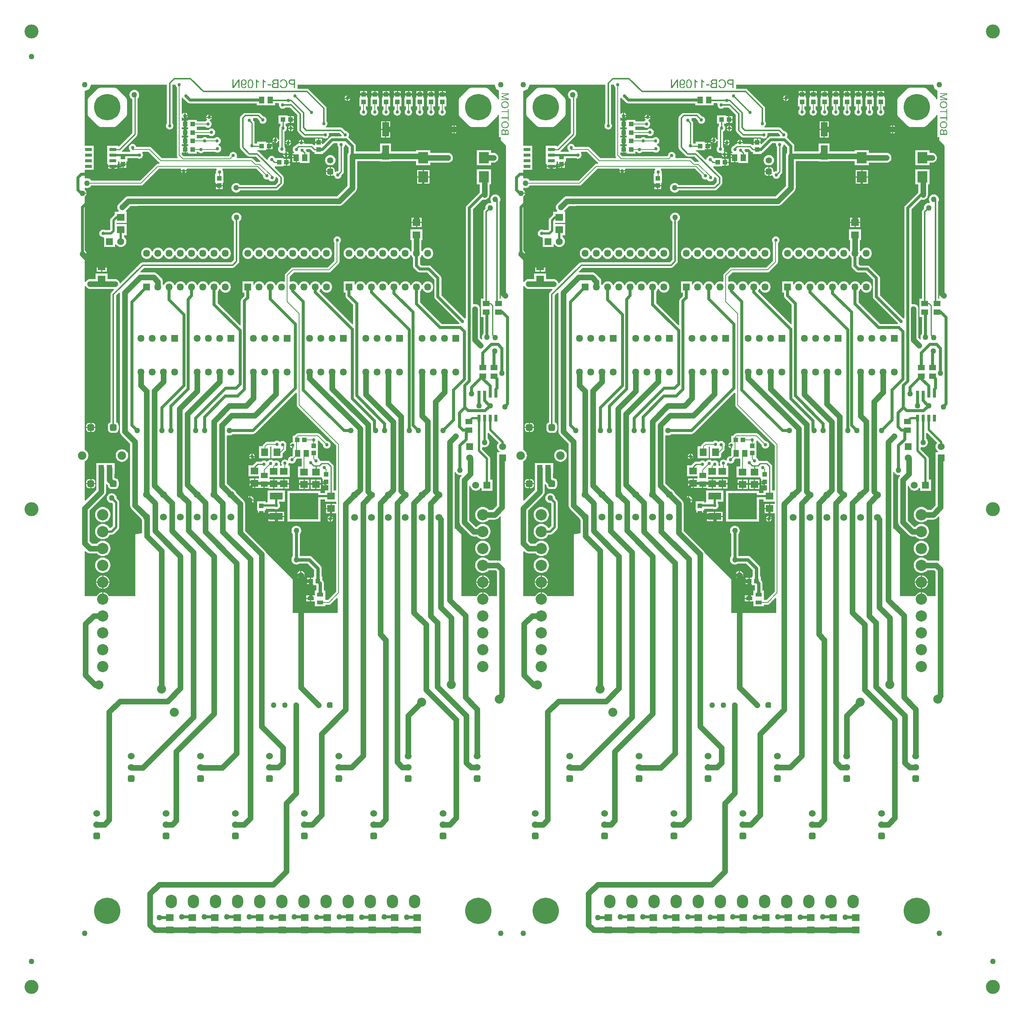
<source format=gbl>
%FSLAX25Y25*%
%MOIN*%
G70*
G01*
G75*
G04 Layer_Physical_Order=2*
G04 Layer_Color=16711680*
%ADD10C,0.05000*%
%ADD11R,0.06000X0.05500*%
%ADD12R,0.20000X0.07000*%
%ADD13R,0.10000X0.07000*%
%ADD14R,0.07087X0.06299*%
%ADD15R,0.14500X0.05000*%
%ADD16O,0.07087X0.01181*%
%ADD17O,0.01181X0.07087*%
%ADD18R,0.07087X0.08661*%
%ADD19R,0.01181X0.05118*%
%ADD20R,0.05906X0.05118*%
%ADD21R,0.10630X0.07087*%
%ADD22R,0.05118X0.05906*%
%ADD23R,0.06000X0.08500*%
%ADD24R,0.04331X0.03937*%
%ADD25R,0.03937X0.04331*%
%ADD26R,0.06299X0.07087*%
%ADD27R,0.05600X0.03600*%
%ADD28R,0.06000X0.12500*%
%ADD29R,0.12500X0.06000*%
%ADD30R,0.07000X0.08000*%
%ADD31R,0.09000X0.06500*%
%ADD32C,0.10000*%
%ADD33C,0.05000*%
%ADD34C,0.13000*%
%ADD35C,0.08000*%
%ADD36C,0.01000*%
%ADD37C,0.01200*%
%ADD38C,0.02500*%
%ADD39C,0.02000*%
%ADD40C,0.00800*%
%ADD41C,0.12500*%
G04:AMPARAMS|DCode=42|XSize=55mil|YSize=55mil|CornerRadius=13.75mil|HoleSize=0mil|Usage=FLASHONLY|Rotation=180.000|XOffset=0mil|YOffset=0mil|HoleType=Round|Shape=RoundedRectangle|*
%AMROUNDEDRECTD42*
21,1,0.05500,0.02750,0,0,180.0*
21,1,0.02750,0.05500,0,0,180.0*
1,1,0.02750,-0.01375,0.01375*
1,1,0.02750,0.01375,0.01375*
1,1,0.02750,0.01375,-0.01375*
1,1,0.02750,-0.01375,-0.01375*
%
%ADD42ROUNDEDRECTD42*%
%ADD43C,0.05500*%
G04:AMPARAMS|DCode=44|XSize=50mil|YSize=50mil|CornerRadius=12.5mil|HoleSize=0mil|Usage=FLASHONLY|Rotation=180.000|XOffset=0mil|YOffset=0mil|HoleType=Round|Shape=RoundedRectangle|*
%AMROUNDEDRECTD44*
21,1,0.05000,0.02500,0,0,180.0*
21,1,0.02500,0.05000,0,0,180.0*
1,1,0.02500,-0.01250,0.01250*
1,1,0.02500,0.01250,0.01250*
1,1,0.02500,0.01250,-0.01250*
1,1,0.02500,-0.01250,-0.01250*
%
%ADD44ROUNDEDRECTD44*%
G04:AMPARAMS|DCode=45|XSize=60mil|YSize=60mil|CornerRadius=15mil|HoleSize=0mil|Usage=FLASHONLY|Rotation=90.000|XOffset=0mil|YOffset=0mil|HoleType=Round|Shape=RoundedRectangle|*
%AMROUNDEDRECTD45*
21,1,0.06000,0.03000,0,0,90.0*
21,1,0.03000,0.06000,0,0,90.0*
1,1,0.03000,0.01500,0.01500*
1,1,0.03000,0.01500,-0.01500*
1,1,0.03000,-0.01500,-0.01500*
1,1,0.03000,-0.01500,0.01500*
%
%ADD45ROUNDEDRECTD45*%
%ADD46C,0.06000*%
%ADD47C,0.07500*%
%ADD48C,0.06200*%
%ADD49R,0.06200X0.06200*%
%ADD50C,0.10000*%
%ADD51C,0.23400*%
%ADD52O,0.10000X0.12000*%
%ADD53O,0.06000X0.06400*%
%ADD54R,0.06000X0.06400*%
%ADD55R,0.06200X0.06200*%
%ADD56C,0.08000*%
%ADD57C,0.03000*%
%ADD58R,0.25590X0.23622*%
%ADD59R,0.11800X0.06300*%
%ADD60R,0.02500X0.06000*%
%ADD61R,0.06000X0.02500*%
%ADD62R,0.09000X0.10000*%
%ADD63C,0.03000*%
G36*
X426000Y811000D02*
X427706Y810360D01*
X428089Y809726D01*
X428089D01*
X428089Y809726D01*
Y802133D01*
X427289Y801974D01*
X426768Y803232D01*
X418232Y811768D01*
X416465Y812500D01*
X403536D01*
X401768Y811768D01*
X393232Y803232D01*
X392500Y801464D01*
Y788535D01*
X393232Y786768D01*
X401768Y778232D01*
X403536Y777500D01*
X416465D01*
X418232Y778232D01*
X426768Y786768D01*
X427289Y788026D01*
X428089Y787867D01*
Y768200D01*
X430000D01*
Y714094D01*
X429200Y714041D01*
X429189Y714122D01*
X428756Y715169D01*
X428067Y716067D01*
X427169Y716756D01*
X426123Y717189D01*
X425000Y717337D01*
X423877Y717189D01*
X422831Y716756D01*
X421933Y716067D01*
X421244Y715169D01*
X420811Y714122D01*
X420663Y713000D01*
X420811Y711877D01*
X421244Y710831D01*
X421488Y710514D01*
X421055Y709764D01*
X420500Y709837D01*
X419378Y709689D01*
X418331Y709256D01*
X417433Y708567D01*
X416744Y707668D01*
X416311Y706623D01*
X416163Y705500D01*
X416265Y704726D01*
X415270Y703730D01*
X414739Y702936D01*
X414708Y702781D01*
X414553Y702000D01*
Y624609D01*
X412247D01*
Y615891D01*
Y608391D01*
X414424D01*
Y593554D01*
X413744Y592668D01*
X413311Y591622D01*
X413163Y590500D01*
X413311Y589377D01*
X413610Y588655D01*
X412932Y588202D01*
X411337Y589796D01*
Y615500D01*
X411189Y616622D01*
X410756Y617668D01*
X410067Y618567D01*
X409169Y619256D01*
X408122Y619689D01*
X407000Y619837D01*
X405877Y619689D01*
X405742Y619633D01*
X405076Y620078D01*
Y704226D01*
X413871Y713021D01*
X414377Y712811D01*
X415500Y712663D01*
X416622Y712811D01*
X417668Y713244D01*
X418567Y713933D01*
X419256Y714831D01*
X419689Y715877D01*
X419837Y717000D01*
Y726200D01*
X421300D01*
Y739800D01*
X408700D01*
Y726200D01*
X411163D01*
Y719014D01*
X399825Y707675D01*
X399336Y707038D01*
X399028Y706296D01*
X398924Y705500D01*
Y607378D01*
X398860Y607319D01*
X398124Y607030D01*
X397664Y607382D01*
X397329Y607521D01*
X377076Y627774D01*
Y643000D01*
X377076Y643000D01*
X376972Y643796D01*
X376664Y644538D01*
X376175Y645175D01*
X368175Y653175D01*
X367538Y653664D01*
X366796Y653971D01*
X366000Y654076D01*
X359274D01*
X358076Y655274D01*
Y661110D01*
X358423Y661377D01*
X359193Y662379D01*
X359584Y663325D01*
X360416D01*
X360807Y662379D01*
X361577Y661377D01*
X362579Y660607D01*
X363747Y660123D01*
X365000Y659959D01*
X366253Y660123D01*
X367421Y660607D01*
X368423Y661377D01*
X369193Y662379D01*
X369676Y663547D01*
X369841Y664800D01*
Y665200D01*
X369676Y666453D01*
X369193Y667621D01*
X368423Y668623D01*
X367421Y669393D01*
X366253Y669876D01*
X365000Y670041D01*
X363747Y669876D01*
X362579Y669393D01*
X361577Y668623D01*
X360807Y667621D01*
X360525Y666940D01*
X359677Y666889D01*
X359337Y667373D01*
Y676550D01*
X360343D01*
Y686450D01*
X349657D01*
Y676550D01*
X350663D01*
Y667272D01*
X350416Y666675D01*
X349584D01*
X349193Y667621D01*
X348423Y668623D01*
X347421Y669393D01*
X346253Y669876D01*
X345000Y670041D01*
X343747Y669876D01*
X342579Y669393D01*
X341577Y668623D01*
X340807Y667621D01*
X340416Y666675D01*
X339584D01*
X339193Y667621D01*
X338423Y668623D01*
X337421Y669393D01*
X336253Y669876D01*
X335000Y670041D01*
X333747Y669876D01*
X332579Y669393D01*
X331577Y668623D01*
X330807Y667621D01*
X330416Y666675D01*
X329584D01*
X329193Y667621D01*
X328423Y668623D01*
X327421Y669393D01*
X326253Y669876D01*
X325000Y670041D01*
X323747Y669876D01*
X322579Y669393D01*
X321577Y668623D01*
X320807Y667621D01*
X320416Y666675D01*
X319584D01*
X319193Y667621D01*
X318423Y668623D01*
X317421Y669393D01*
X316253Y669876D01*
X315000Y670041D01*
X313747Y669876D01*
X312579Y669393D01*
X311577Y668623D01*
X310807Y667621D01*
X310416Y666675D01*
X309584D01*
X309193Y667621D01*
X308423Y668623D01*
X307421Y669393D01*
X306253Y669876D01*
X305000Y670041D01*
X303747Y669876D01*
X302579Y669393D01*
X301577Y668623D01*
X300807Y667621D01*
X300416Y666675D01*
X299584D01*
X299193Y667621D01*
X298423Y668623D01*
X297421Y669393D01*
X296253Y669876D01*
X295000Y670041D01*
X293747Y669876D01*
X292579Y669393D01*
X291577Y668623D01*
X290807Y667621D01*
X290323Y666453D01*
X290159Y665200D01*
Y664800D01*
X290323Y663547D01*
X290807Y662379D01*
X291577Y661377D01*
X292579Y660607D01*
X293747Y660123D01*
X295000Y659959D01*
X296253Y660123D01*
X297421Y660607D01*
X298423Y661377D01*
X299193Y662379D01*
X299584Y663325D01*
X300416D01*
X300807Y662379D01*
X301577Y661377D01*
X302579Y660607D01*
X303747Y660123D01*
X305000Y659959D01*
X306253Y660123D01*
X307421Y660607D01*
X308423Y661377D01*
X309193Y662379D01*
X309584Y663325D01*
X310416D01*
X310807Y662379D01*
X311577Y661377D01*
X312579Y660607D01*
X313747Y660123D01*
X315000Y659959D01*
X316253Y660123D01*
X317421Y660607D01*
X318423Y661377D01*
X319193Y662379D01*
X319584Y663325D01*
X320416D01*
X320807Y662379D01*
X321577Y661377D01*
X322579Y660607D01*
X323747Y660123D01*
X325000Y659959D01*
X326253Y660123D01*
X327421Y660607D01*
X328423Y661377D01*
X329193Y662379D01*
X329584Y663325D01*
X330416D01*
X330807Y662379D01*
X331577Y661377D01*
X332579Y660607D01*
X333747Y660123D01*
X335000Y659959D01*
X336253Y660123D01*
X337421Y660607D01*
X338423Y661377D01*
X339193Y662379D01*
X339584Y663325D01*
X340416D01*
X340807Y662379D01*
X341577Y661377D01*
X342579Y660607D01*
X343747Y660123D01*
X345000Y659959D01*
X346253Y660123D01*
X347421Y660607D01*
X348423Y661377D01*
X349193Y662379D01*
X349584Y663325D01*
X350416D01*
X350807Y662379D01*
X351577Y661377D01*
X351924Y661110D01*
Y654000D01*
X352028Y653204D01*
X352336Y652462D01*
X352825Y651825D01*
X355825Y648825D01*
X356462Y648336D01*
X357204Y648029D01*
X358000Y647924D01*
X364726D01*
X370924Y641726D01*
Y626500D01*
X371028Y625704D01*
X371336Y624962D01*
X371825Y624325D01*
X392979Y603171D01*
X393117Y602836D01*
X392692Y602076D01*
X377274D01*
X358076Y621274D01*
Y631110D01*
X358423Y631377D01*
X359193Y632379D01*
X359584Y633325D01*
X360416D01*
X360807Y632379D01*
X361577Y631377D01*
X362579Y630607D01*
X363747Y630124D01*
X365000Y629959D01*
X366253Y630124D01*
X367421Y630607D01*
X368423Y631377D01*
X369193Y632379D01*
X369676Y633547D01*
X369841Y634800D01*
Y635200D01*
X369676Y636453D01*
X369193Y637621D01*
X368423Y638623D01*
X367421Y639393D01*
X366253Y639877D01*
X365000Y640041D01*
X363747Y639877D01*
X362579Y639393D01*
X361577Y638623D01*
X360807Y637621D01*
X360416Y636675D01*
X359584D01*
X359193Y637621D01*
X358423Y638623D01*
X357421Y639393D01*
X356253Y639877D01*
X355000Y640041D01*
X353747Y639877D01*
X352579Y639393D01*
X351577Y638623D01*
X350807Y637621D01*
X350416Y636675D01*
X349584D01*
X349193Y637621D01*
X348423Y638623D01*
X347421Y639393D01*
X346253Y639877D01*
X345000Y640041D01*
X343747Y639877D01*
X342579Y639393D01*
X341577Y638623D01*
X340807Y637621D01*
X340416Y636675D01*
X339584D01*
X339193Y637621D01*
X338423Y638623D01*
X337421Y639393D01*
X336253Y639877D01*
X335000Y640041D01*
X333747Y639877D01*
X332579Y639393D01*
X331577Y638623D01*
X330807Y637621D01*
X330416Y636675D01*
X329584D01*
X329193Y637621D01*
X328423Y638623D01*
X327421Y639393D01*
X326253Y639877D01*
X325000Y640041D01*
X323747Y639877D01*
X322579Y639393D01*
X321577Y638623D01*
X320807Y637621D01*
X320416Y636675D01*
X319584D01*
X319193Y637621D01*
X318423Y638623D01*
X317421Y639393D01*
X316253Y639877D01*
X315000Y640041D01*
X313747Y639877D01*
X312579Y639393D01*
X311577Y638623D01*
X310807Y637621D01*
X310416Y636675D01*
X309584D01*
X309193Y637621D01*
X308423Y638623D01*
X307421Y639393D01*
X306253Y639877D01*
X305000Y640041D01*
X303747Y639877D01*
X302579Y639393D01*
X301577Y638623D01*
X300807Y637621D01*
X300600Y637120D01*
X299800Y637280D01*
Y640000D01*
X290200D01*
Y630000D01*
X291924D01*
Y627200D01*
X292028Y626404D01*
X292336Y625662D01*
X292825Y625025D01*
X298724Y619126D01*
Y602172D01*
X297985Y601866D01*
X268445Y631405D01*
X269193Y632379D01*
X269584Y633325D01*
X270416D01*
X270807Y632379D01*
X271577Y631377D01*
X272579Y630607D01*
X273747Y630124D01*
X275000Y629959D01*
X276253Y630124D01*
X277421Y630607D01*
X278423Y631377D01*
X279193Y632379D01*
X279677Y633547D01*
X279841Y634800D01*
Y635200D01*
X279677Y636453D01*
X279193Y637621D01*
X278423Y638623D01*
X277421Y639393D01*
X276253Y639877D01*
X275000Y640041D01*
X273747Y639877D01*
X272579Y639393D01*
X271577Y638623D01*
X270807Y637621D01*
X270416Y636675D01*
X269584D01*
X269193Y637621D01*
X268423Y638623D01*
X267421Y639393D01*
X266253Y639877D01*
X265000Y640041D01*
X263747Y639877D01*
X262579Y639393D01*
X261577Y638623D01*
X260807Y637621D01*
X260416Y636675D01*
X259584D01*
X259193Y637621D01*
X258423Y638623D01*
X257421Y639393D01*
X256253Y639877D01*
X255000Y640041D01*
X253747Y639877D01*
X252579Y639393D01*
X251577Y638623D01*
X250807Y637621D01*
X250416Y636675D01*
X249584D01*
X249193Y637621D01*
X248423Y638623D01*
X247421Y639393D01*
X246253Y639877D01*
X245000Y640041D01*
X243747Y639877D01*
X243043Y639585D01*
X242243Y640102D01*
Y644371D01*
X245829Y647957D01*
X277100D01*
X277958Y648128D01*
X278686Y648614D01*
X285886Y655814D01*
X286372Y656542D01*
X286543Y657400D01*
Y674108D01*
X286854Y674346D01*
X287383Y675036D01*
X287715Y675839D01*
X287828Y676700D01*
X287715Y677562D01*
X287383Y678364D01*
X286854Y679054D01*
X286164Y679583D01*
X285362Y679915D01*
X284500Y680028D01*
X283639Y679915D01*
X282836Y679583D01*
X282146Y679054D01*
X281617Y678364D01*
X281285Y677562D01*
X281171Y676700D01*
X281285Y675839D01*
X281617Y675036D01*
X282057Y674463D01*
Y658329D01*
X276171Y652443D01*
X244900D01*
X244042Y652272D01*
X243314Y651786D01*
X238414Y646886D01*
X237928Y646158D01*
X237757Y645300D01*
Y640102D01*
X236957Y639585D01*
X236253Y639877D01*
X235000Y640041D01*
X233747Y639877D01*
X232579Y639393D01*
X231577Y638623D01*
X230807Y637621D01*
X230416Y636675D01*
X229584D01*
X229193Y637621D01*
X228423Y638623D01*
X227421Y639393D01*
X226253Y639877D01*
X225000Y640041D01*
X223747Y639877D01*
X222579Y639393D01*
X221577Y638623D01*
X220807Y637621D01*
X220416Y636675D01*
X219584D01*
X219193Y637621D01*
X218423Y638623D01*
X217421Y639393D01*
X216253Y639877D01*
X215000Y640041D01*
X213747Y639877D01*
X212579Y639393D01*
X211577Y638623D01*
X210807Y637621D01*
X210600Y637120D01*
X209800Y637280D01*
Y640000D01*
X200200D01*
Y630000D01*
X201924D01*
Y627074D01*
X199625Y624775D01*
X199136Y624138D01*
X198828Y623396D01*
X198724Y622600D01*
Y601172D01*
X197985Y600866D01*
X178076Y620774D01*
Y631110D01*
X178423Y631377D01*
X179193Y632379D01*
X179584Y633325D01*
X180416D01*
X180807Y632379D01*
X181577Y631377D01*
X182579Y630607D01*
X183747Y630124D01*
X185000Y629959D01*
X186253Y630124D01*
X187421Y630607D01*
X188423Y631377D01*
X189193Y632379D01*
X189676Y633547D01*
X189841Y634800D01*
Y635200D01*
X189676Y636453D01*
X189193Y637621D01*
X188423Y638623D01*
X187421Y639393D01*
X186253Y639877D01*
X185000Y640041D01*
X183747Y639877D01*
X182579Y639393D01*
X181577Y638623D01*
X180807Y637621D01*
X180416Y636675D01*
X179584D01*
X179193Y637621D01*
X178423Y638623D01*
X177421Y639393D01*
X176253Y639877D01*
X175000Y640041D01*
X173747Y639877D01*
X172579Y639393D01*
X171577Y638623D01*
X170807Y637621D01*
X170416Y636675D01*
X169584D01*
X169193Y637621D01*
X168423Y638623D01*
X167421Y639393D01*
X166253Y639877D01*
X165000Y640041D01*
X163747Y639877D01*
X162579Y639393D01*
X161577Y638623D01*
X160807Y637621D01*
X160416Y636675D01*
X159584D01*
X159193Y637621D01*
X158423Y638623D01*
X157421Y639393D01*
X156253Y639877D01*
X155000Y640041D01*
X153747Y639877D01*
X152579Y639393D01*
X151577Y638623D01*
X150807Y637621D01*
X150416Y636675D01*
X149584D01*
X149193Y637621D01*
X148423Y638623D01*
X147421Y639393D01*
X146253Y639877D01*
X145000Y640041D01*
X143747Y639877D01*
X142579Y639393D01*
X141577Y638623D01*
X140807Y637621D01*
X140416Y636675D01*
X139584D01*
X139193Y637621D01*
X138423Y638623D01*
X137421Y639393D01*
X136253Y639877D01*
X135000Y640041D01*
X133747Y639877D01*
X132579Y639393D01*
X131577Y638623D01*
X130807Y637621D01*
X130525Y636940D01*
X129676Y636889D01*
X129337Y637373D01*
Y639800D01*
X129207Y640792D01*
X129189Y640922D01*
X128756Y641969D01*
X128067Y642867D01*
X124167Y646767D01*
X123269Y647456D01*
X122222Y647889D01*
X121100Y648037D01*
X109529D01*
X109198Y648837D01*
X112414Y652053D01*
X191400D01*
X192181Y652208D01*
X192336Y652239D01*
X193130Y652770D01*
X196630Y656270D01*
X197161Y657064D01*
X197347Y658000D01*
Y693358D01*
X197967Y693833D01*
X198656Y694732D01*
X199089Y695778D01*
X199237Y696900D01*
X199089Y698023D01*
X198656Y699068D01*
X197967Y699967D01*
X197069Y700656D01*
X196022Y701089D01*
X194900Y701237D01*
X193778Y701089D01*
X192731Y700656D01*
X191833Y699967D01*
X191144Y699068D01*
X190711Y698023D01*
X190563Y696900D01*
X190711Y695778D01*
X191144Y694732D01*
X191833Y693833D01*
X192453Y693358D01*
Y659014D01*
X190386Y656947D01*
X111400D01*
X110464Y656761D01*
X110200Y656585D01*
X109670Y656230D01*
X91850Y638411D01*
X91006Y638698D01*
X90989Y638823D01*
X90556Y639868D01*
X89867Y640767D01*
X88969Y641456D01*
X87923Y641889D01*
X86800Y642037D01*
X80343D01*
Y646950D01*
X69657D01*
Y642037D01*
X64700D01*
X63578Y641889D01*
X62531Y641456D01*
X61633Y640767D01*
X60944Y639868D01*
X60800Y639521D01*
X60000Y639680D01*
Y661623D01*
X60496Y662004D01*
X61057Y662735D01*
X61410Y663586D01*
X61464Y664000D01*
X58000D01*
Y665000D01*
X61464D01*
X61410Y665414D01*
X61057Y666265D01*
X60496Y666996D01*
X60000Y667377D01*
Y715623D01*
X60496Y716004D01*
X61057Y716735D01*
X61410Y717586D01*
X61464Y718000D01*
X58000D01*
Y719000D01*
X61464D01*
X61410Y719414D01*
X61057Y720265D01*
X60496Y720996D01*
X60000Y721377D01*
Y722954D01*
X60665Y723399D01*
X60878Y723311D01*
X62000Y723163D01*
X63122Y723311D01*
X64169Y723744D01*
X65067Y724433D01*
X65699Y725257D01*
X110000D01*
X110858Y725428D01*
X111586Y725914D01*
X125929Y740257D01*
X145209D01*
X145667Y739601D01*
X145641Y739457D01*
X145551Y739000D01*
X150450D01*
X150359Y739457D01*
X150333Y739601D01*
X150791Y740257D01*
X176941D01*
X177066Y740108D01*
X177295Y739457D01*
X176918Y738964D01*
X176585Y738162D01*
X176471Y737300D01*
X176575Y736515D01*
X176528Y736259D01*
X176164Y735715D01*
X175732D01*
Y727785D01*
X176532D01*
Y725750D01*
X182468D01*
Y727785D01*
X183268D01*
Y734962D01*
X183268Y735715D01*
Y735715D01*
X183042Y736424D01*
X183025Y736515D01*
X183128Y737300D01*
X183015Y738162D01*
X182683Y738964D01*
X182305Y739457D01*
X182535Y740108D01*
X182659Y740257D01*
X212471D01*
X218590Y734138D01*
X218571Y734000D01*
X218685Y733139D01*
X219018Y732336D01*
X219546Y731646D01*
X220236Y731117D01*
X221039Y730785D01*
X221900Y730672D01*
X222762Y730785D01*
X223319Y731016D01*
X223517Y730536D01*
X224046Y729846D01*
X224736Y729318D01*
X225538Y728985D01*
X226400Y728871D01*
X227261Y728985D01*
X228064Y729318D01*
X228754Y729846D01*
X229282Y730536D01*
X229615Y731339D01*
X229729Y732200D01*
X229686Y732522D01*
X230444Y732896D01*
X231953Y731386D01*
Y728514D01*
X229186Y725747D01*
X198142D01*
X197667Y726367D01*
X196769Y727056D01*
X195722Y727489D01*
X194600Y727637D01*
X193477Y727489D01*
X192431Y727056D01*
X191533Y726367D01*
X190844Y725468D01*
X190411Y724423D01*
X190263Y723300D01*
X190411Y722178D01*
X190844Y721132D01*
X191533Y720233D01*
X192431Y719544D01*
X193477Y719111D01*
X194600Y718963D01*
X195722Y719111D01*
X196769Y719544D01*
X197667Y720233D01*
X198142Y720853D01*
X230200D01*
X230981Y721008D01*
X231136Y721039D01*
X231930Y721570D01*
X236130Y725770D01*
X236661Y726564D01*
X236847Y727500D01*
Y732400D01*
X236661Y733336D01*
X236130Y734130D01*
X228829Y741432D01*
X229160Y742232D01*
X236715D01*
Y743032D01*
X238750D01*
Y746000D01*
Y748969D01*
X236715D01*
Y749768D01*
X229105D01*
X228982Y750064D01*
X228454Y750754D01*
X227764Y751283D01*
X226961Y751615D01*
X226100Y751728D01*
X225238Y751615D01*
X224436Y751283D01*
X223746Y750754D01*
X223218Y750064D01*
X222885Y749262D01*
X222797Y748595D01*
X222298Y748328D01*
X221980Y748280D01*
X215030Y755230D01*
X214236Y755761D01*
X214081Y755792D01*
X213378Y755932D01*
X213457Y756732D01*
X221215D01*
Y757531D01*
X223250D01*
Y760500D01*
Y763469D01*
X221215D01*
Y764268D01*
X213285D01*
Y762845D01*
X211114D01*
X210954Y763054D01*
X210945Y763060D01*
Y781100D01*
X210767Y781997D01*
X210258Y782758D01*
X209627Y783389D01*
X209629Y783400D01*
X209515Y784262D01*
X209436Y784453D01*
X209970Y785253D01*
X213186D01*
X214992Y783448D01*
X215085Y782738D01*
X215418Y781936D01*
X215946Y781246D01*
X216636Y780718D01*
X217439Y780385D01*
X218300Y780271D01*
X219162Y780385D01*
X219964Y780718D01*
X220654Y781246D01*
X221182Y781936D01*
X221515Y782738D01*
X221628Y783600D01*
X221515Y784461D01*
X221182Y785264D01*
X220654Y785954D01*
X219964Y786482D01*
X219162Y786815D01*
X218452Y786908D01*
X215930Y789430D01*
X215136Y789961D01*
X214981Y789992D01*
X214200Y790147D01*
X202800D01*
X202019Y789992D01*
X201864Y789961D01*
X201070Y789430D01*
X198670Y787030D01*
X198139Y786236D01*
X198108Y786081D01*
X197953Y785300D01*
Y759400D01*
X198108Y758619D01*
X198139Y758464D01*
X198670Y757670D01*
X204570Y751770D01*
X205364Y751239D01*
X205519Y751208D01*
X206300Y751053D01*
X212286D01*
X216320Y747019D01*
X215926Y746282D01*
X215618Y746343D01*
X212429D01*
X209686Y749086D01*
X208958Y749572D01*
X208100Y749743D01*
X195435D01*
X195010Y750543D01*
X195215Y751039D01*
X195328Y751900D01*
X195215Y752762D01*
X194883Y753564D01*
X194354Y754254D01*
X193664Y754782D01*
X192861Y755115D01*
X192000Y755229D01*
X191139Y755115D01*
X190336Y754782D01*
X189646Y754254D01*
X189118Y753564D01*
X188785Y752762D01*
X188672Y751900D01*
X188078Y751343D01*
X148029D01*
X146243Y753129D01*
Y754531D01*
X148750D01*
Y757500D01*
Y760468D01*
X146243D01*
Y762032D01*
X148750D01*
Y765000D01*
Y767969D01*
X146243D01*
Y769531D01*
X148750D01*
Y772500D01*
Y775468D01*
X146243D01*
Y777032D01*
X148750D01*
Y780000D01*
Y782969D01*
X146243D01*
Y785686D01*
X147043Y785929D01*
X147198Y785698D01*
X148024Y785145D01*
X148500Y785050D01*
Y787500D01*
Y789950D01*
X148024Y789855D01*
X147198Y789302D01*
X147043Y789071D01*
X146243Y789314D01*
Y803356D01*
X147043Y803515D01*
X147117Y803336D01*
X147646Y802646D01*
X148336Y802118D01*
X148671Y801979D01*
X151325Y799325D01*
X151325Y799325D01*
X151601Y799112D01*
X151962Y798836D01*
X152704Y798528D01*
X153500Y798424D01*
X153500Y798424D01*
X212891D01*
Y796747D01*
X229109D01*
Y798553D01*
X232351D01*
X232661Y798090D01*
X232771Y797753D01*
X232671Y797000D01*
X232785Y796138D01*
X233118Y795336D01*
X233646Y794646D01*
X234336Y794117D01*
X235139Y793785D01*
X236000Y793672D01*
X236861Y793785D01*
X237664Y794117D01*
X238232Y794553D01*
X242486D01*
X249053Y787986D01*
Y774500D01*
X249208Y773719D01*
X249239Y773564D01*
X249770Y772770D01*
X253770Y768770D01*
X254300Y768415D01*
X254564Y768239D01*
X255500Y768053D01*
X271441D01*
X271446Y768046D01*
X272136Y767518D01*
X272938Y767185D01*
X273800Y767071D01*
X274661Y767185D01*
X275464Y767518D01*
X276154Y768046D01*
X276682Y768736D01*
X277015Y769538D01*
X277129Y770400D01*
X277016Y771253D01*
X276995Y771424D01*
X277492Y772053D01*
X286586D01*
X288392Y770248D01*
X288440Y769876D01*
X287898Y769076D01*
X280000D01*
X280000Y769076D01*
X279204Y768971D01*
X278462Y768664D01*
X277825Y768175D01*
X271708Y762058D01*
X270969Y762364D01*
Y763250D01*
X265032D01*
Y761215D01*
X264231D01*
X264231Y761215D01*
Y761215D01*
X263462Y761254D01*
X263158Y761558D01*
X262397Y762067D01*
X261500Y762245D01*
X255757D01*
X255192Y763000D01*
X250217D01*
X249827Y762293D01*
X249653Y762216D01*
X248903Y762067D01*
X248142Y761558D01*
X247270Y760687D01*
X246536Y760383D01*
X245846Y759854D01*
X245318Y759164D01*
X244985Y758361D01*
X244871Y757500D01*
X244985Y756638D01*
X245318Y755836D01*
X245846Y755146D01*
X246229Y754853D01*
X245957Y754053D01*
X244491D01*
Y750600D01*
X248050D01*
Y750100D01*
X248550D01*
Y746147D01*
X251191D01*
Y745347D01*
X259909D01*
Y754853D01*
X257775D01*
X257717Y755147D01*
X257208Y755908D01*
X256527Y756589D01*
X256528Y756600D01*
X256508Y756755D01*
X257210Y757555D01*
X260529D01*
X262492Y755592D01*
X262492Y755592D01*
X263000Y755252D01*
X263253Y755083D01*
X264150Y754905D01*
X264231Y754135D01*
Y753285D01*
X271768D01*
Y754242D01*
X272046Y754279D01*
X272788Y754586D01*
X273425Y755075D01*
X281274Y762924D01*
X284198D01*
X284740Y762124D01*
X284671Y761600D01*
X284785Y760739D01*
X285118Y759936D01*
X285646Y759246D01*
X285655Y759240D01*
Y738671D01*
X285011Y738027D01*
X285000Y738028D01*
X284138Y737915D01*
X283336Y737582D01*
X282896Y737246D01*
X282115Y737572D01*
X282097Y737590D01*
Y739175D01*
X281912Y740102D01*
X281387Y740887D01*
X280602Y741412D01*
X279675Y741597D01*
X278800D01*
Y737800D01*
Y734003D01*
X279675D01*
X280602Y734188D01*
X280905Y734391D01*
X281763Y734002D01*
X281785Y733839D01*
X282118Y733036D01*
X282646Y732346D01*
X283336Y731817D01*
X284138Y731485D01*
X285000Y731371D01*
X285861Y731485D01*
X286664Y731817D01*
X287354Y732346D01*
X287882Y733036D01*
X288215Y733839D01*
X288329Y734700D01*
X288327Y734711D01*
X289658Y736042D01*
X290167Y736803D01*
X290345Y737700D01*
Y759240D01*
X290354Y759246D01*
X290882Y759936D01*
X291215Y760739D01*
X291304Y761414D01*
X291785Y761676D01*
X292118Y761731D01*
X294724Y759126D01*
Y754554D01*
X294044Y753668D01*
X293611Y752623D01*
X293463Y751500D01*
Y724896D01*
X284303Y715737D01*
X98700D01*
X97578Y715589D01*
X96531Y715156D01*
X96323Y714996D01*
X95633Y714467D01*
X90133Y708967D01*
X89444Y708069D01*
X89011Y707022D01*
X88863Y705900D01*
X89011Y704777D01*
X89444Y703731D01*
X90133Y702833D01*
X90242Y702750D01*
X89971Y701950D01*
X86657D01*
Y699522D01*
X86103Y699097D01*
X83503Y696497D01*
X83054Y695912D01*
X82855Y695430D01*
X82772Y695231D01*
X82676Y694500D01*
Y686170D01*
X82130Y685624D01*
X77940D01*
X77912Y685646D01*
X77231Y685928D01*
X77144Y685939D01*
X76961Y686015D01*
X76100Y686129D01*
X75239Y686015D01*
X74436Y685682D01*
X73746Y685154D01*
X73217Y684464D01*
X72885Y683662D01*
X72772Y682800D01*
X72885Y681939D01*
X73217Y681136D01*
X73746Y680446D01*
X74436Y679917D01*
X75239Y679585D01*
X76100Y679471D01*
X76300Y679498D01*
X77100Y678812D01*
Y670600D01*
X86900D01*
Y672918D01*
X87700Y673077D01*
X87720Y673029D01*
X88505Y672005D01*
X89529Y671220D01*
X90721Y670726D01*
X92000Y670558D01*
X93279Y670726D01*
X94471Y671220D01*
X95495Y672005D01*
X96280Y673029D01*
X96774Y674221D01*
X96942Y675500D01*
X96774Y676779D01*
X96280Y677971D01*
X95495Y678995D01*
X94824Y679509D01*
Y681050D01*
X97343D01*
Y690950D01*
X88324D01*
Y692050D01*
X97343D01*
Y701950D01*
X96429D01*
X96158Y702750D01*
X96267Y702833D01*
X100496Y707063D01*
X117410D01*
X117837Y706263D01*
X117645Y705975D01*
X117551Y705500D01*
X122450D01*
X122355Y705975D01*
X122163Y706263D01*
X122590Y707063D01*
X137409D01*
X137837Y706263D01*
X137645Y705975D01*
X137550Y705500D01*
X142449D01*
X142355Y705975D01*
X142163Y706263D01*
X142590Y707063D01*
X157410D01*
X157837Y706263D01*
X157645Y705975D01*
X157551Y705500D01*
X162450D01*
X162355Y705975D01*
X162163Y706263D01*
X162591Y707063D01*
X177410D01*
X177837Y706263D01*
X177645Y705975D01*
X177550Y705500D01*
X182449D01*
X182355Y705975D01*
X182163Y706263D01*
X182590Y707063D01*
X207410D01*
X207837Y706263D01*
X207645Y705975D01*
X207551Y705500D01*
X212450D01*
X212355Y705975D01*
X212163Y706263D01*
X212591Y707063D01*
X227410D01*
X227837Y706263D01*
X227645Y705975D01*
X227551Y705500D01*
X232450D01*
X232355Y705975D01*
X232163Y706263D01*
X232591Y707063D01*
X247410D01*
X247837Y706263D01*
X247645Y705975D01*
X247551Y705500D01*
X252449D01*
X252355Y705975D01*
X252163Y706263D01*
X252590Y707063D01*
X267409D01*
X267837Y706263D01*
X267645Y705975D01*
X267550Y705500D01*
X272449D01*
X272355Y705975D01*
X272163Y706263D01*
X272590Y707063D01*
X286100D01*
X287223Y707211D01*
X288269Y707644D01*
X289167Y708333D01*
X300867Y720033D01*
X301556Y720931D01*
X301989Y721978D01*
X302137Y723100D01*
Y747163D01*
X322700D01*
Y746700D01*
X332300D01*
Y747163D01*
X354700D01*
Y743200D01*
X367300D01*
Y745663D01*
X383000D01*
X384122Y745811D01*
X385169Y746244D01*
X386067Y746933D01*
X386756Y747831D01*
X387189Y748877D01*
X387337Y750000D01*
X387189Y751123D01*
X386756Y752169D01*
X386067Y753067D01*
X385169Y753756D01*
X384122Y754189D01*
X383000Y754337D01*
X367300D01*
Y756800D01*
X354700D01*
Y755837D01*
X332300D01*
Y762800D01*
X322700D01*
Y756084D01*
X322453Y755837D01*
X300876D01*
Y760400D01*
X300876Y760400D01*
X300771Y761196D01*
X300464Y761938D01*
X300188Y762299D01*
X299975Y762575D01*
X299975Y762575D01*
X294375Y768175D01*
X294343Y768423D01*
X294583Y768736D01*
X294915Y769538D01*
X295028Y770400D01*
X294915Y771262D01*
X294583Y772064D01*
X294054Y772754D01*
X293364Y773282D01*
X292562Y773615D01*
X291852Y773708D01*
X289330Y776230D01*
X288536Y776761D01*
X288381Y776792D01*
X287600Y776947D01*
X274539D01*
X274503Y777012D01*
X274333Y777747D01*
X274854Y778146D01*
X275382Y778836D01*
X275715Y779638D01*
X275829Y780500D01*
X275715Y781361D01*
X275382Y782164D01*
X274947Y782732D01*
Y794000D01*
X274792Y794781D01*
X274761Y794936D01*
X274230Y795730D01*
X259230Y810730D01*
X258436Y811261D01*
X258281Y811292D01*
X257500Y811447D01*
X249300D01*
Y815000D01*
X424500D01*
X426000Y811000D01*
D02*
G37*
G36*
X436901Y782978D02*
X436142D01*
Y785087D01*
X430500D01*
Y785938D01*
X436142D01*
Y788047D01*
X436901D01*
Y782978D01*
D02*
G37*
G36*
Y788445D02*
X436142D01*
Y790554D01*
X430500D01*
Y791405D01*
X436142D01*
Y793514D01*
X436901D01*
Y788445D01*
D02*
G37*
G36*
X218892Y819533D02*
X219014Y819355D01*
X219158Y819177D01*
X219292Y819022D01*
X219425Y818888D01*
X219525Y818777D01*
X219569Y818744D01*
X219603Y818710D01*
X219614Y818699D01*
X219625Y818688D01*
X219858Y818499D01*
X220092Y818322D01*
X220314Y818166D01*
X220536Y818044D01*
X220725Y817933D01*
X220803Y817888D01*
X220869Y817855D01*
X220925Y817822D01*
X220969Y817811D01*
X220991Y817788D01*
X221003D01*
Y816877D01*
X220836Y816944D01*
X220669Y817022D01*
X220503Y817099D01*
X220347Y817177D01*
X220214Y817244D01*
X220103Y817299D01*
X220036Y817344D01*
X220025Y817355D01*
X220014D01*
X219814Y817477D01*
X219636Y817599D01*
X219480Y817710D01*
X219358Y817811D01*
X219247Y817888D01*
X219181Y817955D01*
X219125Y817999D01*
X219114Y818011D01*
Y812000D01*
X218169D01*
Y819722D01*
X218781D01*
X218892Y819533D01*
D02*
G37*
G36*
X432563Y775328D02*
X432748Y775291D01*
X432905Y775236D01*
X433053Y775180D01*
X433164Y775125D01*
X433247Y775070D01*
X433303Y775033D01*
X433321Y775023D01*
X433469Y774894D01*
X433590Y774755D01*
X433691Y774598D01*
X433775Y774459D01*
X433839Y774330D01*
X433876Y774219D01*
X433895Y774182D01*
X433904Y774154D01*
X433913Y774135D01*
Y774126D01*
X434006Y774283D01*
X434098Y774422D01*
X434200Y774533D01*
X434293Y774625D01*
X434367Y774699D01*
X434441Y774755D01*
X434478Y774783D01*
X434496Y774792D01*
X434635Y774866D01*
X434764Y774922D01*
X434894Y774968D01*
X435014Y774996D01*
X435116Y775014D01*
X435199Y775023D01*
X435264D01*
X435421Y775014D01*
X435578Y774986D01*
X435717Y774940D01*
X435847Y774894D01*
X435957Y774848D01*
X436031Y774801D01*
X436087Y774774D01*
X436105Y774764D01*
X436244Y774662D01*
X436374Y774551D01*
X436476Y774431D01*
X436559Y774320D01*
X436623Y774228D01*
X436670Y774145D01*
X436697Y774089D01*
X436707Y774080D01*
Y774071D01*
X436771Y773895D01*
X436818Y773701D01*
X436855Y773506D01*
X436873Y773321D01*
X436892Y773155D01*
Y773081D01*
X436901Y773016D01*
Y772970D01*
Y772933D01*
Y772905D01*
Y772896D01*
Y770500D01*
X430500D01*
Y772942D01*
X430509Y773164D01*
X430518Y773358D01*
X430537Y773534D01*
X430555Y773682D01*
X430574Y773802D01*
X430583Y773895D01*
X430602Y773950D01*
Y773969D01*
X430648Y774126D01*
X430694Y774256D01*
X430750Y774376D01*
X430805Y774477D01*
X430842Y774561D01*
X430879Y774625D01*
X430907Y774662D01*
X430916Y774672D01*
X431000Y774774D01*
X431101Y774866D01*
X431203Y774940D01*
X431295Y775014D01*
X431388Y775070D01*
X431453Y775106D01*
X431499Y775134D01*
X431518Y775143D01*
X431666Y775208D01*
X431813Y775254D01*
X431952Y775291D01*
X432082Y775310D01*
X432193Y775328D01*
X432285Y775338D01*
X432359D01*
X432563Y775328D01*
D02*
G37*
G36*
X434033Y782349D02*
X434357Y782312D01*
X434505Y782284D01*
X434653Y782247D01*
X434783Y782210D01*
X434903Y782183D01*
X435014Y782146D01*
X435116Y782109D01*
X435199Y782081D01*
X435273Y782044D01*
X435328Y782025D01*
X435365Y782007D01*
X435393Y781988D01*
X435402D01*
X435671Y781841D01*
X435911Y781665D01*
X436115Y781480D01*
X436281Y781313D01*
X436411Y781156D01*
X436466Y781082D01*
X436513Y781027D01*
X436540Y780971D01*
X436568Y780934D01*
X436577Y780915D01*
X436587Y780906D01*
X436660Y780767D01*
X436725Y780629D01*
X436836Y780361D01*
X436910Y780083D01*
X436957Y779843D01*
X436975Y779732D01*
X436994Y779621D01*
X437003Y779537D01*
Y779454D01*
X437012Y779389D01*
Y779343D01*
Y779315D01*
Y779306D01*
X437003Y779056D01*
X436975Y778825D01*
X436929Y778603D01*
X436873Y778390D01*
X436799Y778196D01*
X436725Y778011D01*
X436642Y777844D01*
X436559Y777697D01*
X436476Y777558D01*
X436392Y777437D01*
X436318Y777336D01*
X436244Y777252D01*
X436189Y777188D01*
X436142Y777132D01*
X436115Y777105D01*
X436105Y777095D01*
X435930Y776947D01*
X435745Y776818D01*
X435541Y776697D01*
X435338Y776605D01*
X435125Y776522D01*
X434922Y776448D01*
X434718Y776392D01*
X434524Y776355D01*
X434339Y776318D01*
X434163Y776291D01*
X434006Y776272D01*
X433876Y776254D01*
X433765D01*
X433682Y776244D01*
X433608D01*
X433293Y776263D01*
X433007Y776300D01*
X432729Y776355D01*
X432609Y776392D01*
X432489Y776429D01*
X432387Y776457D01*
X432295Y776494D01*
X432211Y776522D01*
X432137Y776549D01*
X432082Y776568D01*
X432045Y776586D01*
X432017Y776605D01*
X432008D01*
X431740Y776762D01*
X431508Y776929D01*
X431305Y777114D01*
X431138Y777289D01*
X431000Y777447D01*
X430944Y777512D01*
X430907Y777567D01*
X430870Y777623D01*
X430842Y777660D01*
X430833Y777678D01*
X430824Y777687D01*
X430750Y777826D01*
X430685Y777965D01*
X430574Y778242D01*
X430500Y778511D01*
X430444Y778760D01*
X430426Y778881D01*
X430417Y778982D01*
X430398Y779075D01*
Y779158D01*
X430389Y779213D01*
Y779269D01*
Y779297D01*
Y779306D01*
X430407Y779611D01*
X430454Y779898D01*
X430509Y780166D01*
X430546Y780287D01*
X430583Y780398D01*
X430620Y780499D01*
X430657Y780592D01*
X430685Y780666D01*
X430713Y780730D01*
X430740Y780786D01*
X430759Y780832D01*
X430778Y780851D01*
Y780860D01*
X430944Y781119D01*
X431129Y781341D01*
X431323Y781526D01*
X431508Y781683D01*
X431684Y781813D01*
X431749Y781859D01*
X431813Y781896D01*
X431869Y781933D01*
X431906Y781952D01*
X431934Y781970D01*
X431943D01*
X432091Y782044D01*
X432239Y782099D01*
X432535Y782201D01*
X432831Y782275D01*
X433099Y782322D01*
X433219Y782331D01*
X433330Y782349D01*
X433432Y782359D01*
X433516D01*
X433590Y782368D01*
X433682D01*
X434033Y782349D01*
D02*
G37*
G36*
Y800239D02*
X434357Y800202D01*
X434505Y800174D01*
X434653Y800137D01*
X434783Y800100D01*
X434903Y800072D01*
X435014Y800035D01*
X435116Y799998D01*
X435199Y799970D01*
X435273Y799933D01*
X435328Y799915D01*
X435365Y799896D01*
X435393Y799878D01*
X435402D01*
X435671Y799730D01*
X435911Y799554D01*
X436115Y799369D01*
X436281Y799203D01*
X436411Y799046D01*
X436466Y798972D01*
X436513Y798916D01*
X436540Y798861D01*
X436568Y798823D01*
X436577Y798805D01*
X436587Y798796D01*
X436660Y798657D01*
X436725Y798518D01*
X436836Y798250D01*
X436910Y797972D01*
X436957Y797732D01*
X436975Y797621D01*
X436994Y797510D01*
X437003Y797427D01*
Y797343D01*
X437012Y797279D01*
Y797232D01*
Y797205D01*
Y797195D01*
X437003Y796946D01*
X436975Y796714D01*
X436929Y796492D01*
X436873Y796280D01*
X436799Y796086D01*
X436725Y795900D01*
X436642Y795734D01*
X436559Y795586D01*
X436476Y795447D01*
X436392Y795327D01*
X436318Y795225D01*
X436244Y795142D01*
X436189Y795077D01*
X436142Y795022D01*
X436115Y794994D01*
X436105Y794985D01*
X435930Y794837D01*
X435745Y794707D01*
X435541Y794587D01*
X435338Y794494D01*
X435125Y794411D01*
X434922Y794337D01*
X434718Y794282D01*
X434524Y794245D01*
X434339Y794208D01*
X434163Y794180D01*
X434006Y794162D01*
X433876Y794143D01*
X433765D01*
X433682Y794134D01*
X433608D01*
X433293Y794152D01*
X433007Y794189D01*
X432729Y794245D01*
X432609Y794282D01*
X432489Y794319D01*
X432387Y794347D01*
X432295Y794383D01*
X432211Y794411D01*
X432137Y794439D01*
X432082Y794457D01*
X432045Y794476D01*
X432017Y794494D01*
X432008D01*
X431740Y794652D01*
X431508Y794818D01*
X431305Y795003D01*
X431138Y795179D01*
X431000Y795336D01*
X430944Y795401D01*
X430907Y795457D01*
X430870Y795512D01*
X430842Y795549D01*
X430833Y795568D01*
X430824Y795577D01*
X430750Y795716D01*
X430685Y795854D01*
X430574Y796132D01*
X430500Y796400D01*
X430444Y796650D01*
X430426Y796770D01*
X430417Y796872D01*
X430398Y796964D01*
Y797048D01*
X430389Y797103D01*
Y797158D01*
Y797186D01*
Y797195D01*
X430407Y797501D01*
X430454Y797788D01*
X430509Y798056D01*
X430546Y798176D01*
X430583Y798287D01*
X430620Y798389D01*
X430657Y798481D01*
X430685Y798555D01*
X430713Y798620D01*
X430740Y798675D01*
X430759Y798722D01*
X430778Y798740D01*
Y798749D01*
X430944Y799009D01*
X431129Y799230D01*
X431323Y799415D01*
X431508Y799573D01*
X431684Y799702D01*
X431749Y799749D01*
X431813Y799786D01*
X431869Y799823D01*
X431906Y799841D01*
X431934Y799860D01*
X431943D01*
X432091Y799933D01*
X432239Y799989D01*
X432535Y800091D01*
X432831Y800165D01*
X433099Y800211D01*
X433219Y800220D01*
X433330Y800239D01*
X433432Y800248D01*
X433516D01*
X433590Y800257D01*
X433682D01*
X434033Y800239D01*
D02*
G37*
G36*
X248457Y540761D02*
Y530100D01*
X248628Y529242D01*
X249114Y528514D01*
X283457Y494171D01*
Y453950D01*
X281345D01*
Y475300D01*
X281167Y476197D01*
X280658Y476958D01*
X277858Y479758D01*
X277097Y480267D01*
X276200Y480445D01*
X270600D01*
X270600Y480445D01*
X269703Y480267D01*
X268867Y480670D01*
X268815Y481062D01*
X268482Y481864D01*
X267954Y482554D01*
X267772Y482693D01*
X267268Y483285D01*
X267268D01*
Y489785D01*
Y497715D01*
X267268D01*
X267276Y498310D01*
X268122Y498505D01*
X271890Y494738D01*
X271871Y494600D01*
X271985Y493739D01*
X272318Y492936D01*
X272846Y492246D01*
X273536Y491717D01*
X274339Y491385D01*
X275200Y491271D01*
X276062Y491385D01*
X276864Y491717D01*
X277554Y492246D01*
X278082Y492936D01*
X278415Y493739D01*
X278528Y494600D01*
X278415Y495462D01*
X278082Y496264D01*
X277554Y496954D01*
X276864Y497482D01*
X276062Y497815D01*
X275200Y497928D01*
X275062Y497910D01*
X268686Y504286D01*
X267958Y504772D01*
X267100Y504943D01*
X249600D01*
X248742Y504772D01*
X248014Y504286D01*
X246914Y503186D01*
X246635Y502769D01*
X244785D01*
Y496846D01*
X243825Y496655D01*
X242998Y496102D01*
X242445Y495275D01*
X242351Y494800D01*
X244800D01*
Y493800D01*
X242351D01*
X242445Y493325D01*
X242998Y492498D01*
X243825Y491945D01*
X244144Y491882D01*
X244800Y491751D01*
X244891Y490979D01*
Y485063D01*
X244338Y484510D01*
X244200Y484528D01*
X243338Y484415D01*
X242536Y484083D01*
X241846Y483554D01*
X241318Y482864D01*
X240985Y482061D01*
X240875Y481228D01*
X240773Y481153D01*
X240112Y480839D01*
X239664Y481182D01*
X238861Y481515D01*
X238000Y481629D01*
X237139Y481515D01*
X236336Y481182D01*
X235646Y480654D01*
X235118Y479964D01*
X234785Y479162D01*
X234671Y478300D01*
X234785Y477438D01*
X235070Y476750D01*
X234758Y475950D01*
X233850D01*
X233546Y476403D01*
X233430Y476750D01*
X233528Y477500D01*
X233415Y478362D01*
X233083Y479164D01*
X232554Y479854D01*
X231864Y480382D01*
X231062Y480715D01*
X230200Y480829D01*
X229339Y480715D01*
X228536Y480382D01*
X228374Y480259D01*
X227654Y480354D01*
X226964Y480883D01*
X226162Y481215D01*
X225300Y481328D01*
X224439Y481215D01*
X223636Y480883D01*
X222946Y480354D01*
X222574Y479868D01*
X221736Y479742D01*
X221604Y479791D01*
X220964Y480282D01*
X220162Y480615D01*
X219300Y480728D01*
X218439Y480615D01*
X217636Y480282D01*
X216946Y479754D01*
X216940Y479745D01*
X213600D01*
X213600Y479745D01*
X212703Y479567D01*
X212450Y479398D01*
X211942Y479058D01*
X211942Y479058D01*
X209342Y476458D01*
X209336Y476450D01*
X205657D01*
Y466550D01*
X214747D01*
Y464650D01*
X211500D01*
Y460500D01*
Y456350D01*
X215543D01*
X215547Y456191D01*
Y456191D01*
X219000D01*
Y459750D01*
X220000D01*
Y456191D01*
X223453D01*
X223457Y455850D01*
Y455850D01*
X227500D01*
Y460000D01*
Y464150D01*
X224253D01*
Y466050D01*
X242343D01*
Y475950D01*
X241242D01*
X240930Y476750D01*
X241215Y477438D01*
X241325Y478272D01*
X241427Y478347D01*
X242088Y478661D01*
X242536Y478317D01*
X243338Y477985D01*
X244200Y477872D01*
X245061Y477985D01*
X245864Y478317D01*
X246554Y478846D01*
X247082Y479536D01*
X247415Y480338D01*
X247529Y481200D01*
X247510Y481338D01*
X248419Y482247D01*
X252757D01*
Y475450D01*
X249657D01*
Y465550D01*
X270731D01*
Y464285D01*
X271532D01*
Y462250D01*
X274500D01*
Y461750D01*
X275000D01*
Y458585D01*
X276655D01*
Y453950D01*
X273657D01*
Y451824D01*
X269398D01*
Y453611D01*
X240208D01*
Y426389D01*
X269398D01*
Y446176D01*
X273657D01*
Y444050D01*
X283457D01*
Y442150D01*
X279500D01*
Y438000D01*
Y433850D01*
X283457D01*
Y364029D01*
X276171Y356743D01*
X273850D01*
Y357900D01*
Y365100D01*
X272579D01*
Y371500D01*
X272465Y372361D01*
X272299Y372763D01*
X272132Y373164D01*
X271604Y373854D01*
X271215Y374242D01*
Y377269D01*
X270579D01*
Y384750D01*
X270465Y385612D01*
X270132Y386414D01*
X269604Y387104D01*
X261854Y394854D01*
X261164Y395382D01*
X260832Y395520D01*
X260362Y395715D01*
X259500Y395829D01*
X251176D01*
Y415146D01*
X251856Y416032D01*
X252289Y417077D01*
X252437Y418200D01*
X252289Y419322D01*
X251856Y420368D01*
X251167Y421267D01*
X250269Y421956D01*
X249222Y422389D01*
X248100Y422537D01*
X246977Y422389D01*
X245931Y421956D01*
X245033Y421267D01*
X244344Y420368D01*
X243911Y419322D01*
X243763Y418200D01*
X243911Y417077D01*
X244344Y416032D01*
X245024Y415146D01*
Y395554D01*
X244344Y394669D01*
X243911Y393622D01*
X243763Y392500D01*
X243911Y391377D01*
X244344Y390331D01*
X245033Y389433D01*
X245931Y388744D01*
X246977Y388311D01*
X248100Y388163D01*
X249222Y388311D01*
X250269Y388744D01*
X250826Y389172D01*
X258121D01*
X263921Y383371D01*
Y377269D01*
X263285D01*
Y376468D01*
X261250D01*
Y373500D01*
Y370532D01*
X263285D01*
Y369731D01*
X265921D01*
Y365100D01*
X264650D01*
Y361559D01*
X264550Y360800D01*
X263850Y360800D01*
X261250D01*
Y358000D01*
Y355200D01*
X263850D01*
X264550Y355200D01*
X264650Y354441D01*
Y350900D01*
X273850D01*
Y352257D01*
X277100D01*
X277958Y352428D01*
X278686Y352914D01*
X284261Y358489D01*
X285000Y358183D01*
Y345000D01*
X245000D01*
Y375000D01*
X221156Y398844D01*
X220856Y399569D01*
X220167Y400467D01*
X202537Y418096D01*
Y442100D01*
X202389Y443223D01*
X202135Y443835D01*
X201956Y444269D01*
X201267Y445167D01*
X194517Y451917D01*
X194080Y452971D01*
X193295Y453995D01*
X192271Y454780D01*
X191217Y455217D01*
X186237Y460196D01*
Y502617D01*
X187037Y503152D01*
X187378Y503011D01*
X188500Y502863D01*
X189622Y503011D01*
X190669Y503444D01*
X191554Y504124D01*
X209500D01*
X210296Y504228D01*
X211038Y504536D01*
X211675Y505025D01*
X247718Y541067D01*
X248457Y540761D01*
D02*
G37*
G36*
X140785Y814139D02*
X141118Y813336D01*
X141646Y812646D01*
X141757Y812562D01*
Y752200D01*
X141928Y751342D01*
X142414Y750614D01*
X142546Y750482D01*
X142239Y749743D01*
X128429D01*
X119086Y759086D01*
X118358Y759572D01*
X117500Y759743D01*
X105731D01*
X105715Y759862D01*
X105383Y760664D01*
X104854Y761354D01*
X104164Y761882D01*
X103361Y762215D01*
X102500Y762328D01*
X101638Y762215D01*
X100836Y761882D01*
X100146Y761354D01*
X99617Y760664D01*
X99285Y759862D01*
X99172Y759000D01*
X99285Y758139D01*
X99617Y757336D01*
X100146Y756646D01*
X100360Y756483D01*
X100428Y756142D01*
X100439Y756124D01*
X100012Y755324D01*
X93272D01*
X92941Y756124D01*
X106158Y769342D01*
X106667Y770103D01*
X106845Y771000D01*
Y802763D01*
X107067Y802933D01*
X107756Y803831D01*
X108189Y804877D01*
X108337Y806000D01*
X108189Y807123D01*
X107756Y808169D01*
X107067Y809067D01*
X106169Y809756D01*
X105122Y810189D01*
X104000Y810337D01*
X102877Y810189D01*
X101831Y809756D01*
X100933Y809067D01*
X100244Y808169D01*
X99811Y807123D01*
X99663Y806000D01*
X99811Y804877D01*
X100244Y803831D01*
X100933Y802933D01*
X101831Y802244D01*
X102155Y802110D01*
Y771971D01*
X90350Y760166D01*
X89550Y760498D01*
Y760550D01*
X79950D01*
Y754450D01*
Y749450D01*
Y744450D01*
X80750D01*
Y743000D01*
X88750D01*
Y744450D01*
X89550D01*
Y746499D01*
X90232Y746785D01*
X90232Y746785D01*
Y746785D01*
X90232Y746785D01*
X91031D01*
Y744750D01*
X96969D01*
Y746785D01*
X97768D01*
Y749676D01*
X106760D01*
X106836Y749617D01*
X107639Y749285D01*
X108500Y749171D01*
X109362Y749285D01*
X110164Y749617D01*
X110854Y750146D01*
X111382Y750836D01*
X111715Y751639D01*
X111828Y752500D01*
X111715Y753362D01*
X111382Y754164D01*
X111158Y754457D01*
X111553Y755257D01*
X116571D01*
X125914Y745914D01*
X126469Y745543D01*
X126295Y744743D01*
X125000D01*
X124142Y744572D01*
X123414Y744086D01*
X109071Y729743D01*
X65699D01*
X65067Y730567D01*
X64169Y731256D01*
X63122Y731689D01*
X62000Y731837D01*
X60878Y731689D01*
X60665Y731601D01*
X60000Y732046D01*
Y739450D01*
X68050D01*
Y744450D01*
Y749450D01*
Y754450D01*
Y760550D01*
X60000D01*
Y809500D01*
X64000Y811000D01*
X65500Y815000D01*
X133053D01*
Y780732D01*
X132617Y780164D01*
X132285Y779361D01*
X132171Y778500D01*
X132285Y777638D01*
X132617Y776836D01*
X133146Y776146D01*
X133836Y775618D01*
X134639Y775285D01*
X135500Y775172D01*
X136362Y775285D01*
X137164Y775618D01*
X137854Y776146D01*
X138382Y776836D01*
X138715Y777638D01*
X138829Y778500D01*
X138715Y779361D01*
X138382Y780164D01*
X137947Y780732D01*
Y815000D01*
X140672D01*
X140785Y814139D01*
D02*
G37*
G36*
X60944Y635532D02*
X61633Y634633D01*
X62531Y633944D01*
X63578Y633511D01*
X64700Y633363D01*
X85671D01*
X86002Y632563D01*
X83570Y630130D01*
X83039Y629336D01*
X83008Y629181D01*
X82853Y628400D01*
Y514780D01*
X82136Y514482D01*
X81446Y513954D01*
X80917Y513264D01*
X80585Y512462D01*
X80471Y511600D01*
Y508600D01*
X80585Y507738D01*
X80917Y506936D01*
X81446Y506246D01*
X82136Y505718D01*
X82938Y505385D01*
X83800Y505271D01*
X86800D01*
X87661Y505385D01*
X88464Y505718D01*
X89154Y506246D01*
X89683Y506936D01*
X90015Y507738D01*
X90128Y508600D01*
Y511600D01*
X90015Y512462D01*
X89683Y513264D01*
X89154Y513954D01*
X88464Y514482D01*
X87747Y514780D01*
Y627386D01*
X90363Y630002D01*
X91163Y629671D01*
Y506400D01*
X91311Y505277D01*
X91744Y504231D01*
X92433Y503333D01*
X100263Y495504D01*
Y440700D01*
X100411Y439577D01*
X100844Y438531D01*
X101533Y437633D01*
X110083Y429083D01*
X110520Y428029D01*
X110763Y427712D01*
Y416153D01*
X105000Y415000D01*
Y360000D01*
X81467D01*
X81013Y360849D01*
X80263Y361763D01*
X79349Y362513D01*
X78307Y363070D01*
X77176Y363413D01*
X76500Y363480D01*
Y357500D01*
X75500D01*
Y363480D01*
X74824Y363413D01*
X73693Y363070D01*
X72650Y362513D01*
X71737Y361763D01*
X70987Y360849D01*
X70533Y360000D01*
X60000D01*
Y399721D01*
X60739Y400027D01*
X61333Y399433D01*
X62231Y398744D01*
X63278Y398311D01*
X63408Y398293D01*
X64400Y398163D01*
X70763D01*
X71168Y397668D01*
X72204Y396819D01*
X73385Y396187D01*
X74667Y395798D01*
X76000Y395667D01*
X77333Y395798D01*
X78615Y396187D01*
X79796Y396819D01*
X80832Y397668D01*
X81681Y398704D01*
X82313Y399885D01*
X82702Y401167D01*
X82833Y402500D01*
X82702Y403833D01*
X82313Y405115D01*
X81681Y406296D01*
X80832Y407332D01*
X79796Y408181D01*
X78615Y408813D01*
X77333Y409202D01*
X76000Y409333D01*
X74667Y409202D01*
X73385Y408813D01*
X72204Y408181D01*
X71168Y407332D01*
X70763Y406837D01*
X66197D01*
X64137Y408896D01*
Y436304D01*
X77617Y449783D01*
X78306Y450681D01*
X78739Y451727D01*
X78887Y452850D01*
Y459248D01*
X79687Y459579D01*
X80471Y458795D01*
Y458600D01*
X80585Y457738D01*
X80917Y456936D01*
X81446Y456246D01*
X82136Y455718D01*
X82938Y455385D01*
X83800Y455271D01*
X86800D01*
X87661Y455385D01*
X88464Y455718D01*
X89154Y456246D01*
X89683Y456936D01*
X90015Y457738D01*
X90128Y458600D01*
Y461600D01*
X90015Y462462D01*
X89683Y463264D01*
X89154Y463954D01*
X88464Y464482D01*
X87661Y464815D01*
X86800Y464928D01*
X86605D01*
X86387Y465146D01*
Y468847D01*
X86409D01*
Y478353D01*
X70191D01*
Y468847D01*
X70213D01*
Y454646D01*
X60739Y445173D01*
X60000Y445479D01*
Y480087D01*
X60399Y480252D01*
X61558Y481142D01*
X62448Y482301D01*
X63007Y483651D01*
X63198Y485100D01*
X63007Y486549D01*
X62448Y487899D01*
X61558Y489058D01*
X60399Y489948D01*
X60000Y490113D01*
Y635720D01*
X60800Y635879D01*
X60944Y635532D01*
D02*
G37*
G36*
X436901Y806288D02*
X432443Y804753D01*
X432202Y804669D01*
X431998Y804605D01*
X431823Y804540D01*
X431675Y804494D01*
X431564Y804457D01*
X431481Y804429D01*
X431434Y804420D01*
X431416Y804410D01*
X431545Y804373D01*
X431693Y804327D01*
X431850Y804272D01*
X432008Y804226D01*
X432147Y804179D01*
X432258Y804142D01*
X432304Y804124D01*
X432332Y804115D01*
X432350Y804105D01*
X432359D01*
X436901Y802588D01*
Y801321D01*
X430500D01*
Y802135D01*
X435948D01*
X430500Y803985D01*
Y804743D01*
X435856Y806612D01*
X430500D01*
Y807426D01*
X436901D01*
Y806288D01*
D02*
G37*
G36*
X430000Y711597D02*
Y624609D01*
X428947D01*
Y711259D01*
X429200Y711781D01*
X430000Y711597D01*
D02*
G37*
G36*
X427912Y496594D02*
X427905Y496495D01*
X427120Y495471D01*
X426626Y494279D01*
X426458Y493000D01*
X426626Y491721D01*
X427120Y490529D01*
X427905Y489505D01*
X428929Y488720D01*
X428977Y488700D01*
X428818Y487900D01*
X426500D01*
Y478100D01*
X426663D01*
Y440696D01*
X422803Y436837D01*
X419237D01*
X418832Y437332D01*
X417796Y438181D01*
X416615Y438813D01*
X415333Y439202D01*
X414000Y439333D01*
X412667Y439202D01*
X411385Y438813D01*
X410204Y438181D01*
X409168Y437332D01*
X408319Y436296D01*
X407687Y435115D01*
X407298Y433833D01*
X407167Y432500D01*
X407298Y431167D01*
X407687Y429885D01*
X408319Y428704D01*
X409168Y427668D01*
X410204Y426819D01*
X411385Y426187D01*
X412667Y425798D01*
X414000Y425667D01*
X415333Y425798D01*
X416615Y426187D01*
X417796Y426819D01*
X418832Y427668D01*
X419237Y428163D01*
X424600D01*
X425723Y428311D01*
X426769Y428744D01*
X427667Y429433D01*
X429261Y431027D01*
X430000Y430721D01*
Y391670D01*
X429200Y391326D01*
X428323Y391689D01*
X427200Y391837D01*
X419237D01*
X418832Y392332D01*
X417796Y393181D01*
X416615Y393813D01*
X415333Y394202D01*
X414000Y394333D01*
X412667Y394202D01*
X411385Y393813D01*
X410204Y393181D01*
X409168Y392332D01*
X408319Y391296D01*
X407687Y390115D01*
X407298Y388833D01*
X407167Y387500D01*
X407298Y386167D01*
X407687Y384885D01*
X408319Y383704D01*
X409168Y382668D01*
X410204Y381819D01*
X411385Y381187D01*
X412667Y380798D01*
X414000Y380667D01*
X415333Y380798D01*
X416615Y381187D01*
X417796Y381819D01*
X418832Y382668D01*
X419237Y383163D01*
X425403D01*
X426663Y381904D01*
Y360000D01*
X419467D01*
X419013Y360849D01*
X418263Y361763D01*
X417349Y362513D01*
X416307Y363070D01*
X415176Y363413D01*
X414500Y363480D01*
Y357500D01*
X413500D01*
Y363480D01*
X412824Y363413D01*
X411693Y363070D01*
X410650Y362513D01*
X409737Y361763D01*
X408987Y360849D01*
X408533Y360000D01*
X395000D01*
Y415000D01*
X390000Y420000D01*
X388837D01*
Y470413D01*
X389637Y470572D01*
X389944Y469832D01*
X390633Y468933D01*
X391531Y468244D01*
X392578Y467811D01*
X393700Y467663D01*
X394734Y467799D01*
X394902Y467631D01*
X395145Y467078D01*
X394633Y466567D01*
X393944Y465669D01*
X393511Y464622D01*
X393363Y463500D01*
Y425700D01*
X393511Y424578D01*
X393944Y423531D01*
X394633Y422633D01*
X402833Y414433D01*
X403731Y413744D01*
X404777Y413311D01*
X405900Y413163D01*
X408763D01*
X409168Y412668D01*
X410204Y411819D01*
X411385Y411187D01*
X412667Y410798D01*
X414000Y410667D01*
X415333Y410798D01*
X416615Y411187D01*
X417796Y411819D01*
X418832Y412668D01*
X419681Y413704D01*
X420313Y414885D01*
X420702Y416167D01*
X420833Y417500D01*
X420702Y418833D01*
X420313Y420115D01*
X419681Y421296D01*
X418832Y422332D01*
X417796Y423181D01*
X416615Y423813D01*
X415333Y424202D01*
X414000Y424333D01*
X412667Y424202D01*
X411385Y423813D01*
X410204Y423181D01*
X409168Y422332D01*
X408763Y421837D01*
X407696D01*
X402037Y427496D01*
Y458045D01*
X402837Y458097D01*
X402926Y457421D01*
X403420Y456229D01*
X404205Y455205D01*
X405229Y454420D01*
X406421Y453926D01*
X407700Y453758D01*
X408979Y453926D01*
X410171Y454420D01*
X411195Y455205D01*
X411980Y456229D01*
X412000Y456277D01*
X412800Y456118D01*
Y453800D01*
X422600D01*
Y463600D01*
X420524D01*
Y482300D01*
X420428Y483031D01*
X420345Y483230D01*
X420146Y483712D01*
X419697Y484297D01*
X413324Y490670D01*
Y492181D01*
X414124Y492716D01*
X414377Y492611D01*
X415500Y492463D01*
X416622Y492611D01*
X417668Y493044D01*
X418567Y493733D01*
X419256Y494631D01*
X419689Y495678D01*
X419837Y496800D01*
X419689Y497923D01*
X419256Y498969D01*
X418567Y499867D01*
X418324Y500053D01*
Y505051D01*
X419124Y505382D01*
X427912Y496594D01*
D02*
G37*
G36*
X201571Y819710D02*
X201749Y819688D01*
X201927Y819655D01*
X202082Y819610D01*
X202382Y819488D01*
X202516Y819433D01*
X202627Y819366D01*
X202738Y819288D01*
X202827Y819233D01*
X202916Y819166D01*
X202982Y819110D01*
X203038Y819066D01*
X203071Y819033D01*
X203093Y819010D01*
X203104Y818999D01*
X203227Y818866D01*
X203327Y818710D01*
X203427Y818566D01*
X203504Y818410D01*
X203571Y818244D01*
X203627Y818088D01*
X203704Y817799D01*
X203738Y817655D01*
X203760Y817533D01*
X203771Y817411D01*
X203782Y817311D01*
X203793Y817233D01*
Y817177D01*
Y817133D01*
Y817122D01*
X203782Y816911D01*
X203760Y816722D01*
X203738Y816533D01*
X203693Y816355D01*
X203638Y816200D01*
X203582Y816044D01*
X203527Y815911D01*
X203460Y815788D01*
X203404Y815677D01*
X203349Y815577D01*
X203293Y815500D01*
X203238Y815422D01*
X203193Y815366D01*
X203171Y815333D01*
X203149Y815311D01*
X203138Y815300D01*
X203015Y815178D01*
X202882Y815077D01*
X202749Y814977D01*
X202604Y814900D01*
X202471Y814833D01*
X202338Y814777D01*
X202082Y814700D01*
X201971Y814666D01*
X201860Y814644D01*
X201771Y814633D01*
X201682Y814622D01*
X201616Y814611D01*
X201527D01*
X201316Y814622D01*
X201116Y814655D01*
X200938Y814700D01*
X200771Y814755D01*
X200649Y814800D01*
X200549Y814844D01*
X200482Y814878D01*
X200460Y814889D01*
X200282Y815000D01*
X200127Y815122D01*
X199994Y815244D01*
X199882Y815355D01*
X199805Y815466D01*
X199738Y815544D01*
X199694Y815600D01*
X199682Y815622D01*
Y815533D01*
Y815477D01*
Y815444D01*
Y815433D01*
X199694Y815211D01*
X199705Y815000D01*
X199727Y814811D01*
X199749Y814633D01*
X199783Y814489D01*
X199805Y814377D01*
X199816Y814333D01*
Y814300D01*
X199827Y814289D01*
Y814277D01*
X199882Y814078D01*
X199938Y813900D01*
X199994Y813744D01*
X200049Y813611D01*
X200094Y813511D01*
X200138Y813433D01*
X200160Y813378D01*
X200171Y813367D01*
X200260Y813244D01*
X200349Y813144D01*
X200438Y813056D01*
X200527Y812978D01*
X200593Y812911D01*
X200660Y812867D01*
X200705Y812844D01*
X200716Y812833D01*
X200838Y812767D01*
X200971Y812722D01*
X201094Y812689D01*
X201216Y812667D01*
X201316Y812656D01*
X201394Y812644D01*
X201471D01*
X201649Y812656D01*
X201816Y812689D01*
X201960Y812733D01*
X202082Y812789D01*
X202171Y812833D01*
X202249Y812878D01*
X202293Y812911D01*
X202305Y812922D01*
X202416Y813044D01*
X202504Y813189D01*
X202582Y813344D01*
X202638Y813500D01*
X202682Y813633D01*
X202715Y813755D01*
X202727Y813800D01*
Y813822D01*
X202738Y813844D01*
Y813855D01*
X203649Y813778D01*
X203582Y813455D01*
X203493Y813178D01*
X203382Y812933D01*
X203271Y812733D01*
X203160Y812578D01*
X203104Y812511D01*
X203060Y812455D01*
X203027Y812422D01*
X202993Y812389D01*
X202982Y812378D01*
X202971Y812367D01*
X202860Y812278D01*
X202738Y812200D01*
X202493Y812078D01*
X202249Y811989D01*
X202016Y811933D01*
X201804Y811889D01*
X201716Y811878D01*
X201638D01*
X201582Y811867D01*
X201493D01*
X201182Y811889D01*
X200905Y811933D01*
X200649Y812011D01*
X200438Y812100D01*
X200349Y812133D01*
X200260Y812178D01*
X200194Y812222D01*
X200127Y812255D01*
X200082Y812278D01*
X200049Y812300D01*
X200027Y812322D01*
X200016D01*
X199794Y812511D01*
X199594Y812722D01*
X199438Y812944D01*
X199305Y813155D01*
X199194Y813344D01*
X199149Y813433D01*
X199116Y813500D01*
X199094Y813566D01*
X199072Y813611D01*
X199060Y813633D01*
Y813644D01*
X199005Y813811D01*
X198949Y814000D01*
X198872Y814377D01*
X198816Y814777D01*
X198783Y815155D01*
X198760Y815322D01*
X198749Y815489D01*
Y815633D01*
X198738Y815755D01*
Y815855D01*
Y815933D01*
Y815989D01*
Y816000D01*
Y816255D01*
X198749Y816500D01*
X198772Y816722D01*
X198794Y816933D01*
X198816Y817122D01*
X198838Y817299D01*
X198872Y817466D01*
X198905Y817610D01*
X198938Y817733D01*
X198960Y817844D01*
X198994Y817944D01*
X199016Y818022D01*
X199038Y818077D01*
X199060Y818122D01*
X199072Y818144D01*
Y818155D01*
X199205Y818422D01*
X199349Y818655D01*
X199516Y818855D01*
X199660Y819022D01*
X199805Y819144D01*
X199916Y819233D01*
X199960Y819266D01*
X199994Y819288D01*
X200005Y819310D01*
X200016D01*
X200249Y819444D01*
X200482Y819544D01*
X200716Y819621D01*
X200927Y819666D01*
X201116Y819699D01*
X201193Y819710D01*
X201249D01*
X201305Y819722D01*
X201382D01*
X201571Y819710D01*
D02*
G37*
G36*
X247000Y812000D02*
X245978D01*
Y815122D01*
X244011D01*
X243723Y815133D01*
X243445Y815155D01*
X243200Y815189D01*
X242978Y815233D01*
X242767Y815277D01*
X242589Y815333D01*
X242423Y815400D01*
X242278Y815466D01*
X242156Y815522D01*
X242045Y815588D01*
X241956Y815644D01*
X241889Y815700D01*
X241834Y815733D01*
X241800Y815766D01*
X241778Y815788D01*
X241767Y815800D01*
X241656Y815933D01*
X241556Y816066D01*
X241478Y816200D01*
X241401Y816344D01*
X241334Y816488D01*
X241289Y816622D01*
X241212Y816877D01*
X241190Y817000D01*
X241167Y817111D01*
X241156Y817211D01*
X241145Y817288D01*
X241134Y817366D01*
Y817411D01*
Y817444D01*
Y817455D01*
X241145Y817666D01*
X241167Y817866D01*
X241212Y818044D01*
X241245Y818199D01*
X241289Y818333D01*
X241334Y818433D01*
X241356Y818488D01*
X241367Y818511D01*
X241456Y818677D01*
X241567Y818822D01*
X241667Y818955D01*
X241767Y819055D01*
X241856Y819133D01*
X241923Y819199D01*
X241967Y819233D01*
X241989Y819244D01*
X242134Y819333D01*
X242301Y819410D01*
X242456Y819477D01*
X242600Y819533D01*
X242734Y819566D01*
X242834Y819588D01*
X242912Y819610D01*
X242934D01*
X243100Y819633D01*
X243289Y819655D01*
X243489Y819666D01*
X243678Y819677D01*
X243845Y819688D01*
X247000D01*
Y812000D01*
D02*
G37*
G36*
X225413Y814311D02*
X222491D01*
Y815255D01*
X225413D01*
Y814311D01*
D02*
G37*
G36*
X236879Y819799D02*
X237234Y819744D01*
X237545Y819677D01*
X237690Y819633D01*
X237823Y819588D01*
X237945Y819544D01*
X238056Y819499D01*
X238145Y819466D01*
X238234Y819433D01*
X238290Y819399D01*
X238334Y819377D01*
X238368Y819366D01*
X238379Y819355D01*
X238679Y819166D01*
X238934Y818944D01*
X239156Y818722D01*
X239345Y818499D01*
X239490Y818299D01*
X239545Y818211D01*
X239590Y818133D01*
X239634Y818077D01*
X239656Y818033D01*
X239667Y817999D01*
X239679Y817988D01*
X239834Y817644D01*
X239945Y817288D01*
X240023Y816933D01*
X240078Y816611D01*
X240101Y816466D01*
X240112Y816322D01*
X240123Y816211D01*
Y816100D01*
X240134Y816022D01*
Y815955D01*
Y815911D01*
Y815900D01*
X240112Y815500D01*
X240067Y815111D01*
X240012Y814766D01*
X239967Y814600D01*
X239934Y814455D01*
X239901Y814322D01*
X239856Y814200D01*
X239823Y814089D01*
X239801Y814000D01*
X239767Y813933D01*
X239756Y813878D01*
X239734Y813844D01*
Y813833D01*
X239567Y813500D01*
X239378Y813200D01*
X239179Y812944D01*
X239079Y812844D01*
X238990Y812744D01*
X238901Y812656D01*
X238812Y812578D01*
X238734Y812511D01*
X238667Y812467D01*
X238623Y812422D01*
X238579Y812389D01*
X238556Y812378D01*
X238545Y812367D01*
X238390Y812278D01*
X238234Y812200D01*
X237901Y812078D01*
X237568Y811989D01*
X237245Y811933D01*
X237090Y811911D01*
X236957Y811889D01*
X236834Y811878D01*
X236734D01*
X236646Y811867D01*
X236523D01*
X236301Y811878D01*
X236090Y811900D01*
X235890Y811922D01*
X235701Y811967D01*
X235523Y812022D01*
X235357Y812078D01*
X235201Y812133D01*
X235057Y812200D01*
X234934Y812255D01*
X234812Y812311D01*
X234723Y812367D01*
X234635Y812422D01*
X234579Y812467D01*
X234524Y812489D01*
X234501Y812511D01*
X234490Y812522D01*
X234335Y812656D01*
X234201Y812789D01*
X234079Y812944D01*
X233957Y813100D01*
X233757Y813411D01*
X233601Y813722D01*
X233535Y813867D01*
X233479Y814000D01*
X233435Y814122D01*
X233401Y814222D01*
X233368Y814311D01*
X233346Y814377D01*
X233335Y814422D01*
Y814433D01*
X234357Y814689D01*
X234401Y814511D01*
X234457Y814344D01*
X234512Y814189D01*
X234568Y814044D01*
X234635Y813911D01*
X234701Y813800D01*
X234779Y813689D01*
X234846Y813589D01*
X234901Y813500D01*
X234968Y813433D01*
X235023Y813367D01*
X235068Y813311D01*
X235112Y813278D01*
X235146Y813244D01*
X235157Y813233D01*
X235168Y813222D01*
X235279Y813133D01*
X235401Y813067D01*
X235646Y812944D01*
X235879Y812856D01*
X236112Y812800D01*
X236312Y812755D01*
X236390Y812744D01*
X236468D01*
X236534Y812733D01*
X236612D01*
X236868Y812744D01*
X237112Y812789D01*
X237334Y812844D01*
X237534Y812911D01*
X237690Y812978D01*
X237756Y813011D01*
X237812Y813033D01*
X237857Y813056D01*
X237890Y813078D01*
X237912Y813089D01*
X237923D01*
X238134Y813244D01*
X238312Y813411D01*
X238468Y813600D01*
X238590Y813778D01*
X238690Y813933D01*
X238756Y814067D01*
X238779Y814122D01*
X238801Y814155D01*
X238812Y814178D01*
Y814189D01*
X238901Y814478D01*
X238967Y814766D01*
X239023Y815055D01*
X239056Y815322D01*
X239068Y815444D01*
X239079Y815555D01*
Y815655D01*
X239090Y815733D01*
Y815800D01*
Y815855D01*
Y815889D01*
Y815900D01*
X239079Y816189D01*
X239056Y816455D01*
X239012Y816700D01*
X238967Y816922D01*
X238934Y817111D01*
X238912Y817188D01*
X238890Y817255D01*
X238879Y817311D01*
X238867Y817344D01*
X238856Y817366D01*
Y817377D01*
X238745Y817633D01*
X238623Y817866D01*
X238490Y818055D01*
X238345Y818222D01*
X238223Y818355D01*
X238123Y818444D01*
X238045Y818499D01*
X238034Y818522D01*
X238023D01*
X237790Y818666D01*
X237534Y818777D01*
X237290Y818855D01*
X237057Y818899D01*
X236845Y818933D01*
X236757Y818944D01*
X236679D01*
X236623Y818955D01*
X236534D01*
X236257Y818944D01*
X236001Y818899D01*
X235790Y818833D01*
X235601Y818766D01*
X235457Y818688D01*
X235346Y818633D01*
X235279Y818588D01*
X235257Y818566D01*
X235079Y818399D01*
X234912Y818211D01*
X234779Y818011D01*
X234668Y817811D01*
X234579Y817633D01*
X234546Y817544D01*
X234524Y817477D01*
X234501Y817422D01*
X234479Y817377D01*
X234468Y817355D01*
Y817344D01*
X233468Y817577D01*
X233535Y817777D01*
X233601Y817955D01*
X233690Y818122D01*
X233768Y818288D01*
X233857Y818433D01*
X233957Y818566D01*
X234046Y818699D01*
X234135Y818810D01*
X234224Y818899D01*
X234301Y818988D01*
X234379Y819066D01*
X234435Y819121D01*
X234490Y819177D01*
X234535Y819210D01*
X234557Y819221D01*
X234568Y819233D01*
X234723Y819333D01*
X234879Y819433D01*
X235034Y819510D01*
X235201Y819577D01*
X235535Y819677D01*
X235835Y819744D01*
X235979Y819777D01*
X236101Y819788D01*
X236223Y819799D01*
X236323Y819810D01*
X236401Y819821D01*
X236512D01*
X236879Y819799D01*
D02*
G37*
G36*
X197438Y812000D02*
X196461D01*
Y818033D01*
X192439Y812000D01*
X191383D01*
Y819688D01*
X192361D01*
Y813644D01*
X196394Y819688D01*
X197438D01*
Y812000D01*
D02*
G37*
G36*
X232124D02*
X229191D01*
X228924Y812011D01*
X228691Y812022D01*
X228480Y812044D01*
X228302Y812067D01*
X228157Y812089D01*
X228046Y812100D01*
X227980Y812122D01*
X227958D01*
X227769Y812178D01*
X227613Y812233D01*
X227469Y812300D01*
X227346Y812367D01*
X227246Y812411D01*
X227169Y812455D01*
X227124Y812489D01*
X227113Y812500D01*
X226991Y812600D01*
X226880Y812722D01*
X226791Y812844D01*
X226702Y812955D01*
X226635Y813067D01*
X226591Y813144D01*
X226558Y813200D01*
X226547Y813222D01*
X226469Y813400D01*
X226413Y813578D01*
X226369Y813744D01*
X226346Y813900D01*
X226324Y814033D01*
X226313Y814144D01*
Y814211D01*
Y814222D01*
Y814233D01*
X226324Y814478D01*
X226369Y814700D01*
X226435Y814889D01*
X226502Y815066D01*
X226569Y815200D01*
X226635Y815300D01*
X226680Y815366D01*
X226691Y815389D01*
X226847Y815566D01*
X227013Y815711D01*
X227202Y815833D01*
X227369Y815933D01*
X227524Y816011D01*
X227658Y816055D01*
X227702Y816077D01*
X227735Y816088D01*
X227758Y816100D01*
X227769D01*
X227580Y816211D01*
X227413Y816322D01*
X227280Y816444D01*
X227169Y816555D01*
X227080Y816644D01*
X227013Y816733D01*
X226980Y816777D01*
X226969Y816800D01*
X226880Y816966D01*
X226813Y817122D01*
X226758Y817277D01*
X226724Y817422D01*
X226702Y817544D01*
X226691Y817644D01*
Y817699D01*
Y817722D01*
X226702Y817910D01*
X226735Y818099D01*
X226791Y818266D01*
X226847Y818422D01*
X226902Y818555D01*
X226958Y818644D01*
X226991Y818710D01*
X227002Y818733D01*
X227124Y818899D01*
X227257Y819055D01*
X227402Y819177D01*
X227535Y819277D01*
X227646Y819355D01*
X227746Y819410D01*
X227813Y819444D01*
X227824Y819455D01*
X227835D01*
X228046Y819533D01*
X228280Y819588D01*
X228513Y819633D01*
X228735Y819655D01*
X228935Y819677D01*
X229024D01*
X229102Y819688D01*
X232124D01*
Y812000D01*
D02*
G37*
G36*
X207559Y819699D02*
X207837Y819655D01*
X208071Y819577D01*
X208271Y819499D01*
X208437Y819410D01*
X208504Y819377D01*
X208559Y819333D01*
X208604Y819310D01*
X208637Y819288D01*
X208648Y819266D01*
X208659D01*
X208859Y819088D01*
X209026Y818877D01*
X209170Y818666D01*
X209282Y818466D01*
X209370Y818277D01*
X209415Y818199D01*
X209437Y818122D01*
X209459Y818066D01*
X209482Y818022D01*
X209493Y817999D01*
Y817988D01*
X209537Y817822D01*
X209581Y817655D01*
X209648Y817288D01*
X209704Y816922D01*
X209737Y816577D01*
X209748Y816411D01*
X209759Y816266D01*
Y816133D01*
X209770Y816011D01*
Y815922D01*
Y815844D01*
Y815800D01*
Y815788D01*
X209759Y815400D01*
X209737Y815033D01*
X209704Y814700D01*
X209648Y814389D01*
X209593Y814100D01*
X209526Y813844D01*
X209459Y813611D01*
X209393Y813411D01*
X209326Y813233D01*
X209248Y813078D01*
X209193Y812944D01*
X209137Y812844D01*
X209082Y812755D01*
X209048Y812700D01*
X209026Y812667D01*
X209015Y812656D01*
X208893Y812522D01*
X208759Y812400D01*
X208615Y812289D01*
X208471Y812200D01*
X208326Y812122D01*
X208182Y812056D01*
X208037Y812011D01*
X207904Y811967D01*
X207771Y811933D01*
X207648Y811911D01*
X207537Y811889D01*
X207448Y811878D01*
X207371Y811867D01*
X207259D01*
X206960Y811889D01*
X206682Y811933D01*
X206449Y812011D01*
X206248Y812089D01*
X206082Y812167D01*
X206026Y812211D01*
X205971Y812244D01*
X205926Y812267D01*
X205893Y812289D01*
X205882Y812311D01*
X205871D01*
X205671Y812500D01*
X205504Y812700D01*
X205360Y812922D01*
X205249Y813122D01*
X205160Y813311D01*
X205115Y813389D01*
X205093Y813466D01*
X205071Y813522D01*
X205049Y813566D01*
X205037Y813589D01*
Y813600D01*
X204982Y813766D01*
X204938Y813933D01*
X204871Y814289D01*
X204815Y814655D01*
X204782Y815011D01*
X204771Y815166D01*
X204760Y815311D01*
Y815444D01*
X204749Y815566D01*
Y815655D01*
Y815733D01*
Y815777D01*
Y815788D01*
Y816000D01*
X204760Y816200D01*
Y816377D01*
X204771Y816555D01*
X204793Y816711D01*
X204804Y816866D01*
X204815Y817000D01*
X204838Y817122D01*
X204849Y817233D01*
X204871Y817333D01*
X204882Y817411D01*
X204893Y817477D01*
X204904Y817533D01*
X204915Y817566D01*
X204926Y817588D01*
Y817599D01*
X204993Y817844D01*
X205071Y818066D01*
X205160Y818255D01*
X205226Y818422D01*
X205304Y818566D01*
X205349Y818666D01*
X205393Y818722D01*
X205404Y818744D01*
X205526Y818910D01*
X205649Y819055D01*
X205782Y819177D01*
X205904Y819288D01*
X206015Y819366D01*
X206104Y819421D01*
X206160Y819455D01*
X206171Y819466D01*
X206182D01*
X206360Y819555D01*
X206549Y819610D01*
X206726Y819655D01*
X206893Y819688D01*
X207037Y819710D01*
X207159Y819722D01*
X207259D01*
X207559Y819699D01*
D02*
G37*
G36*
X212914Y819533D02*
X213037Y819355D01*
X213181Y819177D01*
X213315Y819022D01*
X213448Y818888D01*
X213548Y818777D01*
X213592Y818744D01*
X213626Y818710D01*
X213637Y818699D01*
X213648Y818688D01*
X213881Y818499D01*
X214114Y818322D01*
X214337Y818166D01*
X214559Y818044D01*
X214748Y817933D01*
X214825Y817888D01*
X214892Y817855D01*
X214948Y817822D01*
X214992Y817811D01*
X215014Y817788D01*
X215025D01*
Y816877D01*
X214859Y816944D01*
X214692Y817022D01*
X214526Y817099D01*
X214370Y817177D01*
X214237Y817244D01*
X214125Y817299D01*
X214059Y817344D01*
X214048Y817355D01*
X214037D01*
X213837Y817477D01*
X213659Y817599D01*
X213503Y817710D01*
X213381Y817811D01*
X213270Y817888D01*
X213203Y817955D01*
X213148Y817999D01*
X213137Y818011D01*
Y812000D01*
X212192D01*
Y819722D01*
X212803D01*
X212914Y819533D01*
D02*
G37*
%LPC*%
G36*
X241543Y464150D02*
X237500D01*
Y460500D01*
X241543D01*
Y464150D01*
D02*
G37*
G36*
X265000Y463650D02*
X260957D01*
Y460000D01*
X265000D01*
Y463650D01*
D02*
G37*
G36*
X270043D02*
X266000D01*
Y460000D01*
X270043D01*
Y463650D01*
D02*
G37*
G36*
X64800Y464149D02*
X63800D01*
X62824Y463955D01*
X61998Y463402D01*
X61445Y462575D01*
X61251Y461600D01*
Y460600D01*
X64800D01*
Y464149D01*
D02*
G37*
G36*
X210500Y464650D02*
X206457D01*
Y461000D01*
X210500D01*
Y464650D01*
D02*
G37*
G36*
X93000Y490698D02*
X91551Y490507D01*
X90201Y489948D01*
X89042Y489058D01*
X88152Y487899D01*
X87593Y486549D01*
X87402Y485100D01*
X87593Y483651D01*
X88152Y482301D01*
X89042Y481142D01*
X90201Y480252D01*
X91551Y479693D01*
X93000Y479502D01*
X94449Y479693D01*
X95799Y480252D01*
X96958Y481142D01*
X97848Y482301D01*
X98407Y483651D01*
X98598Y485100D01*
X98407Y486549D01*
X97848Y487899D01*
X96958Y489058D01*
X95799Y489948D01*
X94449Y490507D01*
X93000Y490698D01*
D02*
G37*
G36*
X66800Y464149D02*
X65800D01*
Y460600D01*
X69349D01*
Y461600D01*
X69155Y462575D01*
X68602Y463402D01*
X67775Y463955D01*
X66800Y464149D01*
D02*
G37*
G36*
X208200Y483700D02*
X206251D01*
X206345Y483224D01*
X206898Y482398D01*
X207724Y481845D01*
X208200Y481750D01*
Y483700D01*
D02*
G37*
G36*
X259543Y463650D02*
X255500D01*
Y460000D01*
X259543D01*
Y463650D01*
D02*
G37*
G36*
X270043Y459000D02*
X266000D01*
Y455350D01*
X270043D01*
Y459000D01*
D02*
G37*
G36*
X236500Y464150D02*
X228500D01*
Y460000D01*
Y455850D01*
X236500D01*
Y460000D01*
Y464150D01*
D02*
G37*
G36*
X265000Y459000D02*
X260957D01*
Y455350D01*
X265000D01*
Y459000D01*
D02*
G37*
G36*
X254500D02*
X250457D01*
Y455350D01*
X254500D01*
Y459000D01*
D02*
G37*
G36*
X259543D02*
X255500D01*
Y455350D01*
X259543D01*
Y459000D01*
D02*
G37*
G36*
X241543Y459500D02*
X237500D01*
Y455850D01*
X241543D01*
Y459500D01*
D02*
G37*
G36*
X274000Y461250D02*
X271532D01*
Y458585D01*
X274000D01*
Y461250D01*
D02*
G37*
G36*
X254500Y463650D02*
X250457D01*
Y460000D01*
X254500D01*
Y463650D01*
D02*
G37*
G36*
X210500Y460000D02*
X206457D01*
Y456350D01*
X210500D01*
Y460000D01*
D02*
G37*
G36*
X64800Y459600D02*
X61251D01*
Y458600D01*
X61445Y457624D01*
X61998Y456798D01*
X62824Y456245D01*
X63800Y456051D01*
X64800D01*
Y459600D01*
D02*
G37*
G36*
X69349D02*
X65800D01*
Y456051D01*
X66800D01*
X67775Y456245D01*
X68602Y456798D01*
X69155Y457624D01*
X69349Y458600D01*
Y459600D01*
D02*
G37*
G36*
X211150Y483700D02*
X209200D01*
Y481750D01*
X209676Y481845D01*
X210502Y482398D01*
X211055Y483224D01*
X211150Y483700D01*
D02*
G37*
G36*
X142449Y704500D02*
X140500D01*
Y702551D01*
X140975Y702645D01*
X141802Y703198D01*
X142355Y704025D01*
X142449Y704500D01*
D02*
G37*
G36*
X354500Y692000D02*
X350457D01*
Y688350D01*
X354500D01*
Y692000D01*
D02*
G37*
G36*
X275000Y670041D02*
X273747Y669876D01*
X272579Y669393D01*
X271577Y668623D01*
X270807Y667621D01*
X270416Y666675D01*
X269584D01*
X269193Y667621D01*
X268423Y668623D01*
X267421Y669393D01*
X266253Y669876D01*
X265000Y670041D01*
X263747Y669876D01*
X262579Y669393D01*
X261577Y668623D01*
X260807Y667621D01*
X260416Y666675D01*
X259584D01*
X259193Y667621D01*
X258423Y668623D01*
X257421Y669393D01*
X256253Y669876D01*
X255000Y670041D01*
X253747Y669876D01*
X252579Y669393D01*
X251577Y668623D01*
X250807Y667621D01*
X250416Y666675D01*
X249584D01*
X249193Y667621D01*
X248423Y668623D01*
X247421Y669393D01*
X246253Y669876D01*
X245000Y670041D01*
X243747Y669876D01*
X242579Y669393D01*
X241577Y668623D01*
X240807Y667621D01*
X240416Y666675D01*
X239584D01*
X239193Y667621D01*
X238423Y668623D01*
X237421Y669393D01*
X236253Y669876D01*
X235000Y670041D01*
X233747Y669876D01*
X232579Y669393D01*
X231577Y668623D01*
X230807Y667621D01*
X230416Y666675D01*
X229584D01*
X229193Y667621D01*
X228423Y668623D01*
X227421Y669393D01*
X226253Y669876D01*
X225000Y670041D01*
X223747Y669876D01*
X222579Y669393D01*
X221577Y668623D01*
X220807Y667621D01*
X220416Y666675D01*
X219584D01*
X219193Y667621D01*
X218423Y668623D01*
X217421Y669393D01*
X216253Y669876D01*
X215000Y670041D01*
X213747Y669876D01*
X212579Y669393D01*
X211577Y668623D01*
X210807Y667621D01*
X210416Y666675D01*
X209584D01*
X209193Y667621D01*
X208423Y668623D01*
X207421Y669393D01*
X206253Y669876D01*
X205000Y670041D01*
X203747Y669876D01*
X202579Y669393D01*
X201577Y668623D01*
X200807Y667621D01*
X200324Y666453D01*
X200159Y665200D01*
Y664800D01*
X200324Y663547D01*
X200807Y662379D01*
X201577Y661377D01*
X202579Y660607D01*
X203747Y660123D01*
X205000Y659959D01*
X206253Y660123D01*
X207421Y660607D01*
X208423Y661377D01*
X209193Y662379D01*
X209584Y663325D01*
X210416D01*
X210807Y662379D01*
X211577Y661377D01*
X212579Y660607D01*
X213747Y660123D01*
X215000Y659959D01*
X216253Y660123D01*
X217421Y660607D01*
X218423Y661377D01*
X219193Y662379D01*
X219584Y663325D01*
X220416D01*
X220807Y662379D01*
X221577Y661377D01*
X222579Y660607D01*
X223747Y660123D01*
X225000Y659959D01*
X226253Y660123D01*
X227421Y660607D01*
X228423Y661377D01*
X229193Y662379D01*
X229584Y663325D01*
X230416D01*
X230807Y662379D01*
X231577Y661377D01*
X232579Y660607D01*
X233747Y660123D01*
X235000Y659959D01*
X236253Y660123D01*
X237421Y660607D01*
X238423Y661377D01*
X239193Y662379D01*
X239584Y663325D01*
X240416D01*
X240807Y662379D01*
X241577Y661377D01*
X242579Y660607D01*
X243747Y660123D01*
X245000Y659959D01*
X246253Y660123D01*
X247421Y660607D01*
X248423Y661377D01*
X249193Y662379D01*
X249584Y663325D01*
X250416D01*
X250807Y662379D01*
X251577Y661377D01*
X252579Y660607D01*
X253747Y660123D01*
X255000Y659959D01*
X256253Y660123D01*
X257421Y660607D01*
X258423Y661377D01*
X259193Y662379D01*
X259584Y663325D01*
X260416D01*
X260807Y662379D01*
X261577Y661377D01*
X262579Y660607D01*
X263747Y660123D01*
X265000Y659959D01*
X266253Y660123D01*
X267421Y660607D01*
X268423Y661377D01*
X269193Y662379D01*
X269584Y663325D01*
X270416D01*
X270807Y662379D01*
X271577Y661377D01*
X272579Y660607D01*
X273747Y660123D01*
X275000Y659959D01*
X276253Y660123D01*
X277421Y660607D01*
X278423Y661377D01*
X279193Y662379D01*
X279677Y663547D01*
X279841Y664800D01*
Y665200D01*
X279677Y666453D01*
X279193Y667621D01*
X278423Y668623D01*
X277421Y669393D01*
X276253Y669876D01*
X275000Y670041D01*
D02*
G37*
G36*
X79543Y657150D02*
X75500D01*
Y653500D01*
X79543D01*
Y657150D01*
D02*
G37*
G36*
X185000Y670041D02*
X183747Y669876D01*
X182579Y669393D01*
X181577Y668623D01*
X180807Y667621D01*
X180416Y666675D01*
X179584D01*
X179193Y667621D01*
X178423Y668623D01*
X177421Y669393D01*
X176253Y669876D01*
X175000Y670041D01*
X173747Y669876D01*
X172579Y669393D01*
X171577Y668623D01*
X170807Y667621D01*
X170416Y666675D01*
X169584D01*
X169193Y667621D01*
X168423Y668623D01*
X167421Y669393D01*
X166253Y669876D01*
X165000Y670041D01*
X163747Y669876D01*
X162579Y669393D01*
X161577Y668623D01*
X160807Y667621D01*
X160416Y666675D01*
X159584D01*
X159193Y667621D01*
X158423Y668623D01*
X157421Y669393D01*
X156253Y669876D01*
X155000Y670041D01*
X153747Y669876D01*
X152579Y669393D01*
X151577Y668623D01*
X150807Y667621D01*
X150416Y666675D01*
X149584D01*
X149193Y667621D01*
X148423Y668623D01*
X147421Y669393D01*
X146253Y669876D01*
X145000Y670041D01*
X143747Y669876D01*
X142579Y669393D01*
X141577Y668623D01*
X140807Y667621D01*
X140416Y666675D01*
X139584D01*
X139193Y667621D01*
X138423Y668623D01*
X137421Y669393D01*
X136253Y669876D01*
X135000Y670041D01*
X133747Y669876D01*
X132579Y669393D01*
X131577Y668623D01*
X130807Y667621D01*
X130416Y666675D01*
X129584D01*
X129193Y667621D01*
X128423Y668623D01*
X127421Y669393D01*
X126253Y669876D01*
X125000Y670041D01*
X123747Y669876D01*
X122579Y669393D01*
X121577Y668623D01*
X120807Y667621D01*
X120416Y666675D01*
X119584D01*
X119193Y667621D01*
X118423Y668623D01*
X117421Y669393D01*
X116253Y669876D01*
X115000Y670041D01*
X113747Y669876D01*
X112579Y669393D01*
X111577Y668623D01*
X110807Y667621D01*
X110324Y666453D01*
X110159Y665200D01*
Y664800D01*
X110324Y663547D01*
X110807Y662379D01*
X111577Y661377D01*
X112579Y660607D01*
X113747Y660123D01*
X115000Y659959D01*
X116253Y660123D01*
X117421Y660607D01*
X118423Y661377D01*
X119193Y662379D01*
X119584Y663325D01*
X120416D01*
X120807Y662379D01*
X121577Y661377D01*
X122579Y660607D01*
X123747Y660123D01*
X125000Y659959D01*
X126253Y660123D01*
X127421Y660607D01*
X128423Y661377D01*
X129193Y662379D01*
X129584Y663325D01*
X130416D01*
X130807Y662379D01*
X131577Y661377D01*
X132579Y660607D01*
X133747Y660123D01*
X135000Y659959D01*
X136253Y660123D01*
X137421Y660607D01*
X138423Y661377D01*
X139193Y662379D01*
X139584Y663325D01*
X140416D01*
X140807Y662379D01*
X141577Y661377D01*
X142579Y660607D01*
X143747Y660123D01*
X145000Y659959D01*
X146253Y660123D01*
X147421Y660607D01*
X148423Y661377D01*
X149193Y662379D01*
X149584Y663325D01*
X150416D01*
X150807Y662379D01*
X151577Y661377D01*
X152579Y660607D01*
X153747Y660123D01*
X155000Y659959D01*
X156253Y660123D01*
X157421Y660607D01*
X158423Y661377D01*
X159193Y662379D01*
X159584Y663325D01*
X160416D01*
X160807Y662379D01*
X161577Y661377D01*
X162579Y660607D01*
X163747Y660123D01*
X165000Y659959D01*
X166253Y660123D01*
X167421Y660607D01*
X168423Y661377D01*
X169193Y662379D01*
X169584Y663325D01*
X170416D01*
X170807Y662379D01*
X171577Y661377D01*
X172579Y660607D01*
X173747Y660123D01*
X175000Y659959D01*
X176253Y660123D01*
X177421Y660607D01*
X178423Y661377D01*
X179193Y662379D01*
X179584Y663325D01*
X180416D01*
X180807Y662379D01*
X181577Y661377D01*
X182579Y660607D01*
X183747Y660123D01*
X185000Y659959D01*
X186253Y660123D01*
X187421Y660607D01*
X188423Y661377D01*
X189193Y662379D01*
X189676Y663547D01*
X189841Y664800D01*
Y665200D01*
X189676Y666453D01*
X189193Y667621D01*
X188423Y668623D01*
X187421Y669393D01*
X186253Y669876D01*
X185000Y670041D01*
D02*
G37*
G36*
X359543Y692000D02*
X355500D01*
Y688350D01*
X359543D01*
Y692000D01*
D02*
G37*
G36*
Y696650D02*
X355500D01*
Y693000D01*
X359543D01*
Y696650D01*
D02*
G37*
G36*
X119500Y704500D02*
X117551D01*
X117645Y704025D01*
X118198Y703198D01*
X119025Y702645D01*
X119500Y702551D01*
Y704500D01*
D02*
G37*
G36*
X354500Y696650D02*
X350457D01*
Y693000D01*
X354500D01*
Y696650D01*
D02*
G37*
G36*
X139500Y704500D02*
X137550D01*
X137645Y704025D01*
X138198Y703198D01*
X139024Y702645D01*
X139500Y702551D01*
Y704500D01*
D02*
G37*
G36*
X122450D02*
X120500D01*
Y702551D01*
X120975Y702645D01*
X121802Y703198D01*
X122355Y704025D01*
X122450Y704500D01*
D02*
G37*
G36*
X159500D02*
X157551D01*
X157645Y704025D01*
X158198Y703198D01*
X159025Y702645D01*
X159500Y702551D01*
Y704500D01*
D02*
G37*
G36*
X64800Y509600D02*
X61251D01*
Y508600D01*
X61445Y507624D01*
X61998Y506798D01*
X62824Y506245D01*
X63800Y506051D01*
X64800D01*
Y509600D01*
D02*
G37*
G36*
X209200Y486650D02*
Y484700D01*
X211150D01*
X211055Y485176D01*
X210502Y486002D01*
X209676Y486555D01*
X209200Y486650D01*
D02*
G37*
G36*
X230800Y498428D02*
X229939Y498315D01*
X229136Y497983D01*
X228446Y497454D01*
X228362Y497343D01*
X222200D01*
X221342Y497172D01*
X220614Y496686D01*
X218714Y494786D01*
X218228Y494058D01*
X218085Y493343D01*
X215050D01*
Y482657D01*
X224950D01*
Y492857D01*
X226050D01*
Y482657D01*
X235950D01*
Y486877D01*
X238386Y489314D01*
X238872Y490042D01*
X239043Y490900D01*
Y493665D01*
X239115Y493839D01*
X239229Y494700D01*
X239115Y495562D01*
X238783Y496364D01*
X238254Y497054D01*
X237564Y497582D01*
X236761Y497915D01*
X235900Y498029D01*
X235038Y497915D01*
X234236Y497582D01*
X234127Y497499D01*
X233154Y497454D01*
X232464Y497983D01*
X231662Y498315D01*
X230800Y498428D01*
D02*
G37*
G36*
X208200Y486650D02*
X207724Y486555D01*
X206898Y486002D01*
X206345Y485176D01*
X206251Y484700D01*
X208200D01*
Y486650D01*
D02*
G37*
G36*
X69349Y509600D02*
X65800D01*
Y506051D01*
X66800D01*
X67775Y506245D01*
X68602Y506798D01*
X69155Y507624D01*
X69349Y508600D01*
Y509600D01*
D02*
G37*
G36*
X79543Y652500D02*
X75500D01*
Y648850D01*
X79543D01*
Y652500D01*
D02*
G37*
G36*
X74500Y657150D02*
X70457D01*
Y653500D01*
X74500D01*
Y657150D01*
D02*
G37*
G36*
Y652500D02*
X70457D01*
Y648850D01*
X74500D01*
Y652500D01*
D02*
G37*
G36*
X64800Y514149D02*
X63800D01*
X62824Y513955D01*
X61998Y513402D01*
X61445Y512575D01*
X61251Y511600D01*
Y510600D01*
X64800D01*
Y514149D01*
D02*
G37*
G36*
X66800D02*
X65800D01*
Y510600D01*
X69349D01*
Y511600D01*
X69155Y512575D01*
X68602Y513402D01*
X67775Y513955D01*
X66800Y514149D01*
D02*
G37*
G36*
X260250Y373000D02*
X257585D01*
Y370532D01*
X260250D01*
Y373000D01*
D02*
G37*
G36*
X75500Y378480D02*
X74824Y378413D01*
X73693Y378070D01*
X72650Y377513D01*
X71737Y376763D01*
X70987Y375850D01*
X70430Y374807D01*
X70087Y373676D01*
X70020Y373000D01*
X75500D01*
Y378480D01*
D02*
G37*
G36*
X419980Y372000D02*
X414500D01*
Y366520D01*
X415176Y366587D01*
X416307Y366930D01*
X417349Y367487D01*
X418263Y368237D01*
X419013Y369150D01*
X419570Y370193D01*
X419913Y371324D01*
X419980Y372000D01*
D02*
G37*
G36*
X81980D02*
X76500D01*
Y366520D01*
X77176Y366587D01*
X78307Y366930D01*
X79349Y367487D01*
X80263Y368237D01*
X81013Y369150D01*
X81570Y370193D01*
X81913Y371324D01*
X81980Y372000D01*
D02*
G37*
G36*
X413500D02*
X408020D01*
X408087Y371324D01*
X408430Y370193D01*
X408987Y369150D01*
X409737Y368237D01*
X410650Y367487D01*
X411693Y366930D01*
X412824Y366587D01*
X413500Y366520D01*
Y372000D01*
D02*
G37*
G36*
X76500Y378480D02*
Y373000D01*
X81980D01*
X81913Y373676D01*
X81570Y374807D01*
X81013Y375850D01*
X80263Y376763D01*
X79349Y377513D01*
X78307Y378070D01*
X77176Y378413D01*
X76500Y378480D01*
D02*
G37*
G36*
X251700Y378300D02*
X248736D01*
X248790Y377886D01*
X249143Y377035D01*
X249704Y376304D01*
X250435Y375743D01*
X251286Y375390D01*
X251700Y375336D01*
Y378300D01*
D02*
G37*
G36*
X255664D02*
X252700D01*
Y375336D01*
X253114Y375390D01*
X253965Y375743D01*
X254696Y376304D01*
X255257Y377035D01*
X255610Y377886D01*
X255664Y378300D01*
D02*
G37*
G36*
X260250Y376468D02*
X257585D01*
Y374000D01*
X260250D01*
Y376468D01*
D02*
G37*
G36*
X413500Y378480D02*
X412824Y378413D01*
X411693Y378070D01*
X410650Y377513D01*
X409737Y376763D01*
X408987Y375850D01*
X408430Y374807D01*
X408087Y373676D01*
X408020Y373000D01*
X413500D01*
Y378480D01*
D02*
G37*
G36*
X414500D02*
Y373000D01*
X419980D01*
X419913Y373676D01*
X419570Y374807D01*
X419013Y375850D01*
X418263Y376763D01*
X417349Y377513D01*
X416307Y378070D01*
X415176Y378413D01*
X414500Y378480D01*
D02*
G37*
G36*
X75500Y372000D02*
X70020D01*
X70087Y371324D01*
X70430Y370193D01*
X70987Y369150D01*
X71737Y368237D01*
X72650Y367487D01*
X73693Y366930D01*
X74824Y366587D01*
X75500Y366520D01*
Y372000D01*
D02*
G37*
G36*
X245978Y818777D02*
X243778D01*
X243578Y818766D01*
X243411Y818755D01*
X243278Y818744D01*
X243189Y818722D01*
X243123Y818710D01*
X243078Y818699D01*
X243067D01*
X242923Y818644D01*
X242800Y818577D01*
X242689Y818511D01*
X242589Y818433D01*
X242523Y818355D01*
X242467Y818299D01*
X242434Y818255D01*
X242423Y818244D01*
X242345Y818110D01*
X242278Y817977D01*
X242234Y817833D01*
X242212Y817710D01*
X242189Y817599D01*
X242178Y817499D01*
Y817444D01*
Y817433D01*
Y817422D01*
X242200Y817188D01*
X242245Y816988D01*
X242312Y816811D01*
X242389Y816666D01*
X242467Y816555D01*
X242534Y816466D01*
X242578Y816422D01*
X242600Y816400D01*
X242678Y816333D01*
X242778Y816277D01*
X242989Y816189D01*
X243223Y816122D01*
X243456Y816077D01*
X243667Y816055D01*
X243756Y816044D01*
X243834D01*
X243911Y816033D01*
X245978D01*
Y818777D01*
D02*
G37*
G36*
X231102D02*
X229280D01*
X229035Y818755D01*
X228846Y818744D01*
X228680Y818722D01*
X228557Y818699D01*
X228480Y818688D01*
X228424Y818666D01*
X228413D01*
X228291Y818622D01*
X228180Y818555D01*
X228091Y818488D01*
X228013Y818422D01*
X227958Y818366D01*
X227913Y818311D01*
X227891Y818277D01*
X227880Y818266D01*
X227813Y818155D01*
X227769Y818044D01*
X227735Y817933D01*
X227713Y817822D01*
X227702Y817733D01*
X227691Y817666D01*
Y817622D01*
Y817599D01*
X227702Y817455D01*
X227724Y817322D01*
X227758Y817211D01*
X227791Y817122D01*
X227824Y817044D01*
X227857Y816977D01*
X227880Y816944D01*
X227891Y816933D01*
X227969Y816844D01*
X228069Y816755D01*
X228169Y816688D01*
X228257Y816644D01*
X228346Y816599D01*
X228413Y816566D01*
X228457Y816555D01*
X228480Y816544D01*
X228602Y816522D01*
X228757Y816500D01*
X228913Y816488D01*
X229068Y816477D01*
X229213Y816466D01*
X231102D01*
Y818777D01*
D02*
G37*
G36*
X201327Y818944D02*
X201149D01*
X201038Y818921D01*
X200838Y818866D01*
X200660Y818788D01*
X200505Y818710D01*
X200382Y818622D01*
X200294Y818544D01*
X200238Y818488D01*
X200216Y818477D01*
Y818466D01*
X200071Y818277D01*
X199960Y818066D01*
X199882Y817844D01*
X199838Y817633D01*
X199805Y817455D01*
X199794Y817377D01*
Y817299D01*
X199783Y817244D01*
Y817200D01*
Y817177D01*
Y817166D01*
X199805Y816877D01*
X199849Y816622D01*
X199916Y816411D01*
X199994Y816233D01*
X200082Y816088D01*
X200149Y815989D01*
X200194Y815922D01*
X200216Y815900D01*
X200382Y815744D01*
X200560Y815633D01*
X200738Y815555D01*
X200916Y815500D01*
X201060Y815466D01*
X201182Y815455D01*
X201227Y815444D01*
X201293D01*
X201527Y815466D01*
X201738Y815511D01*
X201927Y815588D01*
X202093Y815677D01*
X202216Y815755D01*
X202316Y815833D01*
X202371Y815877D01*
X202393Y815900D01*
X202538Y816077D01*
X202649Y816277D01*
X202715Y816477D01*
X202771Y816666D01*
X202804Y816833D01*
X202816Y816899D01*
Y816966D01*
X202827Y817022D01*
Y817055D01*
Y817077D01*
Y817088D01*
X202804Y817377D01*
X202760Y817644D01*
X202682Y817877D01*
X202593Y818066D01*
X202516Y818222D01*
X202438Y818333D01*
X202416Y818366D01*
X202393Y818399D01*
X202371Y818410D01*
Y818422D01*
X202282Y818511D01*
X202193Y818599D01*
X202005Y818722D01*
X201816Y818822D01*
X201638Y818877D01*
X201493Y818921D01*
X201371Y818933D01*
X201327Y818944D01*
D02*
G37*
G36*
X207337D02*
X207271D01*
X207148Y818933D01*
X207026Y818921D01*
X206915Y818888D01*
X206815Y818844D01*
X206626Y818744D01*
X206460Y818633D01*
X206337Y818511D01*
X206237Y818410D01*
X206204Y818366D01*
X206182Y818333D01*
X206160Y818322D01*
Y818311D01*
X206082Y818177D01*
X206015Y818022D01*
X205948Y817844D01*
X205904Y817655D01*
X205860Y817455D01*
X205826Y817244D01*
X205771Y816822D01*
X205749Y816611D01*
X205737Y816422D01*
X205726Y816244D01*
Y816100D01*
X205715Y815966D01*
Y815866D01*
Y815811D01*
Y815800D01*
Y815788D01*
Y815444D01*
X205737Y815133D01*
X205760Y814855D01*
X205782Y814589D01*
X205815Y814366D01*
X205860Y814155D01*
X205904Y813978D01*
X205937Y813811D01*
X205982Y813678D01*
X206026Y813566D01*
X206060Y813466D01*
X206104Y813389D01*
X206126Y813333D01*
X206149Y813300D01*
X206171Y813278D01*
Y813266D01*
X206260Y813155D01*
X206348Y813067D01*
X206437Y812978D01*
X206526Y812911D01*
X206715Y812800D01*
X206882Y812722D01*
X207037Y812678D01*
X207148Y812656D01*
X207193Y812644D01*
X207259D01*
X207382Y812656D01*
X207493Y812667D01*
X207704Y812744D01*
X207893Y812844D01*
X208060Y812955D01*
X208182Y813067D01*
X208282Y813167D01*
X208337Y813244D01*
X208359Y813255D01*
Y813266D01*
X208437Y813400D01*
X208504Y813555D01*
X208571Y813733D01*
X208615Y813922D01*
X208659Y814122D01*
X208693Y814333D01*
X208748Y814766D01*
X208770Y814966D01*
X208782Y815155D01*
X208793Y815333D01*
Y815477D01*
X208804Y815611D01*
Y815711D01*
Y815766D01*
Y815788D01*
X208793Y816133D01*
X208782Y816444D01*
X208759Y816733D01*
X208726Y817000D01*
X208693Y817233D01*
X208648Y817444D01*
X208604Y817633D01*
X208559Y817799D01*
X208515Y817944D01*
X208482Y818066D01*
X208437Y818166D01*
X208404Y818255D01*
X208370Y818311D01*
X208348Y818355D01*
X208326Y818377D01*
Y818388D01*
X208248Y818488D01*
X208171Y818577D01*
X208082Y818644D01*
X207993Y818710D01*
X207815Y818810D01*
X207648Y818877D01*
X207504Y818910D01*
X207382Y818933D01*
X207337Y818944D01*
D02*
G37*
G36*
X231102Y815555D02*
X229080D01*
X228846Y815533D01*
X228657Y815511D01*
X228502Y815489D01*
X228380Y815466D01*
X228280Y815444D01*
X228235Y815433D01*
X228213Y815422D01*
X228069Y815366D01*
X227946Y815300D01*
X227835Y815222D01*
X227746Y815144D01*
X227680Y815077D01*
X227635Y815022D01*
X227602Y814977D01*
X227591Y814966D01*
X227513Y814844D01*
X227457Y814722D01*
X227413Y814600D01*
X227391Y814489D01*
X227369Y814389D01*
X227358Y814300D01*
Y814255D01*
Y814233D01*
X227369Y814100D01*
X227380Y813966D01*
X227402Y813855D01*
X227435Y813766D01*
X227469Y813689D01*
X227491Y813622D01*
X227502Y813589D01*
X227513Y813578D01*
X227580Y813478D01*
X227635Y813389D01*
X227713Y813322D01*
X227769Y813255D01*
X227824Y813211D01*
X227869Y813178D01*
X227902Y813155D01*
X227913Y813144D01*
X228102Y813056D01*
X228291Y812989D01*
X228368Y812967D01*
X228435Y812955D01*
X228480Y812944D01*
X228491D01*
X228580Y812933D01*
X228680Y812922D01*
X228913Y812911D01*
X231102D01*
Y815555D01*
D02*
G37*
G36*
X432415Y774468D02*
X432359D01*
X432248Y774459D01*
X432137Y774450D01*
X432045Y774431D01*
X431971Y774403D01*
X431906Y774376D01*
X431850Y774357D01*
X431823Y774348D01*
X431813Y774339D01*
X431730Y774283D01*
X431656Y774237D01*
X431601Y774172D01*
X431545Y774126D01*
X431508Y774080D01*
X431481Y774043D01*
X431462Y774015D01*
X431453Y774006D01*
X431379Y773848D01*
X431323Y773691D01*
X431305Y773627D01*
X431295Y773571D01*
X431286Y773534D01*
Y773525D01*
X431277Y773451D01*
X431268Y773368D01*
X431258Y773173D01*
Y773081D01*
Y773007D01*
Y772961D01*
Y772951D01*
Y772942D01*
Y771351D01*
X433460D01*
Y772822D01*
Y773034D01*
X433441Y773229D01*
X433423Y773386D01*
X433404Y773516D01*
X433386Y773617D01*
X433367Y773701D01*
X433358Y773737D01*
X433349Y773756D01*
X433303Y773876D01*
X433247Y773978D01*
X433182Y774071D01*
X433118Y774145D01*
X433062Y774200D01*
X433016Y774237D01*
X432979Y774265D01*
X432970Y774274D01*
X432868Y774339D01*
X432766Y774385D01*
X432664Y774422D01*
X432572Y774440D01*
X432489Y774459D01*
X432415Y774468D01*
D02*
G37*
G36*
X260250Y357500D02*
X256950D01*
Y355200D01*
X260250D01*
Y357500D01*
D02*
G37*
G36*
Y360800D02*
X256950D01*
Y358500D01*
X260250D01*
Y360800D01*
D02*
G37*
G36*
X433821Y799388D02*
X433691D01*
X433469Y799378D01*
X433256Y799360D01*
X433053Y799332D01*
X432868Y799295D01*
X432701Y799240D01*
X432544Y799193D01*
X432396Y799138D01*
X432267Y799083D01*
X432156Y799018D01*
X432054Y798962D01*
X431971Y798916D01*
X431906Y798870D01*
X431850Y798823D01*
X431804Y798796D01*
X431786Y798777D01*
X431777Y798768D01*
X431656Y798648D01*
X431555Y798518D01*
X431471Y798389D01*
X431388Y798259D01*
X431323Y798130D01*
X431277Y797991D01*
X431231Y797871D01*
X431194Y797741D01*
X431166Y797630D01*
X431147Y797519D01*
X431129Y797427D01*
X431120Y797343D01*
Y797279D01*
X431110Y797232D01*
Y797195D01*
Y797186D01*
X431120Y797011D01*
X431138Y796844D01*
X431175Y796696D01*
X431212Y796548D01*
X431268Y796409D01*
X431323Y796280D01*
X431379Y796160D01*
X431444Y796048D01*
X431508Y795956D01*
X431564Y795873D01*
X431619Y795799D01*
X431675Y795734D01*
X431712Y795688D01*
X431749Y795651D01*
X431767Y795632D01*
X431777Y795623D01*
X431906Y795512D01*
X432045Y795420D01*
X432193Y795336D01*
X432341Y795262D01*
X432498Y795207D01*
X432646Y795151D01*
X432942Y795077D01*
X433072Y795059D01*
X433201Y795040D01*
X433312Y795022D01*
X433404Y795013D01*
X433488Y795003D01*
X433599D01*
X433858Y795013D01*
X434098Y795031D01*
X434330Y795059D01*
X434533Y795105D01*
X434718Y795151D01*
X434885Y795207D01*
X435042Y795271D01*
X435171Y795327D01*
X435291Y795392D01*
X435393Y795447D01*
X435476Y795503D01*
X435541Y795549D01*
X435597Y795595D01*
X435634Y795623D01*
X435652Y795642D01*
X435662Y795651D01*
X435773Y795771D01*
X435865Y795900D01*
X435948Y796030D01*
X436022Y796169D01*
X436078Y796298D01*
X436133Y796428D01*
X436207Y796668D01*
X436226Y796779D01*
X436244Y796881D01*
X436263Y796964D01*
X436272Y797048D01*
X436281Y797112D01*
Y797158D01*
Y797186D01*
Y797195D01*
X436272Y797427D01*
X436235Y797649D01*
X436179Y797843D01*
X436124Y798009D01*
X436059Y798148D01*
X436031Y798204D01*
X436013Y798250D01*
X435985Y798296D01*
X435976Y798324D01*
X435957Y798333D01*
Y798343D01*
X435828Y798518D01*
X435680Y798675D01*
X435532Y798814D01*
X435384Y798925D01*
X435254Y799009D01*
X435144Y799073D01*
X435107Y799092D01*
X435079Y799110D01*
X435060Y799120D01*
X435051D01*
X434829Y799212D01*
X434588Y799277D01*
X434367Y799323D01*
X434154Y799351D01*
X434052Y799369D01*
X433969Y799378D01*
X433885D01*
X433821Y799388D01*
D02*
G37*
G36*
X435218Y774191D02*
X435162D01*
X435042Y774182D01*
X434931Y774163D01*
X434838Y774135D01*
X434764Y774108D01*
X434699Y774080D01*
X434644Y774052D01*
X434616Y774033D01*
X434607Y774024D01*
X434533Y773959D01*
X434459Y773876D01*
X434404Y773793D01*
X434367Y773719D01*
X434330Y773645D01*
X434302Y773590D01*
X434293Y773553D01*
X434283Y773534D01*
X434265Y773432D01*
X434246Y773303D01*
X434237Y773173D01*
X434228Y773044D01*
X434219Y772924D01*
Y772822D01*
Y772785D01*
Y772757D01*
Y772739D01*
Y772729D01*
Y771351D01*
X436142D01*
Y772627D01*
Y772748D01*
Y772868D01*
X436124Y773071D01*
X436115Y773229D01*
X436096Y773368D01*
X436078Y773469D01*
X436068Y773534D01*
X436050Y773580D01*
Y773590D01*
X436013Y773691D01*
X435957Y773784D01*
X435902Y773858D01*
X435847Y773922D01*
X435800Y773969D01*
X435754Y774006D01*
X435726Y774024D01*
X435717Y774033D01*
X435625Y774089D01*
X435532Y774126D01*
X435439Y774154D01*
X435347Y774172D01*
X435273Y774182D01*
X435218Y774191D01*
D02*
G37*
G36*
X433821Y781498D02*
X433691D01*
X433469Y781489D01*
X433256Y781470D01*
X433053Y781443D01*
X432868Y781406D01*
X432701Y781350D01*
X432544Y781304D01*
X432396Y781249D01*
X432267Y781193D01*
X432156Y781128D01*
X432054Y781073D01*
X431971Y781027D01*
X431906Y780980D01*
X431850Y780934D01*
X431804Y780906D01*
X431786Y780888D01*
X431777Y780878D01*
X431656Y780758D01*
X431555Y780629D01*
X431471Y780499D01*
X431388Y780370D01*
X431323Y780240D01*
X431277Y780101D01*
X431231Y779981D01*
X431194Y779852D01*
X431166Y779741D01*
X431147Y779630D01*
X431129Y779537D01*
X431120Y779454D01*
Y779389D01*
X431110Y779343D01*
Y779306D01*
Y779297D01*
X431120Y779121D01*
X431138Y778955D01*
X431175Y778806D01*
X431212Y778658D01*
X431268Y778520D01*
X431323Y778390D01*
X431379Y778270D01*
X431444Y778159D01*
X431508Y778066D01*
X431564Y777983D01*
X431619Y777909D01*
X431675Y777844D01*
X431712Y777798D01*
X431749Y777761D01*
X431767Y777743D01*
X431777Y777734D01*
X431906Y777623D01*
X432045Y777530D01*
X432193Y777447D01*
X432341Y777373D01*
X432498Y777317D01*
X432646Y777262D01*
X432942Y777188D01*
X433072Y777169D01*
X433201Y777151D01*
X433312Y777132D01*
X433404Y777123D01*
X433488Y777114D01*
X433599D01*
X433858Y777123D01*
X434098Y777142D01*
X434330Y777169D01*
X434533Y777215D01*
X434718Y777262D01*
X434885Y777317D01*
X435042Y777382D01*
X435171Y777437D01*
X435291Y777502D01*
X435393Y777558D01*
X435476Y777613D01*
X435541Y777660D01*
X435597Y777706D01*
X435634Y777734D01*
X435652Y777752D01*
X435662Y777761D01*
X435773Y777881D01*
X435865Y778011D01*
X435948Y778140D01*
X436022Y778279D01*
X436078Y778409D01*
X436133Y778538D01*
X436207Y778779D01*
X436226Y778890D01*
X436244Y778992D01*
X436263Y779075D01*
X436272Y779158D01*
X436281Y779223D01*
Y779269D01*
Y779297D01*
Y779306D01*
X436272Y779537D01*
X436235Y779759D01*
X436179Y779953D01*
X436124Y780120D01*
X436059Y780259D01*
X436031Y780314D01*
X436013Y780361D01*
X435985Y780407D01*
X435976Y780435D01*
X435957Y780444D01*
Y780453D01*
X435828Y780629D01*
X435680Y780786D01*
X435532Y780925D01*
X435384Y781036D01*
X435254Y781119D01*
X435144Y781184D01*
X435107Y781202D01*
X435079Y781221D01*
X435060Y781230D01*
X435051D01*
X434829Y781322D01*
X434588Y781387D01*
X434367Y781433D01*
X434154Y781461D01*
X434052Y781480D01*
X433969Y781489D01*
X433885D01*
X433821Y781498D01*
D02*
G37*
G36*
X237097Y435095D02*
X230697D01*
Y431445D01*
X237097D01*
Y435095D01*
D02*
G37*
G36*
X278500Y437500D02*
X274457D01*
Y433850D01*
X278500D01*
Y437500D01*
D02*
G37*
G36*
X229697Y435095D02*
X223297D01*
Y431445D01*
X229697D01*
Y435095D01*
D02*
G37*
G36*
X216500Y433250D02*
X214032D01*
Y430585D01*
X216500D01*
Y433250D01*
D02*
G37*
G36*
X219969D02*
X217500D01*
Y430585D01*
X219969D01*
Y433250D01*
D02*
G37*
G36*
X278500Y442150D02*
X274457D01*
Y438500D01*
X278500D01*
Y442150D01*
D02*
G37*
G36*
X206200Y448964D02*
X205786Y448910D01*
X204935Y448557D01*
X204204Y447996D01*
X203643Y447265D01*
X203290Y446414D01*
X203236Y446000D01*
X206200D01*
Y448964D01*
D02*
G37*
G36*
X207200D02*
Y446000D01*
X210164D01*
X210110Y446414D01*
X209757Y447265D01*
X209196Y447996D01*
X208465Y448557D01*
X207614Y448910D01*
X207200Y448964D01*
D02*
G37*
G36*
X237897Y454005D02*
X222497D01*
Y444105D01*
X222497Y444105D01*
X222497D01*
X222497Y444105D01*
X222210Y443424D01*
X220768D01*
Y444215D01*
X213231D01*
Y436285D01*
X214032D01*
Y434250D01*
X219969D01*
Y436285D01*
X220768D01*
Y437776D01*
X228460D01*
X228536Y437717D01*
X229339Y437385D01*
X230200Y437271D01*
X231062Y437385D01*
X231864Y437717D01*
X232554Y438246D01*
X233083Y438936D01*
X233415Y439739D01*
X233528Y440600D01*
X233415Y441462D01*
X233083Y442264D01*
X233021Y442344D01*
Y444105D01*
X237897D01*
Y454005D01*
D02*
G37*
G36*
X206200Y445000D02*
X203236D01*
X203290Y444586D01*
X203643Y443735D01*
X204204Y443004D01*
X204935Y442443D01*
X205786Y442090D01*
X206200Y442036D01*
Y445000D01*
D02*
G37*
G36*
X210164D02*
X207200D01*
Y442036D01*
X207614Y442090D01*
X208465Y442443D01*
X209196Y443004D01*
X209757Y443735D01*
X210110Y444586D01*
X210164Y445000D01*
D02*
G37*
G36*
X278800Y431250D02*
Y429300D01*
X280750D01*
X280655Y429775D01*
X280102Y430602D01*
X279275Y431155D01*
X278800Y431250D01*
D02*
G37*
G36*
X414000Y409333D02*
X412667Y409202D01*
X411385Y408813D01*
X410204Y408181D01*
X409168Y407332D01*
X408319Y406296D01*
X407687Y405115D01*
X407298Y403833D01*
X407167Y402500D01*
X407298Y401167D01*
X407687Y399885D01*
X408319Y398704D01*
X409168Y397668D01*
X410204Y396819D01*
X411385Y396187D01*
X412667Y395798D01*
X414000Y395667D01*
X415333Y395798D01*
X416615Y396187D01*
X417796Y396819D01*
X418832Y397668D01*
X419681Y398704D01*
X420313Y399885D01*
X420702Y401167D01*
X420833Y402500D01*
X420702Y403833D01*
X420313Y405115D01*
X419681Y406296D01*
X418832Y407332D01*
X417796Y408181D01*
X416615Y408813D01*
X415333Y409202D01*
X414000Y409333D01*
D02*
G37*
G36*
X83900Y451537D02*
X82778Y451389D01*
X81731Y450956D01*
X80833Y450267D01*
X80144Y449368D01*
X79711Y448322D01*
X79563Y447200D01*
X79711Y446077D01*
X80144Y445031D01*
X80833Y444133D01*
X81731Y443444D01*
X82778Y443011D01*
X83900Y442863D01*
X84203Y442903D01*
X84976Y442130D01*
Y422670D01*
X82916Y420609D01*
X81992Y420715D01*
X81681Y421296D01*
X80832Y422332D01*
X79796Y423181D01*
X78615Y423813D01*
X77333Y424202D01*
X76000Y424333D01*
X74667Y424202D01*
X73385Y423813D01*
X72204Y423181D01*
X71168Y422332D01*
X70319Y421296D01*
X69687Y420115D01*
X69298Y418833D01*
X69167Y417500D01*
X69298Y416167D01*
X69687Y414885D01*
X70319Y413704D01*
X71168Y412668D01*
X72204Y411819D01*
X73385Y411187D01*
X74667Y410798D01*
X76000Y410667D01*
X77333Y410798D01*
X78615Y411187D01*
X79796Y411819D01*
X80832Y412668D01*
X81681Y413704D01*
X82201Y414676D01*
X83800D01*
X84531Y414772D01*
X84730Y414855D01*
X85212Y415054D01*
X85797Y415503D01*
X89797Y419503D01*
X90246Y420088D01*
X90528Y420769D01*
X90624Y421500D01*
Y443300D01*
X90528Y444031D01*
X90387Y444372D01*
X90246Y444712D01*
X89797Y445297D01*
X88197Y446897D01*
X88237Y447200D01*
X88089Y448322D01*
X87656Y449368D01*
X86967Y450267D01*
X86069Y450956D01*
X85022Y451389D01*
X83900Y451537D01*
D02*
G37*
G36*
X76000Y394333D02*
X74667Y394202D01*
X73385Y393813D01*
X72204Y393181D01*
X71168Y392332D01*
X70319Y391296D01*
X69687Y390115D01*
X69298Y388833D01*
X69167Y387500D01*
X69298Y386167D01*
X69687Y384885D01*
X70319Y383704D01*
X71168Y382668D01*
X72204Y381819D01*
X73385Y381187D01*
X74667Y380798D01*
X76000Y380667D01*
X77333Y380798D01*
X78615Y381187D01*
X79796Y381819D01*
X80832Y382668D01*
X81681Y383704D01*
X82313Y384885D01*
X82702Y386167D01*
X82833Y387500D01*
X82702Y388833D01*
X82313Y390115D01*
X81681Y391296D01*
X80832Y392332D01*
X79796Y393181D01*
X78615Y393813D01*
X77333Y394202D01*
X76000Y394333D01*
D02*
G37*
G36*
X251700Y382264D02*
X251286Y382210D01*
X250435Y381857D01*
X249704Y381296D01*
X249143Y380565D01*
X248790Y379714D01*
X248736Y379300D01*
X251700D01*
Y382264D01*
D02*
G37*
G36*
X252700D02*
Y379300D01*
X255664D01*
X255610Y379714D01*
X255257Y380565D01*
X254696Y381296D01*
X253965Y381857D01*
X253114Y382210D01*
X252700Y382264D01*
D02*
G37*
G36*
X76000Y439333D02*
X74667Y439202D01*
X73385Y438813D01*
X72204Y438181D01*
X71168Y437332D01*
X70319Y436296D01*
X69687Y435115D01*
X69298Y433833D01*
X69167Y432500D01*
X69298Y431167D01*
X69687Y429885D01*
X70319Y428704D01*
X71168Y427668D01*
X72204Y426819D01*
X73385Y426187D01*
X74667Y425798D01*
X76000Y425667D01*
X77333Y425798D01*
X78615Y426187D01*
X79796Y426819D01*
X80832Y427668D01*
X81681Y428704D01*
X82313Y429885D01*
X82702Y431167D01*
X82833Y432500D01*
X82702Y433833D01*
X82313Y435115D01*
X81681Y436296D01*
X80832Y437332D01*
X79796Y438181D01*
X78615Y438813D01*
X77333Y439202D01*
X76000Y439333D01*
D02*
G37*
G36*
X237097Y430445D02*
X230697D01*
Y426795D01*
X237097D01*
Y430445D01*
D02*
G37*
G36*
X277800Y431250D02*
X277325Y431155D01*
X276498Y430602D01*
X275945Y429775D01*
X275851Y429300D01*
X277800D01*
Y431250D01*
D02*
G37*
G36*
X229697Y430445D02*
X223297D01*
Y426795D01*
X229697D01*
Y430445D01*
D02*
G37*
G36*
X277800Y428300D02*
X275851D01*
X275945Y427824D01*
X276498Y426998D01*
X277325Y426445D01*
X277800Y426350D01*
Y428300D01*
D02*
G37*
G36*
X280750D02*
X278800D01*
Y426350D01*
X279275Y426445D01*
X280102Y426998D01*
X280655Y427824D01*
X280750Y428300D01*
D02*
G37*
G36*
X162450Y704500D02*
X160500D01*
Y702551D01*
X160976Y702645D01*
X161802Y703198D01*
X162355Y704025D01*
X162450Y704500D01*
D02*
G37*
G36*
X243700Y778650D02*
Y776700D01*
X245650D01*
X245555Y777176D01*
X245002Y778002D01*
X244176Y778555D01*
X243700Y778650D01*
D02*
G37*
G36*
X86464Y812500D02*
X73536D01*
X71768Y811768D01*
X63232Y803232D01*
X62500Y801464D01*
Y788535D01*
X63232Y786768D01*
X71768Y778232D01*
X73536Y777500D01*
X86464D01*
X88232Y778232D01*
X96768Y786768D01*
X97500Y788535D01*
Y801464D01*
X96768Y803232D01*
X88232Y811768D01*
X86464Y812500D01*
D02*
G37*
G36*
X245915Y783500D02*
X243250D01*
Y781032D01*
X245915D01*
Y783500D01*
D02*
G37*
G36*
X388000Y778714D02*
X387586Y778660D01*
X386735Y778307D01*
X386004Y777746D01*
X385443Y777015D01*
X385090Y776164D01*
X385036Y775750D01*
X388000D01*
Y778714D01*
D02*
G37*
G36*
X389000D02*
Y775750D01*
X391964D01*
X391910Y776164D01*
X391557Y777015D01*
X390996Y777746D01*
X390265Y778307D01*
X389414Y778660D01*
X389000Y778714D01*
D02*
G37*
G36*
X242700Y778650D02*
X242225Y778555D01*
X241398Y778002D01*
X240845Y777176D01*
X240751Y776700D01*
X242700D01*
Y778650D01*
D02*
G37*
G36*
X172850Y785500D02*
X167950D01*
X168045Y785024D01*
X168598Y784198D01*
X168824Y784046D01*
X168639Y783215D01*
X167836Y782882D01*
X167146Y782354D01*
X167062Y782243D01*
X159715D01*
Y783769D01*
X151785D01*
Y782969D01*
X149750D01*
Y780000D01*
Y777032D01*
X151785D01*
Y776231D01*
Y775468D01*
X149750D01*
Y772500D01*
Y769531D01*
X151785D01*
Y768731D01*
Y767969D01*
X149750D01*
Y765000D01*
Y762032D01*
X151785D01*
Y761232D01*
Y760468D01*
X149750D01*
Y757500D01*
Y754531D01*
X151785D01*
Y753731D01*
X159715D01*
Y755257D01*
X160762D01*
X160846Y755146D01*
X161536Y754618D01*
X162338Y754285D01*
X163200Y754172D01*
X164061Y754285D01*
X164864Y754618D01*
X165554Y755146D01*
X165638Y755257D01*
X176054D01*
X176236Y755118D01*
X177039Y754785D01*
X177900Y754671D01*
X178761Y754785D01*
X179564Y755118D01*
X180254Y755646D01*
X180782Y756336D01*
X181115Y757138D01*
X181228Y758000D01*
X181115Y758861D01*
X180782Y759664D01*
X180254Y760354D01*
X179564Y760883D01*
X178898Y761159D01*
X178807Y761584D01*
X178861Y762009D01*
X179364Y762218D01*
X180054Y762746D01*
X180582Y763436D01*
X180915Y764239D01*
X181028Y765100D01*
X180915Y765962D01*
X180582Y766764D01*
X180054Y767454D01*
X179364Y767982D01*
X178561Y768315D01*
X177700Y768429D01*
X176839Y768315D01*
X176036Y767982D01*
X175346Y767454D01*
X175185Y767243D01*
X169138D01*
X169054Y767354D01*
X168364Y767882D01*
X167561Y768215D01*
X166700Y768329D01*
X165839Y768215D01*
X165036Y767882D01*
X164346Y767354D01*
X164262Y767243D01*
X159715D01*
Y768731D01*
Y770257D01*
X170363D01*
X170936Y769817D01*
X171739Y769485D01*
X172600Y769372D01*
X173461Y769485D01*
X174264Y769817D01*
X174954Y770346D01*
X175482Y771036D01*
X175815Y771839D01*
X175928Y772700D01*
X175815Y773561D01*
X175482Y774364D01*
X174954Y775054D01*
X174264Y775583D01*
X173461Y775915D01*
X172600Y776028D01*
X171739Y775915D01*
X170936Y775583D01*
X170246Y775054D01*
X170008Y774743D01*
X159715D01*
Y776231D01*
Y777757D01*
X167062D01*
X167146Y777646D01*
X167836Y777117D01*
X168639Y776785D01*
X169500Y776672D01*
X170361Y776785D01*
X171164Y777117D01*
X171854Y777646D01*
X172382Y778336D01*
X172715Y779139D01*
X172828Y780000D01*
X172715Y780862D01*
X172382Y781664D01*
X171854Y782354D01*
X171263Y782807D01*
X171261Y783233D01*
X171376Y783645D01*
X172202Y784198D01*
X172755Y785024D01*
X172850Y785500D01*
D02*
G37*
G36*
X170900Y788449D02*
Y786500D01*
X172850D01*
X172755Y786975D01*
X172202Y787802D01*
X171376Y788355D01*
X170900Y788449D01*
D02*
G37*
G36*
X310869Y805750D02*
X304931D01*
Y803715D01*
X304132D01*
Y795785D01*
X305557D01*
Y793238D01*
X305446Y793154D01*
X304918Y792464D01*
X304585Y791662D01*
X304471Y790800D01*
X304585Y789938D01*
X304918Y789136D01*
X305446Y788446D01*
X306136Y787918D01*
X306939Y787585D01*
X307800Y787471D01*
X308662Y787585D01*
X309464Y787918D01*
X310154Y788446D01*
X310683Y789136D01*
X311015Y789938D01*
X311128Y790800D01*
X311015Y791662D01*
X310683Y792464D01*
X310154Y793154D01*
X310043Y793238D01*
Y795785D01*
X311668D01*
Y803715D01*
X310869D01*
Y805750D01*
D02*
G37*
G36*
X320868D02*
X314932D01*
Y803715D01*
X314131D01*
Y795785D01*
X315557D01*
Y793238D01*
X315446Y793154D01*
X314917Y792464D01*
X314585Y791662D01*
X314472Y790800D01*
X314585Y789938D01*
X314917Y789136D01*
X315446Y788446D01*
X316136Y787918D01*
X316938Y787585D01*
X317800Y787471D01*
X318661Y787585D01*
X319464Y787918D01*
X320154Y788446D01*
X320683Y789136D01*
X321015Y789938D01*
X321129Y790800D01*
X321015Y791662D01*
X320683Y792464D01*
X320154Y793154D01*
X320043Y793238D01*
Y795785D01*
X321669D01*
Y803715D01*
X320868D01*
Y805750D01*
D02*
G37*
G36*
X245915Y786969D02*
X243250D01*
Y784500D01*
X245915D01*
Y786969D01*
D02*
G37*
G36*
X151450Y787000D02*
X149500D01*
Y785050D01*
X149976Y785145D01*
X150802Y785698D01*
X151355Y786524D01*
X151450Y787000D01*
D02*
G37*
G36*
X169900Y788449D02*
X169424Y788355D01*
X168598Y787802D01*
X168045Y786975D01*
X167950Y786500D01*
X169900D01*
Y788449D01*
D02*
G37*
G36*
X331500Y782500D02*
X328000D01*
Y775750D01*
X331500D01*
Y782500D01*
D02*
G37*
G36*
X270969Y766915D02*
X268500D01*
Y764250D01*
X270969D01*
Y766915D01*
D02*
G37*
G36*
X240215Y787769D02*
X232285D01*
Y780232D01*
X233905D01*
Y778699D01*
X233418Y778064D01*
X233085Y777261D01*
X232972Y776400D01*
X232998Y776195D01*
X232933Y776097D01*
X232755Y775200D01*
Y766152D01*
X231955Y766073D01*
X231855Y766575D01*
X231302Y767402D01*
X230475Y767955D01*
X230000Y768049D01*
Y765600D01*
Y763151D01*
X230475Y763245D01*
X231302Y763798D01*
X231855Y764625D01*
X231955Y765127D01*
X232755Y765048D01*
Y759939D01*
X232746Y759932D01*
X232218Y759243D01*
X231885Y758440D01*
X231771Y757579D01*
X231885Y756717D01*
X232218Y755914D01*
X232746Y755225D01*
X233436Y754696D01*
X234239Y754364D01*
X235100Y754250D01*
X235728Y754333D01*
X236241Y753876D01*
X236363Y753664D01*
X236350Y753600D01*
X241249D01*
X241155Y754075D01*
X240602Y754902D01*
X239775Y755455D01*
X238800Y755649D01*
X238733Y755636D01*
X238158Y756337D01*
X238315Y756717D01*
X238428Y757579D01*
X238315Y758440D01*
X237983Y759243D01*
X237454Y759932D01*
X237445Y759939D01*
Y773302D01*
X237964Y773518D01*
X238654Y774046D01*
X239182Y774736D01*
X239515Y775538D01*
X239629Y776400D01*
X239515Y777261D01*
X239182Y778064D01*
X238654Y778754D01*
X238595Y778798D01*
Y780232D01*
X240215D01*
Y781032D01*
X242250D01*
Y784000D01*
Y786969D01*
X240215D01*
Y787769D01*
D02*
G37*
G36*
X229000Y768049D02*
X228524Y767955D01*
X227698Y767402D01*
X227145Y766575D01*
X227050Y766100D01*
X229000D01*
Y768049D01*
D02*
G37*
G36*
X252200Y765949D02*
X251725Y765855D01*
X250898Y765302D01*
X250345Y764475D01*
X250251Y764000D01*
X252200D01*
Y765949D01*
D02*
G37*
G36*
X253200D02*
Y764000D01*
X255150D01*
X255055Y764475D01*
X254502Y765302D01*
X253676Y765855D01*
X253200Y765949D01*
D02*
G37*
G36*
X267500Y766915D02*
X265032D01*
Y764250D01*
X267500D01*
Y766915D01*
D02*
G37*
G36*
X327000Y774750D02*
X323500D01*
Y768000D01*
X327000D01*
Y774750D01*
D02*
G37*
G36*
X242700Y775700D02*
X240751D01*
X240845Y775224D01*
X241398Y774398D01*
X242225Y773845D01*
X242700Y773750D01*
Y775700D01*
D02*
G37*
G36*
X245650D02*
X243700D01*
Y773750D01*
X244176Y773845D01*
X245002Y774398D01*
X245555Y775224D01*
X245650Y775700D01*
D02*
G37*
G36*
X327000Y782500D02*
X323500D01*
Y775750D01*
X327000D01*
Y782500D01*
D02*
G37*
G36*
X331500Y774750D02*
X328000D01*
Y768000D01*
X331500D01*
Y774750D01*
D02*
G37*
G36*
X388000D02*
X385036D01*
X385090Y774336D01*
X385443Y773485D01*
X386004Y772754D01*
X386735Y772193D01*
X387586Y771840D01*
X388000Y771786D01*
Y774750D01*
D02*
G37*
G36*
X391964D02*
X389000D01*
Y771786D01*
X389414Y771840D01*
X390265Y772193D01*
X390996Y772754D01*
X391557Y773485D01*
X391910Y774336D01*
X391964Y774750D01*
D02*
G37*
G36*
X337400Y809415D02*
X334931D01*
Y806750D01*
X337400D01*
Y809415D01*
D02*
G37*
G36*
X340868D02*
X338400D01*
Y806750D01*
X340868D01*
Y809415D01*
D02*
G37*
G36*
X347400D02*
X344932D01*
Y806750D01*
X347400D01*
Y809415D01*
D02*
G37*
G36*
X320868D02*
X318400D01*
Y806750D01*
X320868D01*
Y809415D01*
D02*
G37*
G36*
X327400D02*
X324932D01*
Y806750D01*
X327400D01*
Y809415D01*
D02*
G37*
G36*
X330869D02*
X328400D01*
Y806750D01*
X330869D01*
Y809415D01*
D02*
G37*
G36*
X350869D02*
X348400D01*
Y806750D01*
X350869D01*
Y809415D01*
D02*
G37*
G36*
X370868D02*
X368400D01*
Y806750D01*
X370868D01*
Y809415D01*
D02*
G37*
G36*
X377400D02*
X374932D01*
Y806750D01*
X377400D01*
Y809415D01*
D02*
G37*
G36*
X380869D02*
X378400D01*
Y806750D01*
X380869D01*
Y809415D01*
D02*
G37*
G36*
X357400D02*
X354931D01*
Y806750D01*
X357400D01*
Y809415D01*
D02*
G37*
G36*
X360869D02*
X358400D01*
Y806750D01*
X360869D01*
Y809415D01*
D02*
G37*
G36*
X367400D02*
X364932D01*
Y806750D01*
X367400D01*
Y809415D01*
D02*
G37*
G36*
X317400D02*
X314932D01*
Y806750D01*
X317400D01*
Y809415D01*
D02*
G37*
G36*
X360869Y805750D02*
X354931D01*
Y803715D01*
X354132D01*
Y795785D01*
X355657D01*
Y793315D01*
X355446Y793154D01*
X354918Y792464D01*
X354585Y791662D01*
X354471Y790800D01*
X354585Y789938D01*
X354918Y789136D01*
X355446Y788446D01*
X356136Y787918D01*
X356939Y787585D01*
X357800Y787471D01*
X358662Y787585D01*
X359464Y787918D01*
X360154Y788446D01*
X360683Y789136D01*
X361015Y789938D01*
X361128Y790800D01*
X361015Y791662D01*
X360683Y792464D01*
X360154Y793154D01*
X360143Y793162D01*
Y795785D01*
X361668D01*
Y803715D01*
X360869D01*
Y805750D01*
D02*
G37*
G36*
X370868D02*
X364932D01*
Y803715D01*
X364131D01*
Y795785D01*
X365557D01*
Y793238D01*
X365446Y793154D01*
X364917Y792464D01*
X364585Y791662D01*
X364472Y790800D01*
X364585Y789938D01*
X364917Y789136D01*
X365446Y788446D01*
X366136Y787918D01*
X366938Y787585D01*
X367800Y787471D01*
X368661Y787585D01*
X369464Y787918D01*
X370154Y788446D01*
X370683Y789136D01*
X371015Y789938D01*
X371129Y790800D01*
X371015Y791662D01*
X370683Y792464D01*
X370154Y793154D01*
X370043Y793238D01*
Y795785D01*
X371669D01*
Y803715D01*
X370868D01*
Y805750D01*
D02*
G37*
G36*
X380869D02*
X374932D01*
Y803715D01*
X374131D01*
Y795785D01*
X375557D01*
Y793238D01*
X375446Y793154D01*
X374918Y792464D01*
X374585Y791662D01*
X374471Y790800D01*
X374585Y789938D01*
X374918Y789136D01*
X375446Y788446D01*
X376136Y787918D01*
X376939Y787585D01*
X377800Y787471D01*
X378661Y787585D01*
X379464Y787918D01*
X380154Y788446D01*
X380682Y789136D01*
X381015Y789938D01*
X381129Y790800D01*
X381015Y791662D01*
X380682Y792464D01*
X380154Y793154D01*
X380043Y793238D01*
Y795785D01*
X381668D01*
Y803715D01*
X380869D01*
Y805750D01*
D02*
G37*
G36*
X330869D02*
X324932D01*
Y803715D01*
X324131D01*
Y795785D01*
X325557D01*
Y793238D01*
X325446Y793154D01*
X324918Y792464D01*
X324585Y791662D01*
X324471Y790800D01*
X324585Y789938D01*
X324918Y789136D01*
X325446Y788446D01*
X326136Y787918D01*
X326939Y787585D01*
X327800Y787471D01*
X328661Y787585D01*
X329464Y787918D01*
X330154Y788446D01*
X330682Y789136D01*
X331015Y789938D01*
X331129Y790800D01*
X331015Y791662D01*
X330682Y792464D01*
X330154Y793154D01*
X330043Y793238D01*
Y795785D01*
X331668D01*
Y803715D01*
X330869D01*
Y805750D01*
D02*
G37*
G36*
X340868D02*
X334931D01*
Y803715D01*
X334132D01*
Y795785D01*
X335557D01*
Y793238D01*
X335446Y793154D01*
X334917Y792464D01*
X334585Y791662D01*
X334472Y790800D01*
X334585Y789938D01*
X334917Y789136D01*
X335446Y788446D01*
X336136Y787918D01*
X336939Y787585D01*
X337800Y787471D01*
X338662Y787585D01*
X339464Y787918D01*
X340154Y788446D01*
X340683Y789136D01*
X341015Y789938D01*
X341128Y790800D01*
X341015Y791662D01*
X340683Y792464D01*
X340154Y793154D01*
X340043Y793238D01*
Y795785D01*
X341669D01*
Y803715D01*
X340868D01*
Y805750D01*
D02*
G37*
G36*
X350869D02*
X344932D01*
Y803715D01*
X344131D01*
Y795785D01*
X345557D01*
Y793238D01*
X345446Y793154D01*
X344917Y792464D01*
X344585Y791662D01*
X344472Y790800D01*
X344585Y789938D01*
X344917Y789136D01*
X345446Y788446D01*
X346136Y787918D01*
X346938Y787585D01*
X347800Y787471D01*
X348661Y787585D01*
X349464Y787918D01*
X350154Y788446D01*
X350682Y789136D01*
X351015Y789938D01*
X351129Y790800D01*
X351015Y791662D01*
X350682Y792464D01*
X350154Y793154D01*
X350043Y793238D01*
Y795785D01*
X351669D01*
Y803715D01*
X350869D01*
Y805750D01*
D02*
G37*
G36*
X149500Y789950D02*
Y788000D01*
X151450D01*
X151355Y788476D01*
X150802Y789302D01*
X149976Y789855D01*
X149500Y789950D01*
D02*
G37*
G36*
X294000Y805449D02*
Y803500D01*
X295950D01*
X295855Y803975D01*
X295302Y804802D01*
X294476Y805355D01*
X294000Y805449D01*
D02*
G37*
G36*
X307400Y809415D02*
X304931D01*
Y806750D01*
X307400D01*
Y809415D01*
D02*
G37*
G36*
X310869D02*
X308400D01*
Y806750D01*
X310869D01*
Y809415D01*
D02*
G37*
G36*
X293000Y802500D02*
X291051D01*
X291145Y802024D01*
X291698Y801198D01*
X292525Y800645D01*
X293000Y800550D01*
Y802500D01*
D02*
G37*
G36*
X295950D02*
X294000D01*
Y800550D01*
X294476Y800645D01*
X295302Y801198D01*
X295855Y802024D01*
X295950Y802500D01*
D02*
G37*
G36*
X293000Y805449D02*
X292525Y805355D01*
X291698Y804802D01*
X291145Y803975D01*
X291051Y803500D01*
X293000D01*
Y805449D01*
D02*
G37*
G36*
X362450Y704500D02*
X360500D01*
Y702551D01*
X360976Y702645D01*
X361802Y703198D01*
X362355Y704025D01*
X362450Y704500D01*
D02*
G37*
G36*
X299500Y707449D02*
X299025Y707355D01*
X298198Y706802D01*
X297645Y705975D01*
X297551Y705500D01*
X299500D01*
Y707449D01*
D02*
G37*
G36*
X300500D02*
Y705500D01*
X302449D01*
X302355Y705975D01*
X301802Y706802D01*
X300975Y707355D01*
X300500Y707449D01*
D02*
G37*
G36*
X339500Y704500D02*
X337550D01*
X337645Y704025D01*
X338198Y703198D01*
X339024Y702645D01*
X339500Y702551D01*
Y704500D01*
D02*
G37*
G36*
X342449D02*
X340500D01*
Y702551D01*
X340975Y702645D01*
X341802Y703198D01*
X342355Y704025D01*
X342449Y704500D01*
D02*
G37*
G36*
X359500D02*
X357551D01*
X357645Y704025D01*
X358198Y703198D01*
X359025Y702645D01*
X359500Y702551D01*
Y704500D01*
D02*
G37*
G36*
X319500Y707449D02*
X319024Y707355D01*
X318198Y706802D01*
X317645Y705975D01*
X317550Y705500D01*
X319500D01*
Y707449D01*
D02*
G37*
G36*
X359500D02*
X359025Y707355D01*
X358198Y706802D01*
X357645Y705975D01*
X357551Y705500D01*
X359500D01*
Y707449D01*
D02*
G37*
G36*
X360500D02*
Y705500D01*
X362450D01*
X362355Y705975D01*
X361802Y706802D01*
X360976Y707355D01*
X360500Y707449D01*
D02*
G37*
G36*
X179000Y724750D02*
X176532D01*
Y722085D01*
X179000D01*
Y724750D01*
D02*
G37*
G36*
X320500Y707449D02*
Y705500D01*
X322449D01*
X322355Y705975D01*
X321802Y706802D01*
X320975Y707355D01*
X320500Y707449D01*
D02*
G37*
G36*
X339500D02*
X339024Y707355D01*
X338198Y706802D01*
X337645Y705975D01*
X337550Y705500D01*
X339500D01*
Y707449D01*
D02*
G37*
G36*
X340500D02*
Y705500D01*
X342449D01*
X342355Y705975D01*
X341802Y706802D01*
X340975Y707355D01*
X340500Y707449D01*
D02*
G37*
G36*
X322449Y704500D02*
X320500D01*
Y702551D01*
X320975Y702645D01*
X321802Y703198D01*
X322355Y704025D01*
X322449Y704500D01*
D02*
G37*
G36*
X212450D02*
X210500D01*
Y702551D01*
X210976Y702645D01*
X211802Y703198D01*
X212355Y704025D01*
X212450Y704500D01*
D02*
G37*
G36*
X229500D02*
X227551D01*
X227645Y704025D01*
X228198Y703198D01*
X229025Y702645D01*
X229500Y702551D01*
Y704500D01*
D02*
G37*
G36*
X232450D02*
X230500D01*
Y702551D01*
X230976Y702645D01*
X231802Y703198D01*
X232355Y704025D01*
X232450Y704500D01*
D02*
G37*
G36*
X179500D02*
X177550D01*
X177645Y704025D01*
X178198Y703198D01*
X179025Y702645D01*
X179500Y702551D01*
Y704500D01*
D02*
G37*
G36*
X182449D02*
X180500D01*
Y702551D01*
X180975Y702645D01*
X181802Y703198D01*
X182355Y704025D01*
X182449Y704500D01*
D02*
G37*
G36*
X209500D02*
X207551D01*
X207645Y704025D01*
X208198Y703198D01*
X209025Y702645D01*
X209500Y702551D01*
Y704500D01*
D02*
G37*
G36*
X249500D02*
X247551D01*
X247645Y704025D01*
X248198Y703198D01*
X249025Y702645D01*
X249500Y702551D01*
Y704500D01*
D02*
G37*
G36*
X299500D02*
X297551D01*
X297645Y704025D01*
X298198Y703198D01*
X299025Y702645D01*
X299500Y702551D01*
Y704500D01*
D02*
G37*
G36*
X302449D02*
X300500D01*
Y702551D01*
X300975Y702645D01*
X301802Y703198D01*
X302355Y704025D01*
X302449Y704500D01*
D02*
G37*
G36*
X319500D02*
X317550D01*
X317645Y704025D01*
X318198Y703198D01*
X319024Y702645D01*
X319500Y702551D01*
Y704500D01*
D02*
G37*
G36*
X252449D02*
X250500D01*
Y702551D01*
X250975Y702645D01*
X251802Y703198D01*
X252355Y704025D01*
X252449Y704500D01*
D02*
G37*
G36*
X269500D02*
X267550D01*
X267645Y704025D01*
X268198Y703198D01*
X269024Y702645D01*
X269500Y702551D01*
Y704500D01*
D02*
G37*
G36*
X272449D02*
X270500D01*
Y702551D01*
X270975Y702645D01*
X271802Y703198D01*
X272355Y704025D01*
X272449Y704500D01*
D02*
G37*
G36*
X242415Y748969D02*
X239750D01*
Y746500D01*
X242415D01*
Y748969D01*
D02*
G37*
G36*
X238300Y752600D02*
X236350D01*
X236445Y752125D01*
X236998Y751298D01*
X237825Y750745D01*
X238300Y750651D01*
Y752600D01*
D02*
G37*
G36*
X241249D02*
X239300D01*
Y750651D01*
X239775Y750745D01*
X240602Y751298D01*
X241155Y752125D01*
X241249Y752600D01*
D02*
G37*
G36*
X421300Y756800D02*
X408700D01*
Y743200D01*
X421300D01*
Y745663D01*
X423500D01*
X424622Y745811D01*
X425668Y746244D01*
X426567Y746933D01*
X427256Y747831D01*
X427689Y748877D01*
X427837Y750000D01*
X427689Y751123D01*
X427256Y752169D01*
X426567Y753067D01*
X425668Y753756D01*
X424622Y754189D01*
X423500Y754337D01*
X421300D01*
Y756800D01*
D02*
G37*
G36*
X278300Y752389D02*
X277112Y752233D01*
X276005Y751774D01*
X275055Y751045D01*
X274326Y750095D01*
X273867Y748988D01*
X273711Y747800D01*
X273867Y746612D01*
X274326Y745505D01*
X275055Y744555D01*
X276005Y743826D01*
X277112Y743367D01*
X278300Y743211D01*
X279488Y743367D01*
X280595Y743826D01*
X281545Y744555D01*
X282274Y745505D01*
X282733Y746612D01*
X282889Y747800D01*
X282733Y748988D01*
X282274Y750095D01*
X281545Y751045D01*
X280595Y751774D01*
X279488Y752233D01*
X278300Y752389D01*
D02*
G37*
G36*
X247550Y749600D02*
X244491D01*
Y746147D01*
X247550D01*
Y749600D01*
D02*
G37*
G36*
X226915Y760000D02*
X224250D01*
Y757531D01*
X226915D01*
Y760000D01*
D02*
G37*
G36*
X229000Y765100D02*
X227050D01*
X227145Y764625D01*
X227698Y763798D01*
X228524Y763245D01*
X229000Y763151D01*
Y765100D01*
D02*
G37*
G36*
X240484Y765949D02*
X240009Y765855D01*
X239182Y765302D01*
X238629Y764475D01*
X238535Y764000D01*
X240484D01*
Y765949D01*
D02*
G37*
G36*
X241484D02*
Y764000D01*
X243434D01*
X243339Y764475D01*
X242787Y765302D01*
X241960Y765855D01*
X241484Y765949D01*
D02*
G37*
G36*
X226915Y763469D02*
X224250D01*
Y761000D01*
X226915D01*
Y763469D01*
D02*
G37*
G36*
X240484Y763000D02*
X238535D01*
X238629Y762525D01*
X239182Y761698D01*
X240009Y761145D01*
X240484Y761051D01*
Y763000D01*
D02*
G37*
G36*
X243434D02*
X241484D01*
Y761051D01*
X241960Y761145D01*
X242787Y761698D01*
X243339Y762525D01*
X243434Y763000D01*
D02*
G37*
G36*
X242415Y745500D02*
X239750D01*
Y743032D01*
X242415D01*
Y745500D01*
D02*
G37*
G36*
X360500Y739000D02*
X355500D01*
Y733500D01*
X360500D01*
Y739000D01*
D02*
G37*
G36*
X366500D02*
X361500D01*
Y733500D01*
X366500D01*
Y739000D01*
D02*
G37*
G36*
X277800Y737300D02*
X274503D01*
Y736425D01*
X274688Y735498D01*
X275213Y734713D01*
X275998Y734188D01*
X276925Y734003D01*
X277800D01*
Y737300D01*
D02*
G37*
G36*
X182468Y724750D02*
X180000D01*
Y722085D01*
X182468D01*
Y724750D01*
D02*
G37*
G36*
X360500Y732500D02*
X355500D01*
Y727000D01*
X360500D01*
Y732500D01*
D02*
G37*
G36*
X366500D02*
X361500D01*
Y727000D01*
X366500D01*
Y732500D01*
D02*
G37*
G36*
X147500Y738000D02*
X145551D01*
X145645Y737525D01*
X146198Y736698D01*
X147025Y736145D01*
X147500Y736051D01*
Y738000D01*
D02*
G37*
G36*
X88750Y742000D02*
X85250D01*
Y740250D01*
X88750D01*
Y742000D01*
D02*
G37*
G36*
X93500Y743750D02*
X91031D01*
Y741085D01*
X93500D01*
Y743750D01*
D02*
G37*
G36*
X96969D02*
X94500D01*
Y741085D01*
X96969D01*
Y743750D01*
D02*
G37*
G36*
X150450Y738000D02*
X148500D01*
Y736051D01*
X148976Y736145D01*
X149802Y736698D01*
X150355Y737525D01*
X150450Y738000D01*
D02*
G37*
G36*
X277800Y741597D02*
X276925D01*
X275998Y741412D01*
X275213Y740887D01*
X274688Y740102D01*
X274503Y739175D01*
Y738300D01*
X277800D01*
Y741597D01*
D02*
G37*
G36*
X84250Y742000D02*
X80750D01*
Y740250D01*
X84250D01*
Y742000D01*
D02*
G37*
%LPD*%
G36*
X816000Y811000D02*
X817706Y810360D01*
X818089Y809726D01*
X818089D01*
X818089Y809726D01*
Y802133D01*
X817289Y801974D01*
X816768Y803232D01*
X808232Y811768D01*
X806464Y812500D01*
X793536D01*
X791768Y811768D01*
X783232Y803232D01*
X782500Y801464D01*
Y788535D01*
X783232Y786768D01*
X791768Y778232D01*
X793536Y777500D01*
X806464D01*
X808232Y778232D01*
X816768Y786768D01*
X817289Y788026D01*
X818089Y787867D01*
Y768200D01*
X820000D01*
Y714094D01*
X819200Y714041D01*
X819189Y714122D01*
X818756Y715169D01*
X818067Y716067D01*
X817169Y716756D01*
X816123Y717189D01*
X815000Y717337D01*
X813877Y717189D01*
X812831Y716756D01*
X811933Y716067D01*
X811244Y715169D01*
X810811Y714122D01*
X810663Y713000D01*
X810811Y711877D01*
X811244Y710831D01*
X811488Y710514D01*
X811055Y709764D01*
X810500Y709837D01*
X809377Y709689D01*
X808331Y709256D01*
X807433Y708567D01*
X806744Y707668D01*
X806311Y706623D01*
X806163Y705500D01*
X806265Y704726D01*
X805270Y703730D01*
X804739Y702936D01*
X804708Y702781D01*
X804553Y702000D01*
Y624609D01*
X802247D01*
Y615891D01*
Y608391D01*
X804424D01*
Y593554D01*
X803744Y592668D01*
X803311Y591622D01*
X803163Y590500D01*
X803311Y589377D01*
X803610Y588655D01*
X802932Y588202D01*
X801337Y589796D01*
Y615500D01*
X801189Y616622D01*
X800756Y617668D01*
X800067Y618567D01*
X799168Y619256D01*
X798123Y619689D01*
X797000Y619837D01*
X795878Y619689D01*
X795742Y619633D01*
X795076Y620078D01*
Y704226D01*
X803871Y713021D01*
X804377Y712811D01*
X805500Y712663D01*
X806623Y712811D01*
X807668Y713244D01*
X808567Y713933D01*
X809256Y714831D01*
X809689Y715877D01*
X809837Y717000D01*
Y726200D01*
X811300D01*
Y739800D01*
X798700D01*
Y726200D01*
X801163D01*
Y719014D01*
X789825Y707675D01*
X789336Y707038D01*
X789029Y706296D01*
X788924Y705500D01*
Y607378D01*
X788860Y607319D01*
X788124Y607030D01*
X787664Y607382D01*
X787329Y607521D01*
X767076Y627774D01*
Y643000D01*
X767076Y643000D01*
X766971Y643796D01*
X766664Y644538D01*
X766175Y645175D01*
X758175Y653175D01*
X757538Y653664D01*
X756796Y653971D01*
X756000Y654076D01*
X749274D01*
X748076Y655274D01*
Y661110D01*
X748423Y661377D01*
X749193Y662379D01*
X749584Y663325D01*
X750416D01*
X750807Y662379D01*
X751577Y661377D01*
X752579Y660607D01*
X753747Y660123D01*
X755000Y659959D01*
X756253Y660123D01*
X757421Y660607D01*
X758423Y661377D01*
X759193Y662379D01*
X759677Y663547D01*
X759841Y664800D01*
Y665200D01*
X759677Y666453D01*
X759193Y667621D01*
X758423Y668623D01*
X757421Y669393D01*
X756253Y669876D01*
X755000Y670041D01*
X753747Y669876D01*
X752579Y669393D01*
X751577Y668623D01*
X750807Y667621D01*
X750525Y666940D01*
X749677Y666889D01*
X749337Y667373D01*
Y676550D01*
X750343D01*
Y686450D01*
X739657D01*
Y676550D01*
X740663D01*
Y667272D01*
X740416Y666675D01*
X739584D01*
X739193Y667621D01*
X738423Y668623D01*
X737421Y669393D01*
X736253Y669876D01*
X735000Y670041D01*
X733747Y669876D01*
X732579Y669393D01*
X731577Y668623D01*
X730807Y667621D01*
X730416Y666675D01*
X729584D01*
X729193Y667621D01*
X728423Y668623D01*
X727421Y669393D01*
X726253Y669876D01*
X725000Y670041D01*
X723747Y669876D01*
X722579Y669393D01*
X721577Y668623D01*
X720807Y667621D01*
X720416Y666675D01*
X719584D01*
X719193Y667621D01*
X718423Y668623D01*
X717421Y669393D01*
X716253Y669876D01*
X715000Y670041D01*
X713747Y669876D01*
X712579Y669393D01*
X711577Y668623D01*
X710807Y667621D01*
X710416Y666675D01*
X709584D01*
X709193Y667621D01*
X708423Y668623D01*
X707421Y669393D01*
X706253Y669876D01*
X705000Y670041D01*
X703747Y669876D01*
X702579Y669393D01*
X701577Y668623D01*
X700807Y667621D01*
X700416Y666675D01*
X699584D01*
X699193Y667621D01*
X698423Y668623D01*
X697421Y669393D01*
X696253Y669876D01*
X695000Y670041D01*
X693747Y669876D01*
X692579Y669393D01*
X691577Y668623D01*
X690807Y667621D01*
X690416Y666675D01*
X689584D01*
X689193Y667621D01*
X688423Y668623D01*
X687421Y669393D01*
X686253Y669876D01*
X685000Y670041D01*
X683747Y669876D01*
X682579Y669393D01*
X681577Y668623D01*
X680807Y667621D01*
X680324Y666453D01*
X680159Y665200D01*
Y664800D01*
X680324Y663547D01*
X680807Y662379D01*
X681577Y661377D01*
X682579Y660607D01*
X683747Y660123D01*
X685000Y659959D01*
X686253Y660123D01*
X687421Y660607D01*
X688423Y661377D01*
X689193Y662379D01*
X689584Y663325D01*
X690416D01*
X690807Y662379D01*
X691577Y661377D01*
X692579Y660607D01*
X693747Y660123D01*
X695000Y659959D01*
X696253Y660123D01*
X697421Y660607D01*
X698423Y661377D01*
X699193Y662379D01*
X699584Y663325D01*
X700416D01*
X700807Y662379D01*
X701577Y661377D01*
X702579Y660607D01*
X703747Y660123D01*
X705000Y659959D01*
X706253Y660123D01*
X707421Y660607D01*
X708423Y661377D01*
X709193Y662379D01*
X709584Y663325D01*
X710416D01*
X710807Y662379D01*
X711577Y661377D01*
X712579Y660607D01*
X713747Y660123D01*
X715000Y659959D01*
X716253Y660123D01*
X717421Y660607D01*
X718423Y661377D01*
X719193Y662379D01*
X719584Y663325D01*
X720416D01*
X720807Y662379D01*
X721577Y661377D01*
X722579Y660607D01*
X723747Y660123D01*
X725000Y659959D01*
X726253Y660123D01*
X727421Y660607D01*
X728423Y661377D01*
X729193Y662379D01*
X729584Y663325D01*
X730416D01*
X730807Y662379D01*
X731577Y661377D01*
X732579Y660607D01*
X733747Y660123D01*
X735000Y659959D01*
X736253Y660123D01*
X737421Y660607D01*
X738423Y661377D01*
X739193Y662379D01*
X739584Y663325D01*
X740416D01*
X740807Y662379D01*
X741577Y661377D01*
X741924Y661110D01*
Y654000D01*
X742029Y653204D01*
X742336Y652462D01*
X742825Y651825D01*
X745825Y648825D01*
X746462Y648336D01*
X747204Y648029D01*
X748000Y647924D01*
X754726D01*
X760924Y641726D01*
Y626500D01*
X761028Y625704D01*
X761336Y624962D01*
X761825Y624325D01*
X782979Y603171D01*
X783117Y602836D01*
X782692Y602076D01*
X767274D01*
X748076Y621274D01*
Y631110D01*
X748423Y631377D01*
X749193Y632379D01*
X749584Y633325D01*
X750416D01*
X750807Y632379D01*
X751577Y631377D01*
X752579Y630607D01*
X753747Y630124D01*
X755000Y629959D01*
X756253Y630124D01*
X757421Y630607D01*
X758423Y631377D01*
X759193Y632379D01*
X759677Y633547D01*
X759841Y634800D01*
Y635200D01*
X759677Y636453D01*
X759193Y637621D01*
X758423Y638623D01*
X757421Y639393D01*
X756253Y639877D01*
X755000Y640041D01*
X753747Y639877D01*
X752579Y639393D01*
X751577Y638623D01*
X750807Y637621D01*
X750416Y636675D01*
X749584D01*
X749193Y637621D01*
X748423Y638623D01*
X747421Y639393D01*
X746253Y639877D01*
X745000Y640041D01*
X743747Y639877D01*
X742579Y639393D01*
X741577Y638623D01*
X740807Y637621D01*
X740416Y636675D01*
X739584D01*
X739193Y637621D01*
X738423Y638623D01*
X737421Y639393D01*
X736253Y639877D01*
X735000Y640041D01*
X733747Y639877D01*
X732579Y639393D01*
X731577Y638623D01*
X730807Y637621D01*
X730416Y636675D01*
X729584D01*
X729193Y637621D01*
X728423Y638623D01*
X727421Y639393D01*
X726253Y639877D01*
X725000Y640041D01*
X723747Y639877D01*
X722579Y639393D01*
X721577Y638623D01*
X720807Y637621D01*
X720416Y636675D01*
X719584D01*
X719193Y637621D01*
X718423Y638623D01*
X717421Y639393D01*
X716253Y639877D01*
X715000Y640041D01*
X713747Y639877D01*
X712579Y639393D01*
X711577Y638623D01*
X710807Y637621D01*
X710416Y636675D01*
X709584D01*
X709193Y637621D01*
X708423Y638623D01*
X707421Y639393D01*
X706253Y639877D01*
X705000Y640041D01*
X703747Y639877D01*
X702579Y639393D01*
X701577Y638623D01*
X700807Y637621D01*
X700416Y636675D01*
X699584D01*
X699193Y637621D01*
X698423Y638623D01*
X697421Y639393D01*
X696253Y639877D01*
X695000Y640041D01*
X693747Y639877D01*
X692579Y639393D01*
X691577Y638623D01*
X690807Y637621D01*
X690600Y637120D01*
X689800Y637280D01*
Y640000D01*
X680200D01*
Y630000D01*
X681924D01*
Y627200D01*
X682028Y626404D01*
X682336Y625662D01*
X682825Y625025D01*
X688724Y619126D01*
Y602172D01*
X687985Y601866D01*
X658445Y631405D01*
X659193Y632379D01*
X659584Y633325D01*
X660416D01*
X660807Y632379D01*
X661577Y631377D01*
X662579Y630607D01*
X663747Y630124D01*
X665000Y629959D01*
X666253Y630124D01*
X667421Y630607D01*
X668423Y631377D01*
X669193Y632379D01*
X669676Y633547D01*
X669841Y634800D01*
Y635200D01*
X669676Y636453D01*
X669193Y637621D01*
X668423Y638623D01*
X667421Y639393D01*
X666253Y639877D01*
X665000Y640041D01*
X663747Y639877D01*
X662579Y639393D01*
X661577Y638623D01*
X660807Y637621D01*
X660416Y636675D01*
X659584D01*
X659193Y637621D01*
X658423Y638623D01*
X657421Y639393D01*
X656253Y639877D01*
X655000Y640041D01*
X653747Y639877D01*
X652579Y639393D01*
X651577Y638623D01*
X650807Y637621D01*
X650416Y636675D01*
X649584D01*
X649193Y637621D01*
X648423Y638623D01*
X647421Y639393D01*
X646253Y639877D01*
X645000Y640041D01*
X643747Y639877D01*
X642579Y639393D01*
X641577Y638623D01*
X640807Y637621D01*
X640416Y636675D01*
X639584D01*
X639193Y637621D01*
X638423Y638623D01*
X637421Y639393D01*
X636253Y639877D01*
X635000Y640041D01*
X633747Y639877D01*
X633043Y639585D01*
X632243Y640102D01*
Y644371D01*
X635829Y647957D01*
X667100D01*
X667958Y648128D01*
X668686Y648614D01*
X675886Y655814D01*
X676372Y656542D01*
X676543Y657400D01*
Y674108D01*
X676854Y674346D01*
X677383Y675036D01*
X677715Y675839D01*
X677829Y676700D01*
X677715Y677562D01*
X677383Y678364D01*
X676854Y679054D01*
X676164Y679583D01*
X675361Y679915D01*
X674500Y680028D01*
X673638Y679915D01*
X672836Y679583D01*
X672146Y679054D01*
X671618Y678364D01*
X671285Y677562D01*
X671172Y676700D01*
X671285Y675839D01*
X671618Y675036D01*
X672057Y674463D01*
Y658329D01*
X666171Y652443D01*
X634900D01*
X634042Y652272D01*
X633314Y651786D01*
X628414Y646886D01*
X627928Y646158D01*
X627757Y645300D01*
Y640102D01*
X626957Y639585D01*
X626253Y639877D01*
X625000Y640041D01*
X623747Y639877D01*
X622579Y639393D01*
X621577Y638623D01*
X620807Y637621D01*
X620416Y636675D01*
X619584D01*
X619193Y637621D01*
X618423Y638623D01*
X617421Y639393D01*
X616253Y639877D01*
X615000Y640041D01*
X613747Y639877D01*
X612579Y639393D01*
X611577Y638623D01*
X610807Y637621D01*
X610416Y636675D01*
X609584D01*
X609193Y637621D01*
X608423Y638623D01*
X607421Y639393D01*
X606253Y639877D01*
X605000Y640041D01*
X603747Y639877D01*
X602579Y639393D01*
X601577Y638623D01*
X600807Y637621D01*
X600600Y637120D01*
X599800Y637280D01*
Y640000D01*
X590200D01*
Y630000D01*
X591924D01*
Y627074D01*
X589625Y624775D01*
X589136Y624138D01*
X588829Y623396D01*
X588724Y622600D01*
Y601172D01*
X587985Y600866D01*
X568076Y620774D01*
Y631110D01*
X568423Y631377D01*
X569193Y632379D01*
X569584Y633325D01*
X570416D01*
X570807Y632379D01*
X571577Y631377D01*
X572579Y630607D01*
X573747Y630124D01*
X575000Y629959D01*
X576253Y630124D01*
X577421Y630607D01*
X578423Y631377D01*
X579193Y632379D01*
X579676Y633547D01*
X579841Y634800D01*
Y635200D01*
X579676Y636453D01*
X579193Y637621D01*
X578423Y638623D01*
X577421Y639393D01*
X576253Y639877D01*
X575000Y640041D01*
X573747Y639877D01*
X572579Y639393D01*
X571577Y638623D01*
X570807Y637621D01*
X570416Y636675D01*
X569584D01*
X569193Y637621D01*
X568423Y638623D01*
X567421Y639393D01*
X566253Y639877D01*
X565000Y640041D01*
X563747Y639877D01*
X562579Y639393D01*
X561577Y638623D01*
X560807Y637621D01*
X560416Y636675D01*
X559584D01*
X559193Y637621D01*
X558423Y638623D01*
X557421Y639393D01*
X556253Y639877D01*
X555000Y640041D01*
X553747Y639877D01*
X552579Y639393D01*
X551577Y638623D01*
X550807Y637621D01*
X550416Y636675D01*
X549584D01*
X549193Y637621D01*
X548423Y638623D01*
X547421Y639393D01*
X546253Y639877D01*
X545000Y640041D01*
X543747Y639877D01*
X542579Y639393D01*
X541577Y638623D01*
X540807Y637621D01*
X540416Y636675D01*
X539584D01*
X539193Y637621D01*
X538423Y638623D01*
X537421Y639393D01*
X536253Y639877D01*
X535000Y640041D01*
X533747Y639877D01*
X532579Y639393D01*
X531577Y638623D01*
X530807Y637621D01*
X530416Y636675D01*
X529584D01*
X529193Y637621D01*
X528423Y638623D01*
X527421Y639393D01*
X526253Y639877D01*
X525000Y640041D01*
X523747Y639877D01*
X522579Y639393D01*
X521577Y638623D01*
X520807Y637621D01*
X520525Y636940D01*
X519676Y636889D01*
X519337Y637373D01*
Y639800D01*
X519206Y640792D01*
X519189Y640922D01*
X518756Y641969D01*
X518067Y642867D01*
X514167Y646767D01*
X513269Y647456D01*
X512222Y647889D01*
X511100Y648037D01*
X499529D01*
X499198Y648837D01*
X502414Y652053D01*
X581400D01*
X582181Y652208D01*
X582336Y652239D01*
X583130Y652770D01*
X586630Y656270D01*
X587161Y657064D01*
X587347Y658000D01*
Y693358D01*
X587967Y693833D01*
X588656Y694732D01*
X589089Y695778D01*
X589237Y696900D01*
X589089Y698023D01*
X588656Y699068D01*
X587967Y699967D01*
X587069Y700656D01*
X586023Y701089D01*
X584900Y701237D01*
X583778Y701089D01*
X582731Y700656D01*
X581833Y699967D01*
X581144Y699068D01*
X580711Y698023D01*
X580563Y696900D01*
X580711Y695778D01*
X581144Y694732D01*
X581833Y693833D01*
X582453Y693358D01*
Y659014D01*
X580386Y656947D01*
X501400D01*
X500464Y656761D01*
X500200Y656585D01*
X499670Y656230D01*
X481850Y638411D01*
X481006Y638698D01*
X480989Y638823D01*
X480556Y639868D01*
X479867Y640767D01*
X478968Y641456D01*
X477922Y641889D01*
X476800Y642037D01*
X470343D01*
Y646950D01*
X459657D01*
Y642037D01*
X454700D01*
X453578Y641889D01*
X452531Y641456D01*
X451633Y640767D01*
X450944Y639868D01*
X450800Y639521D01*
X450000Y639680D01*
Y661623D01*
X450496Y662004D01*
X451057Y662735D01*
X451410Y663586D01*
X451464Y664000D01*
X448000D01*
Y665000D01*
X451464D01*
X451410Y665414D01*
X451057Y666265D01*
X450496Y666996D01*
X450000Y667377D01*
Y715623D01*
X450496Y716004D01*
X451057Y716735D01*
X451410Y717586D01*
X451464Y718000D01*
X448000D01*
Y719000D01*
X451464D01*
X451410Y719414D01*
X451057Y720265D01*
X450496Y720996D01*
X450000Y721377D01*
Y722954D01*
X450665Y723399D01*
X450878Y723311D01*
X452000Y723163D01*
X453123Y723311D01*
X454169Y723744D01*
X455067Y724433D01*
X455699Y725257D01*
X500000D01*
X500858Y725428D01*
X501586Y725914D01*
X515929Y740257D01*
X535209D01*
X535667Y739601D01*
X535641Y739457D01*
X535550Y739000D01*
X540449D01*
X540359Y739457D01*
X540333Y739601D01*
X540791Y740257D01*
X566941D01*
X567065Y740108D01*
X567296Y739457D01*
X566918Y738964D01*
X566585Y738162D01*
X566471Y737300D01*
X566575Y736515D01*
X566528Y736259D01*
X566164Y735715D01*
X565731D01*
Y727785D01*
X566532D01*
Y725750D01*
X572469D01*
Y727785D01*
X573269D01*
Y734962D01*
X573269Y735715D01*
Y735715D01*
X573042Y736424D01*
X573025Y736515D01*
X573129Y737300D01*
X573015Y738162D01*
X572683Y738964D01*
X572304Y739457D01*
X572535Y740108D01*
X572659Y740257D01*
X602471D01*
X608590Y734138D01*
X608571Y734000D01*
X608685Y733139D01*
X609018Y732336D01*
X609546Y731646D01*
X610236Y731117D01*
X611038Y730785D01*
X611900Y730672D01*
X612761Y730785D01*
X613319Y731016D01*
X613518Y730536D01*
X614046Y729846D01*
X614736Y729318D01*
X615539Y728985D01*
X616400Y728871D01*
X617262Y728985D01*
X618064Y729318D01*
X618754Y729846D01*
X619282Y730536D01*
X619615Y731339D01*
X619729Y732200D01*
X619686Y732522D01*
X620444Y732896D01*
X621953Y731386D01*
Y728514D01*
X619186Y725747D01*
X588142D01*
X587667Y726367D01*
X586768Y727056D01*
X585722Y727489D01*
X584600Y727637D01*
X583477Y727489D01*
X582432Y727056D01*
X581533Y726367D01*
X580844Y725468D01*
X580411Y724423D01*
X580263Y723300D01*
X580411Y722178D01*
X580844Y721132D01*
X581533Y720233D01*
X582432Y719544D01*
X583477Y719111D01*
X584600Y718963D01*
X585722Y719111D01*
X586768Y719544D01*
X587667Y720233D01*
X588142Y720853D01*
X620200D01*
X620981Y721008D01*
X621136Y721039D01*
X621930Y721570D01*
X626130Y725770D01*
X626661Y726564D01*
X626847Y727500D01*
Y732400D01*
X626661Y733336D01*
X626130Y734130D01*
X618829Y741432D01*
X619161Y742232D01*
X626715D01*
Y743032D01*
X628750D01*
Y746000D01*
Y748969D01*
X626715D01*
Y749768D01*
X619105D01*
X618983Y750064D01*
X618454Y750754D01*
X617764Y751283D01*
X616961Y751615D01*
X616100Y751728D01*
X615239Y751615D01*
X614436Y751283D01*
X613746Y750754D01*
X613217Y750064D01*
X612885Y749262D01*
X612797Y748595D01*
X612298Y748328D01*
X611980Y748280D01*
X605030Y755230D01*
X604236Y755761D01*
X604081Y755792D01*
X603378Y755932D01*
X603457Y756732D01*
X611215D01*
Y757531D01*
X613250D01*
Y760500D01*
Y763469D01*
X611215D01*
Y764268D01*
X603285D01*
Y762845D01*
X601114D01*
X600954Y763054D01*
X600945Y763060D01*
Y781100D01*
X600767Y781997D01*
X600258Y782758D01*
X599627Y783389D01*
X599628Y783400D01*
X599515Y784262D01*
X599436Y784453D01*
X599970Y785253D01*
X603186D01*
X604992Y783448D01*
X605085Y782738D01*
X605417Y781936D01*
X605946Y781246D01*
X606636Y780718D01*
X607439Y780385D01*
X608300Y780271D01*
X609162Y780385D01*
X609964Y780718D01*
X610654Y781246D01*
X611182Y781936D01*
X611515Y782738D01*
X611628Y783600D01*
X611515Y784461D01*
X611182Y785264D01*
X610654Y785954D01*
X609964Y786482D01*
X609162Y786815D01*
X608452Y786908D01*
X605930Y789430D01*
X605136Y789961D01*
X604981Y789992D01*
X604200Y790147D01*
X592800D01*
X592019Y789992D01*
X591864Y789961D01*
X591070Y789430D01*
X588670Y787030D01*
X588139Y786236D01*
X588108Y786081D01*
X587953Y785300D01*
Y759400D01*
X588108Y758619D01*
X588139Y758464D01*
X588670Y757670D01*
X594570Y751770D01*
X595364Y751239D01*
X595519Y751208D01*
X596300Y751053D01*
X602286D01*
X606320Y747019D01*
X605926Y746282D01*
X605618Y746343D01*
X602429D01*
X599686Y749086D01*
X598958Y749572D01*
X598100Y749743D01*
X585435D01*
X585010Y750543D01*
X585215Y751039D01*
X585328Y751900D01*
X585215Y752762D01*
X584882Y753564D01*
X584354Y754254D01*
X583664Y754782D01*
X582862Y755115D01*
X582000Y755229D01*
X581139Y755115D01*
X580336Y754782D01*
X579646Y754254D01*
X579117Y753564D01*
X578785Y752762D01*
X578672Y751900D01*
X578078Y751343D01*
X538029D01*
X536243Y753129D01*
Y754531D01*
X538750D01*
Y757500D01*
Y760468D01*
X536243D01*
Y762032D01*
X538750D01*
Y765000D01*
Y767969D01*
X536243D01*
Y769531D01*
X538750D01*
Y772500D01*
Y775468D01*
X536243D01*
Y777032D01*
X538750D01*
Y780000D01*
Y782969D01*
X536243D01*
Y785686D01*
X537043Y785929D01*
X537198Y785698D01*
X538025Y785145D01*
X538500Y785050D01*
Y787500D01*
Y789950D01*
X538025Y789855D01*
X537198Y789302D01*
X537043Y789071D01*
X536243Y789314D01*
Y803356D01*
X537043Y803515D01*
X537117Y803336D01*
X537646Y802646D01*
X538336Y802118D01*
X538671Y801979D01*
X541325Y799325D01*
X541325Y799325D01*
X541601Y799112D01*
X541962Y798836D01*
X542704Y798528D01*
X543500Y798424D01*
X543500Y798424D01*
X602891D01*
Y796747D01*
X619109D01*
Y798553D01*
X622351D01*
X622661Y798090D01*
X622771Y797753D01*
X622672Y797000D01*
X622785Y796138D01*
X623117Y795336D01*
X623646Y794646D01*
X624336Y794117D01*
X625139Y793785D01*
X626000Y793672D01*
X626861Y793785D01*
X627664Y794117D01*
X628232Y794553D01*
X632486D01*
X639053Y787986D01*
Y774500D01*
X639208Y773719D01*
X639239Y773564D01*
X639770Y772770D01*
X643770Y768770D01*
X644300Y768415D01*
X644564Y768239D01*
X645500Y768053D01*
X661441D01*
X661446Y768046D01*
X662136Y767518D01*
X662938Y767185D01*
X663800Y767071D01*
X664662Y767185D01*
X665464Y767518D01*
X666154Y768046D01*
X666682Y768736D01*
X667015Y769538D01*
X667129Y770400D01*
X667016Y771253D01*
X666995Y771424D01*
X667492Y772053D01*
X676586D01*
X678392Y770248D01*
X678441Y769876D01*
X677898Y769076D01*
X670000D01*
X670000Y769076D01*
X669204Y768971D01*
X668462Y768664D01*
X667825Y768175D01*
X661708Y762058D01*
X660968Y762364D01*
Y763250D01*
X655031D01*
Y761215D01*
X654232D01*
X654232Y761215D01*
Y761215D01*
X653462Y761254D01*
X653158Y761558D01*
X652397Y762067D01*
X651500Y762245D01*
X645757D01*
X645192Y763000D01*
X640217D01*
X639827Y762293D01*
X639653Y762216D01*
X638903Y762067D01*
X638142Y761558D01*
X637270Y760687D01*
X636536Y760383D01*
X635846Y759854D01*
X635318Y759164D01*
X634985Y758361D01*
X634871Y757500D01*
X634985Y756638D01*
X635318Y755836D01*
X635846Y755146D01*
X636229Y754853D01*
X635957Y754053D01*
X634491D01*
Y750600D01*
X638050D01*
Y750100D01*
X638550D01*
Y746147D01*
X641191D01*
Y745347D01*
X649909D01*
Y754853D01*
X647775D01*
X647717Y755147D01*
X647208Y755908D01*
X646527Y756589D01*
X646528Y756600D01*
X646508Y756755D01*
X647210Y757555D01*
X650529D01*
X652492Y755592D01*
X652492Y755592D01*
X653000Y755252D01*
X653253Y755083D01*
X654150Y754905D01*
X654232Y754135D01*
Y753285D01*
X661768D01*
Y754242D01*
X662046Y754279D01*
X662788Y754586D01*
X663425Y755075D01*
X671274Y762924D01*
X674198D01*
X674741Y762124D01*
X674672Y761600D01*
X674785Y760739D01*
X675117Y759936D01*
X675646Y759246D01*
X675655Y759240D01*
Y738671D01*
X675011Y738027D01*
X675000Y738028D01*
X674138Y737915D01*
X673336Y737582D01*
X672896Y737246D01*
X672115Y737572D01*
X672096Y737590D01*
Y739175D01*
X671912Y740102D01*
X671387Y740887D01*
X670602Y741412D01*
X669675Y741597D01*
X668800D01*
Y737800D01*
Y734003D01*
X669675D01*
X670602Y734188D01*
X670905Y734391D01*
X671763Y734002D01*
X671785Y733839D01*
X672118Y733036D01*
X672646Y732346D01*
X673336Y731817D01*
X674138Y731485D01*
X675000Y731371D01*
X675862Y731485D01*
X676664Y731817D01*
X677354Y732346D01*
X677882Y733036D01*
X678215Y733839D01*
X678329Y734700D01*
X678327Y734711D01*
X679658Y736042D01*
X680167Y736803D01*
X680345Y737700D01*
Y759240D01*
X680354Y759246D01*
X680883Y759936D01*
X681215Y760739D01*
X681304Y761414D01*
X681785Y761676D01*
X682118Y761731D01*
X684724Y759126D01*
Y754554D01*
X684044Y753668D01*
X683611Y752623D01*
X683463Y751500D01*
Y724896D01*
X674303Y715737D01*
X488700D01*
X487577Y715589D01*
X486531Y715156D01*
X486322Y714996D01*
X485633Y714467D01*
X480133Y708967D01*
X479444Y708069D01*
X479011Y707022D01*
X478863Y705900D01*
X479011Y704777D01*
X479444Y703731D01*
X480133Y702833D01*
X480242Y702750D01*
X479971Y701950D01*
X476657D01*
Y699522D01*
X476103Y699097D01*
X473503Y696497D01*
X473054Y695912D01*
X472855Y695430D01*
X472772Y695231D01*
X472676Y694500D01*
Y686170D01*
X472130Y685624D01*
X467940D01*
X467912Y685646D01*
X467231Y685928D01*
X467144Y685939D01*
X466961Y686015D01*
X466100Y686129D01*
X465239Y686015D01*
X464436Y685682D01*
X463746Y685154D01*
X463217Y684464D01*
X462885Y683662D01*
X462772Y682800D01*
X462885Y681939D01*
X463217Y681136D01*
X463746Y680446D01*
X464436Y679917D01*
X465239Y679585D01*
X466100Y679471D01*
X466300Y679498D01*
X467100Y678812D01*
Y670600D01*
X476900D01*
Y672918D01*
X477700Y673077D01*
X477720Y673029D01*
X478505Y672005D01*
X479529Y671220D01*
X480721Y670726D01*
X482000Y670558D01*
X483279Y670726D01*
X484471Y671220D01*
X485495Y672005D01*
X486280Y673029D01*
X486774Y674221D01*
X486942Y675500D01*
X486774Y676779D01*
X486280Y677971D01*
X485495Y678995D01*
X484824Y679509D01*
Y681050D01*
X487343D01*
Y690950D01*
X478324D01*
Y692050D01*
X487343D01*
Y701950D01*
X486429D01*
X486158Y702750D01*
X486267Y702833D01*
X490496Y707063D01*
X507409D01*
X507837Y706263D01*
X507645Y705975D01*
X507550Y705500D01*
X512450D01*
X512355Y705975D01*
X512163Y706263D01*
X512591Y707063D01*
X527410D01*
X527837Y706263D01*
X527645Y705975D01*
X527551Y705500D01*
X532449D01*
X532355Y705975D01*
X532163Y706263D01*
X532590Y707063D01*
X547409D01*
X547837Y706263D01*
X547645Y705975D01*
X547550Y705500D01*
X552450D01*
X552355Y705975D01*
X552163Y706263D01*
X552591Y707063D01*
X567410D01*
X567837Y706263D01*
X567645Y705975D01*
X567551Y705500D01*
X572449D01*
X572355Y705975D01*
X572163Y706263D01*
X572590Y707063D01*
X597409D01*
X597837Y706263D01*
X597645Y705975D01*
X597550Y705500D01*
X602450D01*
X602355Y705975D01*
X602163Y706263D01*
X602591Y707063D01*
X617410D01*
X617837Y706263D01*
X617645Y705975D01*
X617551Y705500D01*
X622449D01*
X622355Y705975D01*
X622163Y706263D01*
X622590Y707063D01*
X637409D01*
X637837Y706263D01*
X637645Y705975D01*
X637550Y705500D01*
X642450D01*
X642355Y705975D01*
X642163Y706263D01*
X642591Y707063D01*
X657409D01*
X657837Y706263D01*
X657645Y705975D01*
X657550Y705500D01*
X662450D01*
X662355Y705975D01*
X662163Y706263D01*
X662591Y707063D01*
X676100D01*
X677222Y707211D01*
X678269Y707644D01*
X679167Y708333D01*
X690867Y720033D01*
X691556Y720931D01*
X691989Y721978D01*
X692137Y723100D01*
Y747163D01*
X712700D01*
Y746700D01*
X722300D01*
Y747163D01*
X744700D01*
Y743200D01*
X757300D01*
Y745663D01*
X773000D01*
X774122Y745811D01*
X775169Y746244D01*
X776067Y746933D01*
X776756Y747831D01*
X777189Y748877D01*
X777337Y750000D01*
X777189Y751123D01*
X776756Y752169D01*
X776067Y753067D01*
X775169Y753756D01*
X774122Y754189D01*
X773000Y754337D01*
X757300D01*
Y756800D01*
X744700D01*
Y755837D01*
X722300D01*
Y762800D01*
X712700D01*
Y756084D01*
X712454Y755837D01*
X690876D01*
Y760400D01*
X690876Y760400D01*
X690771Y761196D01*
X690464Y761938D01*
X690188Y762299D01*
X689975Y762575D01*
X689975Y762575D01*
X684375Y768175D01*
X684343Y768423D01*
X684583Y768736D01*
X684915Y769538D01*
X685029Y770400D01*
X684915Y771262D01*
X684583Y772064D01*
X684054Y772754D01*
X683364Y773282D01*
X682561Y773615D01*
X681852Y773708D01*
X679330Y776230D01*
X678536Y776761D01*
X678381Y776792D01*
X677600Y776947D01*
X664539D01*
X664503Y777012D01*
X664333Y777747D01*
X664854Y778146D01*
X665382Y778836D01*
X665715Y779638D01*
X665829Y780500D01*
X665715Y781361D01*
X665382Y782164D01*
X664947Y782732D01*
Y794000D01*
X664792Y794781D01*
X664761Y794936D01*
X664230Y795730D01*
X649230Y810730D01*
X648436Y811261D01*
X648281Y811292D01*
X647500Y811447D01*
X639300D01*
Y815000D01*
X814500D01*
X816000Y811000D01*
D02*
G37*
G36*
X826901Y782978D02*
X826143D01*
Y785087D01*
X820500D01*
Y785938D01*
X826143D01*
Y788047D01*
X826901D01*
Y782978D01*
D02*
G37*
G36*
Y788445D02*
X826143D01*
Y790554D01*
X820500D01*
Y791405D01*
X826143D01*
Y793514D01*
X826901D01*
Y788445D01*
D02*
G37*
G36*
X608892Y819533D02*
X609014Y819355D01*
X609158Y819177D01*
X609292Y819022D01*
X609425Y818888D01*
X609525Y818777D01*
X609569Y818744D01*
X609603Y818710D01*
X609614Y818699D01*
X609625Y818688D01*
X609858Y818499D01*
X610092Y818322D01*
X610314Y818166D01*
X610536Y818044D01*
X610725Y817933D01*
X610803Y817888D01*
X610869Y817855D01*
X610925Y817822D01*
X610969Y817811D01*
X610991Y817788D01*
X611003D01*
Y816877D01*
X610836Y816944D01*
X610669Y817022D01*
X610503Y817099D01*
X610347Y817177D01*
X610214Y817244D01*
X610103Y817299D01*
X610036Y817344D01*
X610025Y817355D01*
X610014D01*
X609814Y817477D01*
X609636Y817599D01*
X609480Y817710D01*
X609358Y817811D01*
X609247Y817888D01*
X609181Y817955D01*
X609125Y817999D01*
X609114Y818011D01*
Y812000D01*
X608170D01*
Y819722D01*
X608781D01*
X608892Y819533D01*
D02*
G37*
G36*
X822563Y775328D02*
X822748Y775291D01*
X822905Y775236D01*
X823053Y775180D01*
X823164Y775125D01*
X823247Y775070D01*
X823303Y775033D01*
X823321Y775023D01*
X823469Y774894D01*
X823590Y774755D01*
X823691Y774598D01*
X823775Y774459D01*
X823839Y774330D01*
X823876Y774219D01*
X823895Y774182D01*
X823904Y774154D01*
X823913Y774135D01*
Y774126D01*
X824006Y774283D01*
X824098Y774422D01*
X824200Y774533D01*
X824292Y774625D01*
X824366Y774699D01*
X824440Y774755D01*
X824477Y774783D01*
X824496Y774792D01*
X824635Y774866D01*
X824764Y774922D01*
X824894Y774968D01*
X825014Y774996D01*
X825116Y775014D01*
X825199Y775023D01*
X825264D01*
X825421Y775014D01*
X825578Y774986D01*
X825717Y774940D01*
X825846Y774894D01*
X825957Y774848D01*
X826031Y774801D01*
X826087Y774774D01*
X826105Y774764D01*
X826244Y774662D01*
X826374Y774551D01*
X826476Y774431D01*
X826559Y774320D01*
X826624Y774228D01*
X826670Y774145D01*
X826698Y774089D01*
X826707Y774080D01*
Y774071D01*
X826772Y773895D01*
X826818Y773701D01*
X826855Y773506D01*
X826873Y773321D01*
X826892Y773155D01*
Y773081D01*
X826901Y773016D01*
Y772970D01*
Y772933D01*
Y772905D01*
Y772896D01*
Y770500D01*
X820500D01*
Y772942D01*
X820509Y773164D01*
X820518Y773358D01*
X820537Y773534D01*
X820555Y773682D01*
X820574Y773802D01*
X820583Y773895D01*
X820602Y773950D01*
Y773969D01*
X820648Y774126D01*
X820694Y774256D01*
X820750Y774376D01*
X820805Y774477D01*
X820842Y774561D01*
X820879Y774625D01*
X820907Y774662D01*
X820916Y774672D01*
X821000Y774774D01*
X821101Y774866D01*
X821203Y774940D01*
X821296Y775014D01*
X821388Y775070D01*
X821453Y775106D01*
X821499Y775134D01*
X821517Y775143D01*
X821665Y775208D01*
X821813Y775254D01*
X821952Y775291D01*
X822082Y775310D01*
X822193Y775328D01*
X822285Y775338D01*
X822359D01*
X822563Y775328D01*
D02*
G37*
G36*
X824034Y782349D02*
X824357Y782312D01*
X824505Y782284D01*
X824653Y782247D01*
X824783Y782210D01*
X824903Y782183D01*
X825014Y782146D01*
X825116Y782109D01*
X825199Y782081D01*
X825273Y782044D01*
X825329Y782025D01*
X825366Y782007D01*
X825393Y781988D01*
X825403D01*
X825671Y781841D01*
X825911Y781665D01*
X826115Y781480D01*
X826281Y781313D01*
X826411Y781156D01*
X826466Y781082D01*
X826513Y781027D01*
X826540Y780971D01*
X826568Y780934D01*
X826577Y780915D01*
X826587Y780906D01*
X826661Y780767D01*
X826725Y780629D01*
X826836Y780361D01*
X826910Y780083D01*
X826956Y779843D01*
X826975Y779732D01*
X826993Y779621D01*
X827003Y779537D01*
Y779454D01*
X827012Y779389D01*
Y779343D01*
Y779315D01*
Y779306D01*
X827003Y779056D01*
X826975Y778825D01*
X826929Y778603D01*
X826873Y778390D01*
X826799Y778196D01*
X826725Y778011D01*
X826642Y777844D01*
X826559Y777697D01*
X826476Y777558D01*
X826392Y777437D01*
X826318Y777336D01*
X826244Y777252D01*
X826189Y777188D01*
X826143Y777132D01*
X826115Y777105D01*
X826105Y777095D01*
X825930Y776947D01*
X825745Y776818D01*
X825541Y776697D01*
X825338Y776605D01*
X825125Y776522D01*
X824922Y776448D01*
X824718Y776392D01*
X824524Y776355D01*
X824339Y776318D01*
X824163Y776291D01*
X824006Y776272D01*
X823876Y776254D01*
X823765D01*
X823682Y776244D01*
X823608D01*
X823293Y776263D01*
X823007Y776300D01*
X822729Y776355D01*
X822609Y776392D01*
X822489Y776429D01*
X822387Y776457D01*
X822295Y776494D01*
X822211Y776522D01*
X822137Y776549D01*
X822082Y776568D01*
X822045Y776586D01*
X822017Y776605D01*
X822008D01*
X821739Y776762D01*
X821508Y776929D01*
X821305Y777114D01*
X821138Y777289D01*
X821000Y777447D01*
X820944Y777512D01*
X820907Y777567D01*
X820870Y777623D01*
X820842Y777660D01*
X820833Y777678D01*
X820824Y777687D01*
X820750Y777826D01*
X820685Y777965D01*
X820574Y778242D01*
X820500Y778511D01*
X820444Y778760D01*
X820426Y778881D01*
X820417Y778982D01*
X820398Y779075D01*
Y779158D01*
X820389Y779213D01*
Y779269D01*
Y779297D01*
Y779306D01*
X820407Y779611D01*
X820454Y779898D01*
X820509Y780166D01*
X820546Y780287D01*
X820583Y780398D01*
X820620Y780499D01*
X820657Y780592D01*
X820685Y780666D01*
X820713Y780730D01*
X820741Y780786D01*
X820759Y780832D01*
X820778Y780851D01*
Y780860D01*
X820944Y781119D01*
X821129Y781341D01*
X821323Y781526D01*
X821508Y781683D01*
X821684Y781813D01*
X821749Y781859D01*
X821813Y781896D01*
X821869Y781933D01*
X821906Y781952D01*
X821934Y781970D01*
X821943D01*
X822091Y782044D01*
X822239Y782099D01*
X822535Y782201D01*
X822831Y782275D01*
X823099Y782322D01*
X823219Y782331D01*
X823330Y782349D01*
X823432Y782359D01*
X823516D01*
X823590Y782368D01*
X823682D01*
X824034Y782349D01*
D02*
G37*
G36*
Y800239D02*
X824357Y800202D01*
X824505Y800174D01*
X824653Y800137D01*
X824783Y800100D01*
X824903Y800072D01*
X825014Y800035D01*
X825116Y799998D01*
X825199Y799970D01*
X825273Y799933D01*
X825329Y799915D01*
X825366Y799896D01*
X825393Y799878D01*
X825403D01*
X825671Y799730D01*
X825911Y799554D01*
X826115Y799369D01*
X826281Y799203D01*
X826411Y799046D01*
X826466Y798972D01*
X826513Y798916D01*
X826540Y798861D01*
X826568Y798823D01*
X826577Y798805D01*
X826587Y798796D01*
X826661Y798657D01*
X826725Y798518D01*
X826836Y798250D01*
X826910Y797972D01*
X826956Y797732D01*
X826975Y797621D01*
X826993Y797510D01*
X827003Y797427D01*
Y797343D01*
X827012Y797279D01*
Y797232D01*
Y797205D01*
Y797195D01*
X827003Y796946D01*
X826975Y796714D01*
X826929Y796492D01*
X826873Y796280D01*
X826799Y796086D01*
X826725Y795900D01*
X826642Y795734D01*
X826559Y795586D01*
X826476Y795447D01*
X826392Y795327D01*
X826318Y795225D01*
X826244Y795142D01*
X826189Y795077D01*
X826143Y795022D01*
X826115Y794994D01*
X826105Y794985D01*
X825930Y794837D01*
X825745Y794707D01*
X825541Y794587D01*
X825338Y794494D01*
X825125Y794411D01*
X824922Y794337D01*
X824718Y794282D01*
X824524Y794245D01*
X824339Y794208D01*
X824163Y794180D01*
X824006Y794162D01*
X823876Y794143D01*
X823765D01*
X823682Y794134D01*
X823608D01*
X823293Y794152D01*
X823007Y794189D01*
X822729Y794245D01*
X822609Y794282D01*
X822489Y794319D01*
X822387Y794347D01*
X822295Y794383D01*
X822211Y794411D01*
X822137Y794439D01*
X822082Y794457D01*
X822045Y794476D01*
X822017Y794494D01*
X822008D01*
X821739Y794652D01*
X821508Y794818D01*
X821305Y795003D01*
X821138Y795179D01*
X821000Y795336D01*
X820944Y795401D01*
X820907Y795457D01*
X820870Y795512D01*
X820842Y795549D01*
X820833Y795568D01*
X820824Y795577D01*
X820750Y795716D01*
X820685Y795854D01*
X820574Y796132D01*
X820500Y796400D01*
X820444Y796650D01*
X820426Y796770D01*
X820417Y796872D01*
X820398Y796964D01*
Y797048D01*
X820389Y797103D01*
Y797158D01*
Y797186D01*
Y797195D01*
X820407Y797501D01*
X820454Y797788D01*
X820509Y798056D01*
X820546Y798176D01*
X820583Y798287D01*
X820620Y798389D01*
X820657Y798481D01*
X820685Y798555D01*
X820713Y798620D01*
X820741Y798675D01*
X820759Y798722D01*
X820778Y798740D01*
Y798749D01*
X820944Y799009D01*
X821129Y799230D01*
X821323Y799415D01*
X821508Y799573D01*
X821684Y799702D01*
X821749Y799749D01*
X821813Y799786D01*
X821869Y799823D01*
X821906Y799841D01*
X821934Y799860D01*
X821943D01*
X822091Y799933D01*
X822239Y799989D01*
X822535Y800091D01*
X822831Y800165D01*
X823099Y800211D01*
X823219Y800220D01*
X823330Y800239D01*
X823432Y800248D01*
X823516D01*
X823590Y800257D01*
X823682D01*
X824034Y800239D01*
D02*
G37*
G36*
X638457Y540761D02*
Y530100D01*
X638628Y529242D01*
X639114Y528514D01*
X673457Y494171D01*
Y453950D01*
X671345D01*
Y475300D01*
X671167Y476197D01*
X670658Y476958D01*
X667858Y479758D01*
X667097Y480267D01*
X666200Y480445D01*
X660600D01*
X660600Y480445D01*
X659703Y480267D01*
X658867Y480670D01*
X658815Y481062D01*
X658483Y481864D01*
X657954Y482554D01*
X657772Y482693D01*
X657268Y483285D01*
X657268D01*
Y489785D01*
Y497715D01*
X657268D01*
X657276Y498310D01*
X658122Y498505D01*
X661890Y494738D01*
X661871Y494600D01*
X661985Y493739D01*
X662318Y492936D01*
X662846Y492246D01*
X663536Y491717D01*
X664338Y491385D01*
X665200Y491271D01*
X666061Y491385D01*
X666864Y491717D01*
X667554Y492246D01*
X668083Y492936D01*
X668415Y493739D01*
X668529Y494600D01*
X668415Y495462D01*
X668083Y496264D01*
X667554Y496954D01*
X666864Y497482D01*
X666061Y497815D01*
X665200Y497928D01*
X665062Y497910D01*
X658686Y504286D01*
X657958Y504772D01*
X657100Y504943D01*
X639600D01*
X638742Y504772D01*
X638014Y504286D01*
X636914Y503186D01*
X636635Y502769D01*
X634785D01*
Y496846D01*
X633824Y496655D01*
X632998Y496102D01*
X632445Y495275D01*
X632350Y494800D01*
X634800D01*
Y493800D01*
X632350D01*
X632445Y493325D01*
X632998Y492498D01*
X633824Y491945D01*
X634144Y491882D01*
X634800Y491751D01*
X634891Y490979D01*
Y485063D01*
X634338Y484510D01*
X634200Y484528D01*
X633338Y484415D01*
X632536Y484083D01*
X631846Y483554D01*
X631318Y482864D01*
X630985Y482061D01*
X630875Y481228D01*
X630773Y481153D01*
X630112Y480839D01*
X629664Y481182D01*
X628862Y481515D01*
X628000Y481629D01*
X627139Y481515D01*
X626336Y481182D01*
X625646Y480654D01*
X625117Y479964D01*
X624785Y479162D01*
X624672Y478300D01*
X624785Y477438D01*
X625070Y476750D01*
X624758Y475950D01*
X623850D01*
X623547Y476403D01*
X623430Y476750D01*
X623528Y477500D01*
X623415Y478362D01*
X623082Y479164D01*
X622554Y479854D01*
X621864Y480382D01*
X621062Y480715D01*
X620200Y480829D01*
X619339Y480715D01*
X618536Y480382D01*
X618374Y480259D01*
X617654Y480354D01*
X616964Y480883D01*
X616161Y481215D01*
X615300Y481328D01*
X614438Y481215D01*
X613636Y480883D01*
X612946Y480354D01*
X612574Y479868D01*
X611736Y479742D01*
X611604Y479791D01*
X610964Y480282D01*
X610161Y480615D01*
X609300Y480728D01*
X608438Y480615D01*
X607636Y480282D01*
X606946Y479754D01*
X606940Y479745D01*
X603600D01*
X603600Y479745D01*
X602703Y479567D01*
X602450Y479398D01*
X601942Y479058D01*
X601942Y479058D01*
X599342Y476458D01*
X599336Y476450D01*
X595657D01*
Y466550D01*
X604747D01*
Y464650D01*
X601500D01*
Y460500D01*
Y456350D01*
X605543D01*
X605547Y456191D01*
Y456191D01*
X609000D01*
Y459750D01*
X610000D01*
Y456191D01*
X613453D01*
X613457Y455850D01*
Y455850D01*
X617500D01*
Y460000D01*
Y464150D01*
X614253D01*
Y466050D01*
X632343D01*
Y475950D01*
X631242D01*
X630930Y476750D01*
X631215Y477438D01*
X631325Y478272D01*
X631427Y478347D01*
X632088Y478661D01*
X632536Y478317D01*
X633338Y477985D01*
X634200Y477872D01*
X635062Y477985D01*
X635864Y478317D01*
X636554Y478846D01*
X637082Y479536D01*
X637415Y480338D01*
X637529Y481200D01*
X637510Y481338D01*
X638419Y482247D01*
X642757D01*
Y475450D01*
X639657D01*
Y465550D01*
X660732D01*
Y464285D01*
X661531D01*
Y462250D01*
X664500D01*
Y461750D01*
X665000D01*
Y458585D01*
X666655D01*
Y453950D01*
X663657D01*
Y451824D01*
X659398D01*
Y453611D01*
X630208D01*
Y426389D01*
X659398D01*
Y446176D01*
X663657D01*
Y444050D01*
X673457D01*
Y442150D01*
X669500D01*
Y438000D01*
Y433850D01*
X673457D01*
Y364029D01*
X666171Y356743D01*
X663850D01*
Y357900D01*
Y365100D01*
X662578D01*
Y371500D01*
X662465Y372361D01*
X662299Y372763D01*
X662133Y373164D01*
X661604Y373854D01*
X661215Y374242D01*
Y377269D01*
X660578D01*
Y384750D01*
X660465Y385612D01*
X660133Y386414D01*
X659604Y387104D01*
X651854Y394854D01*
X651164Y395382D01*
X650832Y395520D01*
X650361Y395715D01*
X649500Y395829D01*
X641176D01*
Y415146D01*
X641856Y416032D01*
X642289Y417077D01*
X642437Y418200D01*
X642289Y419322D01*
X641856Y420368D01*
X641167Y421267D01*
X640269Y421956D01*
X639222Y422389D01*
X638100Y422537D01*
X636977Y422389D01*
X635931Y421956D01*
X635033Y421267D01*
X634344Y420368D01*
X633911Y419322D01*
X633763Y418200D01*
X633911Y417077D01*
X634344Y416032D01*
X635024Y415146D01*
Y395554D01*
X634344Y394669D01*
X633911Y393622D01*
X633763Y392500D01*
X633911Y391377D01*
X634344Y390331D01*
X635033Y389433D01*
X635931Y388744D01*
X636977Y388311D01*
X638100Y388163D01*
X639222Y388311D01*
X640269Y388744D01*
X640826Y389172D01*
X648121D01*
X653922Y383371D01*
Y377269D01*
X653285D01*
Y376468D01*
X651250D01*
Y373500D01*
Y370532D01*
X653285D01*
Y369731D01*
X655922D01*
Y365100D01*
X654650D01*
Y361559D01*
X654550Y360800D01*
X653850Y360800D01*
X651250D01*
Y358000D01*
Y355200D01*
X653850D01*
X654550Y355200D01*
X654650Y354441D01*
Y350900D01*
X663850D01*
Y352257D01*
X667100D01*
X667958Y352428D01*
X668686Y352914D01*
X674261Y358489D01*
X675000Y358183D01*
Y345000D01*
X635000D01*
Y375000D01*
X611156Y398844D01*
X610856Y399569D01*
X610167Y400467D01*
X592537Y418096D01*
Y442100D01*
X592389Y443223D01*
X592135Y443835D01*
X591956Y444269D01*
X591267Y445167D01*
X584517Y451917D01*
X584080Y452971D01*
X583295Y453995D01*
X582271Y454780D01*
X581217Y455217D01*
X576237Y460196D01*
Y502617D01*
X577037Y503152D01*
X577378Y503011D01*
X578500Y502863D01*
X579623Y503011D01*
X580668Y503444D01*
X581554Y504124D01*
X599500D01*
X600296Y504228D01*
X601038Y504536D01*
X601675Y505025D01*
X637718Y541067D01*
X638457Y540761D01*
D02*
G37*
G36*
X530785Y814139D02*
X531117Y813336D01*
X531646Y812646D01*
X531757Y812562D01*
Y752200D01*
X531928Y751342D01*
X532414Y750614D01*
X532546Y750482D01*
X532239Y749743D01*
X518429D01*
X509086Y759086D01*
X508358Y759572D01*
X507500Y759743D01*
X495731D01*
X495715Y759862D01*
X495382Y760664D01*
X494854Y761354D01*
X494164Y761882D01*
X493362Y762215D01*
X492500Y762328D01*
X491639Y762215D01*
X490836Y761882D01*
X490146Y761354D01*
X489617Y760664D01*
X489285Y759862D01*
X489172Y759000D01*
X489285Y758139D01*
X489617Y757336D01*
X490146Y756646D01*
X490360Y756483D01*
X490428Y756142D01*
X490439Y756124D01*
X490012Y755324D01*
X483272D01*
X482941Y756124D01*
X496158Y769342D01*
X496667Y770103D01*
X496845Y771000D01*
Y802763D01*
X497067Y802933D01*
X497756Y803831D01*
X498189Y804877D01*
X498337Y806000D01*
X498189Y807123D01*
X497756Y808169D01*
X497067Y809067D01*
X496169Y809756D01*
X495122Y810189D01*
X494000Y810337D01*
X492877Y810189D01*
X491831Y809756D01*
X490933Y809067D01*
X490244Y808169D01*
X489811Y807123D01*
X489663Y806000D01*
X489811Y804877D01*
X490244Y803831D01*
X490933Y802933D01*
X491831Y802244D01*
X492155Y802110D01*
Y771971D01*
X480350Y760166D01*
X479550Y760498D01*
Y760550D01*
X469950D01*
Y754450D01*
Y749450D01*
Y744450D01*
X470750D01*
Y743000D01*
X478750D01*
Y744450D01*
X479550D01*
Y746499D01*
X480232Y746785D01*
X480232Y746785D01*
Y746785D01*
X480232Y746785D01*
X481032D01*
Y744750D01*
X486969D01*
Y746785D01*
X487769D01*
Y749676D01*
X496760D01*
X496836Y749617D01*
X497639Y749285D01*
X498500Y749171D01*
X499362Y749285D01*
X500164Y749617D01*
X500854Y750146D01*
X501382Y750836D01*
X501715Y751639D01*
X501828Y752500D01*
X501715Y753362D01*
X501382Y754164D01*
X501158Y754457D01*
X501552Y755257D01*
X506571D01*
X515914Y745914D01*
X516469Y745543D01*
X516294Y744743D01*
X515000D01*
X514142Y744572D01*
X513414Y744086D01*
X499071Y729743D01*
X455699D01*
X455067Y730567D01*
X454169Y731256D01*
X453123Y731689D01*
X452000Y731837D01*
X450878Y731689D01*
X450665Y731601D01*
X450000Y732046D01*
Y739450D01*
X458050D01*
Y744450D01*
Y749450D01*
Y754450D01*
Y760550D01*
X450000D01*
Y809500D01*
X454000Y811000D01*
X455500Y815000D01*
X523053D01*
Y780732D01*
X522617Y780164D01*
X522285Y779361D01*
X522171Y778500D01*
X522285Y777638D01*
X522617Y776836D01*
X523146Y776146D01*
X523836Y775618D01*
X524639Y775285D01*
X525500Y775172D01*
X526362Y775285D01*
X527164Y775618D01*
X527854Y776146D01*
X528382Y776836D01*
X528715Y777638D01*
X528828Y778500D01*
X528715Y779361D01*
X528382Y780164D01*
X527947Y780732D01*
Y815000D01*
X530672D01*
X530785Y814139D01*
D02*
G37*
G36*
X450944Y635532D02*
X451633Y634633D01*
X452531Y633944D01*
X453578Y633511D01*
X454700Y633363D01*
X475671D01*
X476002Y632563D01*
X473570Y630130D01*
X473039Y629336D01*
X473008Y629181D01*
X472853Y628400D01*
Y514780D01*
X472136Y514482D01*
X471446Y513954D01*
X470918Y513264D01*
X470585Y512462D01*
X470471Y511600D01*
Y508600D01*
X470585Y507738D01*
X470918Y506936D01*
X471446Y506246D01*
X472136Y505718D01*
X472938Y505385D01*
X473800Y505271D01*
X476800D01*
X477662Y505385D01*
X478464Y505718D01*
X479154Y506246D01*
X479682Y506936D01*
X480015Y507738D01*
X480128Y508600D01*
Y511600D01*
X480015Y512462D01*
X479682Y513264D01*
X479154Y513954D01*
X478464Y514482D01*
X477747Y514780D01*
Y627386D01*
X480363Y630002D01*
X481163Y629671D01*
Y506400D01*
X481311Y505277D01*
X481744Y504231D01*
X482433Y503333D01*
X490263Y495504D01*
Y440700D01*
X490411Y439577D01*
X490844Y438531D01*
X491533Y437633D01*
X500083Y429083D01*
X500520Y428029D01*
X500763Y427712D01*
Y416153D01*
X495000Y415000D01*
Y360000D01*
X471467D01*
X471013Y360849D01*
X470263Y361763D01*
X469349Y362513D01*
X468307Y363070D01*
X467176Y363413D01*
X466500Y363480D01*
Y357500D01*
X465500D01*
Y363480D01*
X464824Y363413D01*
X463693Y363070D01*
X462650Y362513D01*
X461737Y361763D01*
X460987Y360849D01*
X460533Y360000D01*
X450000D01*
Y399721D01*
X450739Y400027D01*
X451333Y399433D01*
X452231Y398744D01*
X453277Y398311D01*
X453408Y398293D01*
X454400Y398163D01*
X460763D01*
X461168Y397668D01*
X462204Y396819D01*
X463385Y396187D01*
X464667Y395798D01*
X466000Y395667D01*
X467333Y395798D01*
X468615Y396187D01*
X469796Y396819D01*
X470832Y397668D01*
X471681Y398704D01*
X472313Y399885D01*
X472702Y401167D01*
X472833Y402500D01*
X472702Y403833D01*
X472313Y405115D01*
X471681Y406296D01*
X470832Y407332D01*
X469796Y408181D01*
X468615Y408813D01*
X467333Y409202D01*
X466000Y409333D01*
X464667Y409202D01*
X463385Y408813D01*
X462204Y408181D01*
X461168Y407332D01*
X460763Y406837D01*
X456196D01*
X454137Y408896D01*
Y436304D01*
X467617Y449783D01*
X468306Y450681D01*
X468739Y451727D01*
X468887Y452850D01*
Y459248D01*
X469687Y459579D01*
X470471Y458795D01*
Y458600D01*
X470585Y457738D01*
X470918Y456936D01*
X471446Y456246D01*
X472136Y455718D01*
X472938Y455385D01*
X473800Y455271D01*
X476800D01*
X477662Y455385D01*
X478464Y455718D01*
X479154Y456246D01*
X479682Y456936D01*
X480015Y457738D01*
X480128Y458600D01*
Y461600D01*
X480015Y462462D01*
X479682Y463264D01*
X479154Y463954D01*
X478464Y464482D01*
X477662Y464815D01*
X476800Y464928D01*
X476605D01*
X476387Y465146D01*
Y468847D01*
X476409D01*
Y478353D01*
X460191D01*
Y468847D01*
X460213D01*
Y454646D01*
X450739Y445173D01*
X450000Y445479D01*
Y480087D01*
X450399Y480252D01*
X451558Y481142D01*
X452448Y482301D01*
X453007Y483651D01*
X453198Y485100D01*
X453007Y486549D01*
X452448Y487899D01*
X451558Y489058D01*
X450399Y489948D01*
X450000Y490113D01*
Y635720D01*
X450800Y635879D01*
X450944Y635532D01*
D02*
G37*
G36*
X826901Y806288D02*
X822443Y804753D01*
X822202Y804669D01*
X821999Y804605D01*
X821823Y804540D01*
X821675Y804494D01*
X821564Y804457D01*
X821480Y804429D01*
X821434Y804420D01*
X821416Y804410D01*
X821545Y804373D01*
X821693Y804327D01*
X821850Y804272D01*
X822008Y804226D01*
X822147Y804179D01*
X822258Y804142D01*
X822304Y804124D01*
X822332Y804115D01*
X822350Y804105D01*
X822359D01*
X826901Y802588D01*
Y801321D01*
X820500D01*
Y802135D01*
X825948D01*
X820500Y803985D01*
Y804743D01*
X825856Y806612D01*
X820500D01*
Y807426D01*
X826901D01*
Y806288D01*
D02*
G37*
G36*
X820000Y711597D02*
Y624609D01*
X818947D01*
Y711259D01*
X819200Y711781D01*
X820000Y711597D01*
D02*
G37*
G36*
X817912Y496594D02*
X817905Y496495D01*
X817120Y495471D01*
X816626Y494279D01*
X816458Y493000D01*
X816626Y491721D01*
X817120Y490529D01*
X817905Y489505D01*
X818929Y488720D01*
X818977Y488700D01*
X818818Y487900D01*
X816500D01*
Y478100D01*
X816663D01*
Y440696D01*
X812803Y436837D01*
X809237D01*
X808832Y437332D01*
X807796Y438181D01*
X806615Y438813D01*
X805333Y439202D01*
X804000Y439333D01*
X802667Y439202D01*
X801385Y438813D01*
X800204Y438181D01*
X799168Y437332D01*
X798319Y436296D01*
X797687Y435115D01*
X797298Y433833D01*
X797167Y432500D01*
X797298Y431167D01*
X797687Y429885D01*
X798319Y428704D01*
X799168Y427668D01*
X800204Y426819D01*
X801385Y426187D01*
X802667Y425798D01*
X804000Y425667D01*
X805333Y425798D01*
X806615Y426187D01*
X807796Y426819D01*
X808832Y427668D01*
X809237Y428163D01*
X814600D01*
X815722Y428311D01*
X816769Y428744D01*
X817667Y429433D01*
X819261Y431027D01*
X820000Y430721D01*
Y391670D01*
X819200Y391326D01*
X818322Y391689D01*
X817200Y391837D01*
X809237D01*
X808832Y392332D01*
X807796Y393181D01*
X806615Y393813D01*
X805333Y394202D01*
X804000Y394333D01*
X802667Y394202D01*
X801385Y393813D01*
X800204Y393181D01*
X799168Y392332D01*
X798319Y391296D01*
X797687Y390115D01*
X797298Y388833D01*
X797167Y387500D01*
X797298Y386167D01*
X797687Y384885D01*
X798319Y383704D01*
X799168Y382668D01*
X800204Y381819D01*
X801385Y381187D01*
X802667Y380798D01*
X804000Y380667D01*
X805333Y380798D01*
X806615Y381187D01*
X807796Y381819D01*
X808832Y382668D01*
X809237Y383163D01*
X815403D01*
X816663Y381904D01*
Y360000D01*
X809467D01*
X809013Y360849D01*
X808263Y361763D01*
X807349Y362513D01*
X806307Y363070D01*
X805176Y363413D01*
X804500Y363480D01*
Y357500D01*
X803500D01*
Y363480D01*
X802824Y363413D01*
X801693Y363070D01*
X800651Y362513D01*
X799737Y361763D01*
X798987Y360849D01*
X798533Y360000D01*
X785000D01*
Y415000D01*
X780000Y420000D01*
X778837D01*
Y470413D01*
X779637Y470572D01*
X779944Y469832D01*
X780633Y468933D01*
X781531Y468244D01*
X782578Y467811D01*
X783700Y467663D01*
X784734Y467799D01*
X784902Y467631D01*
X785145Y467078D01*
X784633Y466567D01*
X783944Y465669D01*
X783511Y464622D01*
X783363Y463500D01*
Y425700D01*
X783511Y424578D01*
X783944Y423531D01*
X784633Y422633D01*
X792833Y414433D01*
X793731Y413744D01*
X794777Y413311D01*
X795900Y413163D01*
X798763D01*
X799168Y412668D01*
X800204Y411819D01*
X801385Y411187D01*
X802667Y410798D01*
X804000Y410667D01*
X805333Y410798D01*
X806615Y411187D01*
X807796Y411819D01*
X808832Y412668D01*
X809681Y413704D01*
X810313Y414885D01*
X810702Y416167D01*
X810833Y417500D01*
X810702Y418833D01*
X810313Y420115D01*
X809681Y421296D01*
X808832Y422332D01*
X807796Y423181D01*
X806615Y423813D01*
X805333Y424202D01*
X804000Y424333D01*
X802667Y424202D01*
X801385Y423813D01*
X800204Y423181D01*
X799168Y422332D01*
X798763Y421837D01*
X797696D01*
X792037Y427496D01*
Y458045D01*
X792837Y458097D01*
X792926Y457421D01*
X793420Y456229D01*
X794205Y455205D01*
X795229Y454420D01*
X796421Y453926D01*
X797700Y453758D01*
X798979Y453926D01*
X800171Y454420D01*
X801195Y455205D01*
X801980Y456229D01*
X802000Y456277D01*
X802800Y456118D01*
Y453800D01*
X812600D01*
Y463600D01*
X810524D01*
Y482300D01*
X810428Y483031D01*
X810345Y483230D01*
X810146Y483712D01*
X809697Y484297D01*
X803324Y490670D01*
Y492181D01*
X804124Y492716D01*
X804377Y492611D01*
X805500Y492463D01*
X806623Y492611D01*
X807668Y493044D01*
X808567Y493733D01*
X809256Y494631D01*
X809689Y495678D01*
X809837Y496800D01*
X809689Y497923D01*
X809256Y498969D01*
X808567Y499867D01*
X808324Y500053D01*
Y505051D01*
X809124Y505382D01*
X817912Y496594D01*
D02*
G37*
G36*
X591571Y819710D02*
X591749Y819688D01*
X591927Y819655D01*
X592082Y819610D01*
X592382Y819488D01*
X592516Y819433D01*
X592627Y819366D01*
X592738Y819288D01*
X592827Y819233D01*
X592915Y819166D01*
X592982Y819110D01*
X593038Y819066D01*
X593071Y819033D01*
X593093Y819010D01*
X593104Y818999D01*
X593227Y818866D01*
X593327Y818710D01*
X593427Y818566D01*
X593504Y818410D01*
X593571Y818244D01*
X593627Y818088D01*
X593704Y817799D01*
X593738Y817655D01*
X593760Y817533D01*
X593771Y817411D01*
X593782Y817311D01*
X593793Y817233D01*
Y817177D01*
Y817133D01*
Y817122D01*
X593782Y816911D01*
X593760Y816722D01*
X593738Y816533D01*
X593693Y816355D01*
X593638Y816200D01*
X593582Y816044D01*
X593527Y815911D01*
X593460Y815788D01*
X593404Y815677D01*
X593349Y815577D01*
X593293Y815500D01*
X593238Y815422D01*
X593193Y815366D01*
X593171Y815333D01*
X593149Y815311D01*
X593138Y815300D01*
X593015Y815178D01*
X592882Y815077D01*
X592749Y814977D01*
X592604Y814900D01*
X592471Y814833D01*
X592338Y814777D01*
X592082Y814700D01*
X591971Y814666D01*
X591860Y814644D01*
X591771Y814633D01*
X591682Y814622D01*
X591616Y814611D01*
X591527D01*
X591316Y814622D01*
X591116Y814655D01*
X590938Y814700D01*
X590771Y814755D01*
X590649Y814800D01*
X590549Y814844D01*
X590482Y814878D01*
X590460Y814889D01*
X590282Y815000D01*
X590127Y815122D01*
X589994Y815244D01*
X589883Y815355D01*
X589805Y815466D01*
X589738Y815544D01*
X589694Y815600D01*
X589682Y815622D01*
Y815533D01*
Y815477D01*
Y815444D01*
Y815433D01*
X589694Y815211D01*
X589705Y815000D01*
X589727Y814811D01*
X589749Y814633D01*
X589782Y814489D01*
X589805Y814377D01*
X589816Y814333D01*
Y814300D01*
X589827Y814289D01*
Y814277D01*
X589883Y814078D01*
X589938Y813900D01*
X589994Y813744D01*
X590049Y813611D01*
X590094Y813511D01*
X590138Y813433D01*
X590160Y813378D01*
X590171Y813367D01*
X590260Y813244D01*
X590349Y813144D01*
X590438Y813056D01*
X590527Y812978D01*
X590593Y812911D01*
X590660Y812867D01*
X590705Y812844D01*
X590716Y812833D01*
X590838Y812767D01*
X590971Y812722D01*
X591093Y812689D01*
X591216Y812667D01*
X591316Y812656D01*
X591394Y812644D01*
X591471D01*
X591649Y812656D01*
X591816Y812689D01*
X591960Y812733D01*
X592082Y812789D01*
X592171Y812833D01*
X592249Y812878D01*
X592293Y812911D01*
X592305Y812922D01*
X592416Y813044D01*
X592504Y813189D01*
X592582Y813344D01*
X592638Y813500D01*
X592682Y813633D01*
X592716Y813755D01*
X592727Y813800D01*
Y813822D01*
X592738Y813844D01*
Y813855D01*
X593649Y813778D01*
X593582Y813455D01*
X593493Y813178D01*
X593382Y812933D01*
X593271Y812733D01*
X593160Y812578D01*
X593104Y812511D01*
X593060Y812455D01*
X593027Y812422D01*
X592993Y812389D01*
X592982Y812378D01*
X592971Y812367D01*
X592860Y812278D01*
X592738Y812200D01*
X592493Y812078D01*
X592249Y811989D01*
X592016Y811933D01*
X591805Y811889D01*
X591716Y811878D01*
X591638D01*
X591582Y811867D01*
X591493D01*
X591182Y811889D01*
X590905Y811933D01*
X590649Y812011D01*
X590438Y812100D01*
X590349Y812133D01*
X590260Y812178D01*
X590194Y812222D01*
X590127Y812255D01*
X590083Y812278D01*
X590049Y812300D01*
X590027Y812322D01*
X590016D01*
X589794Y812511D01*
X589594Y812722D01*
X589438Y812944D01*
X589305Y813155D01*
X589194Y813344D01*
X589149Y813433D01*
X589116Y813500D01*
X589094Y813566D01*
X589072Y813611D01*
X589060Y813633D01*
Y813644D01*
X589005Y813811D01*
X588949Y814000D01*
X588871Y814377D01*
X588816Y814777D01*
X588783Y815155D01*
X588760Y815322D01*
X588749Y815489D01*
Y815633D01*
X588738Y815755D01*
Y815855D01*
Y815933D01*
Y815989D01*
Y816000D01*
Y816255D01*
X588749Y816500D01*
X588771Y816722D01*
X588794Y816933D01*
X588816Y817122D01*
X588838Y817299D01*
X588871Y817466D01*
X588905Y817610D01*
X588938Y817733D01*
X588960Y817844D01*
X588994Y817944D01*
X589016Y818022D01*
X589038Y818077D01*
X589060Y818122D01*
X589072Y818144D01*
Y818155D01*
X589205Y818422D01*
X589349Y818655D01*
X589516Y818855D01*
X589660Y819022D01*
X589805Y819144D01*
X589916Y819233D01*
X589960Y819266D01*
X589994Y819288D01*
X590005Y819310D01*
X590016D01*
X590249Y819444D01*
X590482Y819544D01*
X590716Y819621D01*
X590927Y819666D01*
X591116Y819699D01*
X591193Y819710D01*
X591249D01*
X591305Y819722D01*
X591382D01*
X591571Y819710D01*
D02*
G37*
G36*
X637000Y812000D02*
X635978D01*
Y815122D01*
X634011D01*
X633722Y815133D01*
X633445Y815155D01*
X633200Y815189D01*
X632978Y815233D01*
X632767Y815277D01*
X632589Y815333D01*
X632423Y815400D01*
X632278Y815466D01*
X632156Y815522D01*
X632045Y815588D01*
X631956Y815644D01*
X631889Y815700D01*
X631834Y815733D01*
X631801Y815766D01*
X631778Y815788D01*
X631767Y815800D01*
X631656Y815933D01*
X631556Y816066D01*
X631478Y816200D01*
X631401Y816344D01*
X631334Y816488D01*
X631289Y816622D01*
X631212Y816877D01*
X631189Y817000D01*
X631167Y817111D01*
X631156Y817211D01*
X631145Y817288D01*
X631134Y817366D01*
Y817411D01*
Y817444D01*
Y817455D01*
X631145Y817666D01*
X631167Y817866D01*
X631212Y818044D01*
X631245Y818199D01*
X631289Y818333D01*
X631334Y818433D01*
X631356Y818488D01*
X631367Y818511D01*
X631456Y818677D01*
X631567Y818822D01*
X631667Y818955D01*
X631767Y819055D01*
X631856Y819133D01*
X631923Y819199D01*
X631967Y819233D01*
X631989Y819244D01*
X632134Y819333D01*
X632301Y819410D01*
X632456Y819477D01*
X632600Y819533D01*
X632734Y819566D01*
X632834Y819588D01*
X632911Y819610D01*
X632934D01*
X633100Y819633D01*
X633289Y819655D01*
X633489Y819666D01*
X633678Y819677D01*
X633845Y819688D01*
X637000D01*
Y812000D01*
D02*
G37*
G36*
X615413Y814311D02*
X612491D01*
Y815255D01*
X615413D01*
Y814311D01*
D02*
G37*
G36*
X626879Y819799D02*
X627234Y819744D01*
X627545Y819677D01*
X627690Y819633D01*
X627823Y819588D01*
X627945Y819544D01*
X628056Y819499D01*
X628145Y819466D01*
X628234Y819433D01*
X628290Y819399D01*
X628334Y819377D01*
X628368Y819366D01*
X628379Y819355D01*
X628679Y819166D01*
X628934Y818944D01*
X629156Y818722D01*
X629345Y818499D01*
X629490Y818299D01*
X629545Y818211D01*
X629590Y818133D01*
X629634Y818077D01*
X629656Y818033D01*
X629667Y817999D01*
X629678Y817988D01*
X629834Y817644D01*
X629945Y817288D01*
X630023Y816933D01*
X630079Y816611D01*
X630101Y816466D01*
X630112Y816322D01*
X630123Y816211D01*
Y816100D01*
X630134Y816022D01*
Y815955D01*
Y815911D01*
Y815900D01*
X630112Y815500D01*
X630067Y815111D01*
X630012Y814766D01*
X629967Y814600D01*
X629934Y814455D01*
X629901Y814322D01*
X629856Y814200D01*
X629823Y814089D01*
X629801Y814000D01*
X629767Y813933D01*
X629756Y813878D01*
X629734Y813844D01*
Y813833D01*
X629567Y813500D01*
X629379Y813200D01*
X629179Y812944D01*
X629079Y812844D01*
X628990Y812744D01*
X628901Y812656D01*
X628812Y812578D01*
X628734Y812511D01*
X628667Y812467D01*
X628623Y812422D01*
X628579Y812389D01*
X628556Y812378D01*
X628545Y812367D01*
X628390Y812278D01*
X628234Y812200D01*
X627901Y812078D01*
X627568Y811989D01*
X627245Y811933D01*
X627090Y811911D01*
X626957Y811889D01*
X626834Y811878D01*
X626734D01*
X626646Y811867D01*
X626523D01*
X626301Y811878D01*
X626090Y811900D01*
X625890Y811922D01*
X625701Y811967D01*
X625523Y812022D01*
X625357Y812078D01*
X625201Y812133D01*
X625057Y812200D01*
X624934Y812255D01*
X624812Y812311D01*
X624723Y812367D01*
X624635Y812422D01*
X624579Y812467D01*
X624523Y812489D01*
X624501Y812511D01*
X624490Y812522D01*
X624335Y812656D01*
X624201Y812789D01*
X624079Y812944D01*
X623957Y813100D01*
X623757Y813411D01*
X623601Y813722D01*
X623535Y813867D01*
X623479Y814000D01*
X623435Y814122D01*
X623401Y814222D01*
X623368Y814311D01*
X623346Y814377D01*
X623335Y814422D01*
Y814433D01*
X624357Y814689D01*
X624401Y814511D01*
X624457Y814344D01*
X624512Y814189D01*
X624568Y814044D01*
X624635Y813911D01*
X624701Y813800D01*
X624779Y813689D01*
X624846Y813589D01*
X624901Y813500D01*
X624968Y813433D01*
X625023Y813367D01*
X625068Y813311D01*
X625112Y813278D01*
X625146Y813244D01*
X625157Y813233D01*
X625168Y813222D01*
X625279Y813133D01*
X625401Y813067D01*
X625646Y812944D01*
X625879Y812856D01*
X626112Y812800D01*
X626312Y812755D01*
X626390Y812744D01*
X626468D01*
X626534Y812733D01*
X626612D01*
X626868Y812744D01*
X627112Y812789D01*
X627334Y812844D01*
X627534Y812911D01*
X627690Y812978D01*
X627757Y813011D01*
X627812Y813033D01*
X627856Y813056D01*
X627890Y813078D01*
X627912Y813089D01*
X627923D01*
X628134Y813244D01*
X628312Y813411D01*
X628468Y813600D01*
X628590Y813778D01*
X628690Y813933D01*
X628756Y814067D01*
X628779Y814122D01*
X628801Y814155D01*
X628812Y814178D01*
Y814189D01*
X628901Y814478D01*
X628968Y814766D01*
X629023Y815055D01*
X629056Y815322D01*
X629068Y815444D01*
X629079Y815555D01*
Y815655D01*
X629090Y815733D01*
Y815800D01*
Y815855D01*
Y815889D01*
Y815900D01*
X629079Y816189D01*
X629056Y816455D01*
X629012Y816700D01*
X628968Y816922D01*
X628934Y817111D01*
X628912Y817188D01*
X628890Y817255D01*
X628879Y817311D01*
X628867Y817344D01*
X628856Y817366D01*
Y817377D01*
X628745Y817633D01*
X628623Y817866D01*
X628490Y818055D01*
X628345Y818222D01*
X628223Y818355D01*
X628123Y818444D01*
X628045Y818499D01*
X628034Y818522D01*
X628023D01*
X627790Y818666D01*
X627534Y818777D01*
X627290Y818855D01*
X627057Y818899D01*
X626846Y818933D01*
X626757Y818944D01*
X626679D01*
X626623Y818955D01*
X626534D01*
X626257Y818944D01*
X626001Y818899D01*
X625790Y818833D01*
X625601Y818766D01*
X625457Y818688D01*
X625346Y818633D01*
X625279Y818588D01*
X625257Y818566D01*
X625079Y818399D01*
X624912Y818211D01*
X624779Y818011D01*
X624668Y817811D01*
X624579Y817633D01*
X624546Y817544D01*
X624523Y817477D01*
X624501Y817422D01*
X624479Y817377D01*
X624468Y817355D01*
Y817344D01*
X623468Y817577D01*
X623535Y817777D01*
X623601Y817955D01*
X623690Y818122D01*
X623768Y818288D01*
X623857Y818433D01*
X623957Y818566D01*
X624046Y818699D01*
X624135Y818810D01*
X624224Y818899D01*
X624301Y818988D01*
X624379Y819066D01*
X624435Y819121D01*
X624490Y819177D01*
X624535Y819210D01*
X624557Y819221D01*
X624568Y819233D01*
X624723Y819333D01*
X624879Y819433D01*
X625035Y819510D01*
X625201Y819577D01*
X625534Y819677D01*
X625835Y819744D01*
X625979Y819777D01*
X626101Y819788D01*
X626223Y819799D01*
X626323Y819810D01*
X626401Y819821D01*
X626512D01*
X626879Y819799D01*
D02*
G37*
G36*
X587438Y812000D02*
X586461D01*
Y818033D01*
X582439Y812000D01*
X581383D01*
Y819688D01*
X582361D01*
Y813644D01*
X586394Y819688D01*
X587438D01*
Y812000D01*
D02*
G37*
G36*
X622124D02*
X619191D01*
X618924Y812011D01*
X618691Y812022D01*
X618480Y812044D01*
X618302Y812067D01*
X618157Y812089D01*
X618046Y812100D01*
X617980Y812122D01*
X617957D01*
X617769Y812178D01*
X617613Y812233D01*
X617469Y812300D01*
X617346Y812367D01*
X617246Y812411D01*
X617169Y812455D01*
X617124Y812489D01*
X617113Y812500D01*
X616991Y812600D01*
X616880Y812722D01*
X616791Y812844D01*
X616702Y812955D01*
X616635Y813067D01*
X616591Y813144D01*
X616558Y813200D01*
X616546Y813222D01*
X616469Y813400D01*
X616413Y813578D01*
X616369Y813744D01*
X616347Y813900D01*
X616324Y814033D01*
X616313Y814144D01*
Y814211D01*
Y814222D01*
Y814233D01*
X616324Y814478D01*
X616369Y814700D01*
X616435Y814889D01*
X616502Y815066D01*
X616569Y815200D01*
X616635Y815300D01*
X616680Y815366D01*
X616691Y815389D01*
X616847Y815566D01*
X617013Y815711D01*
X617202Y815833D01*
X617369Y815933D01*
X617524Y816011D01*
X617658Y816055D01*
X617702Y816077D01*
X617735Y816088D01*
X617758Y816100D01*
X617769D01*
X617580Y816211D01*
X617413Y816322D01*
X617280Y816444D01*
X617169Y816555D01*
X617080Y816644D01*
X617013Y816733D01*
X616980Y816777D01*
X616969Y816800D01*
X616880Y816966D01*
X616813Y817122D01*
X616758Y817277D01*
X616724Y817422D01*
X616702Y817544D01*
X616691Y817644D01*
Y817699D01*
Y817722D01*
X616702Y817910D01*
X616735Y818099D01*
X616791Y818266D01*
X616847Y818422D01*
X616902Y818555D01*
X616958Y818644D01*
X616991Y818710D01*
X617002Y818733D01*
X617124Y818899D01*
X617257Y819055D01*
X617402Y819177D01*
X617535Y819277D01*
X617646Y819355D01*
X617746Y819410D01*
X617813Y819444D01*
X617824Y819455D01*
X617835D01*
X618046Y819533D01*
X618280Y819588D01*
X618513Y819633D01*
X618735Y819655D01*
X618935Y819677D01*
X619024D01*
X619102Y819688D01*
X622124D01*
Y812000D01*
D02*
G37*
G36*
X597559Y819699D02*
X597837Y819655D01*
X598071Y819577D01*
X598271Y819499D01*
X598437Y819410D01*
X598504Y819377D01*
X598559Y819333D01*
X598604Y819310D01*
X598637Y819288D01*
X598648Y819266D01*
X598659D01*
X598859Y819088D01*
X599026Y818877D01*
X599170Y818666D01*
X599282Y818466D01*
X599370Y818277D01*
X599415Y818199D01*
X599437Y818122D01*
X599459Y818066D01*
X599481Y818022D01*
X599493Y817999D01*
Y817988D01*
X599537Y817822D01*
X599581Y817655D01*
X599648Y817288D01*
X599704Y816922D01*
X599737Y816577D01*
X599748Y816411D01*
X599759Y816266D01*
Y816133D01*
X599770Y816011D01*
Y815922D01*
Y815844D01*
Y815800D01*
Y815788D01*
X599759Y815400D01*
X599737Y815033D01*
X599704Y814700D01*
X599648Y814389D01*
X599593Y814100D01*
X599526Y813844D01*
X599459Y813611D01*
X599393Y813411D01*
X599326Y813233D01*
X599248Y813078D01*
X599193Y812944D01*
X599137Y812844D01*
X599082Y812755D01*
X599048Y812700D01*
X599026Y812667D01*
X599015Y812656D01*
X598893Y812522D01*
X598759Y812400D01*
X598615Y812289D01*
X598470Y812200D01*
X598326Y812122D01*
X598182Y812056D01*
X598037Y812011D01*
X597904Y811967D01*
X597771Y811933D01*
X597648Y811911D01*
X597537Y811889D01*
X597448Y811878D01*
X597371Y811867D01*
X597260D01*
X596960Y811889D01*
X596682Y811933D01*
X596449Y812011D01*
X596248Y812089D01*
X596082Y812167D01*
X596026Y812211D01*
X595971Y812244D01*
X595926Y812267D01*
X595893Y812289D01*
X595882Y812311D01*
X595871D01*
X595671Y812500D01*
X595504Y812700D01*
X595360Y812922D01*
X595249Y813122D01*
X595160Y813311D01*
X595115Y813389D01*
X595093Y813466D01*
X595071Y813522D01*
X595049Y813566D01*
X595038Y813589D01*
Y813600D01*
X594982Y813766D01*
X594938Y813933D01*
X594871Y814289D01*
X594815Y814655D01*
X594782Y815011D01*
X594771Y815166D01*
X594760Y815311D01*
Y815444D01*
X594749Y815566D01*
Y815655D01*
Y815733D01*
Y815777D01*
Y815788D01*
Y816000D01*
X594760Y816200D01*
Y816377D01*
X594771Y816555D01*
X594793Y816711D01*
X594804Y816866D01*
X594815Y817000D01*
X594838Y817122D01*
X594849Y817233D01*
X594871Y817333D01*
X594882Y817411D01*
X594893Y817477D01*
X594904Y817533D01*
X594915Y817566D01*
X594926Y817588D01*
Y817599D01*
X594993Y817844D01*
X595071Y818066D01*
X595160Y818255D01*
X595226Y818422D01*
X595304Y818566D01*
X595349Y818666D01*
X595393Y818722D01*
X595404Y818744D01*
X595526Y818910D01*
X595649Y819055D01*
X595782Y819177D01*
X595904Y819288D01*
X596015Y819366D01*
X596104Y819421D01*
X596160Y819455D01*
X596171Y819466D01*
X596182D01*
X596360Y819555D01*
X596549Y819610D01*
X596726Y819655D01*
X596893Y819688D01*
X597037Y819710D01*
X597159Y819722D01*
X597260D01*
X597559Y819699D01*
D02*
G37*
G36*
X602914Y819533D02*
X603037Y819355D01*
X603181Y819177D01*
X603314Y819022D01*
X603448Y818888D01*
X603548Y818777D01*
X603592Y818744D01*
X603626Y818710D01*
X603637Y818699D01*
X603648Y818688D01*
X603881Y818499D01*
X604114Y818322D01*
X604337Y818166D01*
X604559Y818044D01*
X604748Y817933D01*
X604825Y817888D01*
X604892Y817855D01*
X604948Y817822D01*
X604992Y817811D01*
X605014Y817788D01*
X605025D01*
Y816877D01*
X604859Y816944D01*
X604692Y817022D01*
X604526Y817099D01*
X604370Y817177D01*
X604237Y817244D01*
X604125Y817299D01*
X604059Y817344D01*
X604048Y817355D01*
X604037D01*
X603837Y817477D01*
X603659Y817599D01*
X603503Y817710D01*
X603381Y817811D01*
X603270Y817888D01*
X603203Y817955D01*
X603148Y817999D01*
X603137Y818011D01*
Y812000D01*
X602192D01*
Y819722D01*
X602803D01*
X602914Y819533D01*
D02*
G37*
%LPC*%
G36*
X631543Y464150D02*
X627500D01*
Y460500D01*
X631543D01*
Y464150D01*
D02*
G37*
G36*
X655000Y463650D02*
X650957D01*
Y460000D01*
X655000D01*
Y463650D01*
D02*
G37*
G36*
X660043D02*
X656000D01*
Y460000D01*
X660043D01*
Y463650D01*
D02*
G37*
G36*
X454800Y464149D02*
X453800D01*
X452824Y463955D01*
X451998Y463402D01*
X451445Y462575D01*
X451251Y461600D01*
Y460600D01*
X454800D01*
Y464149D01*
D02*
G37*
G36*
X600500Y464650D02*
X596457D01*
Y461000D01*
X600500D01*
Y464650D01*
D02*
G37*
G36*
X483000Y490698D02*
X481551Y490507D01*
X480201Y489948D01*
X479042Y489058D01*
X478152Y487899D01*
X477593Y486549D01*
X477402Y485100D01*
X477593Y483651D01*
X478152Y482301D01*
X479042Y481142D01*
X480201Y480252D01*
X481551Y479693D01*
X483000Y479502D01*
X484449Y479693D01*
X485799Y480252D01*
X486958Y481142D01*
X487848Y482301D01*
X488407Y483651D01*
X488598Y485100D01*
X488407Y486549D01*
X487848Y487899D01*
X486958Y489058D01*
X485799Y489948D01*
X484449Y490507D01*
X483000Y490698D01*
D02*
G37*
G36*
X456800Y464149D02*
X455800D01*
Y460600D01*
X459349D01*
Y461600D01*
X459155Y462575D01*
X458602Y463402D01*
X457775Y463955D01*
X456800Y464149D01*
D02*
G37*
G36*
X598200Y483700D02*
X596250D01*
X596345Y483224D01*
X596898Y482398D01*
X597724Y481845D01*
X598200Y481750D01*
Y483700D01*
D02*
G37*
G36*
X649543Y463650D02*
X645500D01*
Y460000D01*
X649543D01*
Y463650D01*
D02*
G37*
G36*
X660043Y459000D02*
X656000D01*
Y455350D01*
X660043D01*
Y459000D01*
D02*
G37*
G36*
X626500Y464150D02*
X618500D01*
Y460000D01*
Y455850D01*
X626500D01*
Y460000D01*
Y464150D01*
D02*
G37*
G36*
X655000Y459000D02*
X650957D01*
Y455350D01*
X655000D01*
Y459000D01*
D02*
G37*
G36*
X644500D02*
X640457D01*
Y455350D01*
X644500D01*
Y459000D01*
D02*
G37*
G36*
X649543D02*
X645500D01*
Y455350D01*
X649543D01*
Y459000D01*
D02*
G37*
G36*
X631543Y459500D02*
X627500D01*
Y455850D01*
X631543D01*
Y459500D01*
D02*
G37*
G36*
X664000Y461250D02*
X661531D01*
Y458585D01*
X664000D01*
Y461250D01*
D02*
G37*
G36*
X644500Y463650D02*
X640457D01*
Y460000D01*
X644500D01*
Y463650D01*
D02*
G37*
G36*
X600500Y460000D02*
X596457D01*
Y456350D01*
X600500D01*
Y460000D01*
D02*
G37*
G36*
X454800Y459600D02*
X451251D01*
Y458600D01*
X451445Y457624D01*
X451998Y456798D01*
X452824Y456245D01*
X453800Y456051D01*
X454800D01*
Y459600D01*
D02*
G37*
G36*
X459349D02*
X455800D01*
Y456051D01*
X456800D01*
X457775Y456245D01*
X458602Y456798D01*
X459155Y457624D01*
X459349Y458600D01*
Y459600D01*
D02*
G37*
G36*
X601150Y483700D02*
X599200D01*
Y481750D01*
X599676Y481845D01*
X600502Y482398D01*
X601055Y483224D01*
X601150Y483700D01*
D02*
G37*
G36*
X532449Y704500D02*
X530500D01*
Y702551D01*
X530975Y702645D01*
X531802Y703198D01*
X532355Y704025D01*
X532449Y704500D01*
D02*
G37*
G36*
X744500Y692000D02*
X740457D01*
Y688350D01*
X744500D01*
Y692000D01*
D02*
G37*
G36*
X665000Y670041D02*
X663747Y669876D01*
X662579Y669393D01*
X661577Y668623D01*
X660807Y667621D01*
X660416Y666675D01*
X659584D01*
X659193Y667621D01*
X658423Y668623D01*
X657421Y669393D01*
X656253Y669876D01*
X655000Y670041D01*
X653747Y669876D01*
X652579Y669393D01*
X651577Y668623D01*
X650807Y667621D01*
X650416Y666675D01*
X649584D01*
X649193Y667621D01*
X648423Y668623D01*
X647421Y669393D01*
X646253Y669876D01*
X645000Y670041D01*
X643747Y669876D01*
X642579Y669393D01*
X641577Y668623D01*
X640807Y667621D01*
X640416Y666675D01*
X639584D01*
X639193Y667621D01*
X638423Y668623D01*
X637421Y669393D01*
X636253Y669876D01*
X635000Y670041D01*
X633747Y669876D01*
X632579Y669393D01*
X631577Y668623D01*
X630807Y667621D01*
X630416Y666675D01*
X629584D01*
X629193Y667621D01*
X628423Y668623D01*
X627421Y669393D01*
X626253Y669876D01*
X625000Y670041D01*
X623747Y669876D01*
X622579Y669393D01*
X621577Y668623D01*
X620807Y667621D01*
X620416Y666675D01*
X619584D01*
X619193Y667621D01*
X618423Y668623D01*
X617421Y669393D01*
X616253Y669876D01*
X615000Y670041D01*
X613747Y669876D01*
X612579Y669393D01*
X611577Y668623D01*
X610807Y667621D01*
X610416Y666675D01*
X609584D01*
X609193Y667621D01*
X608423Y668623D01*
X607421Y669393D01*
X606253Y669876D01*
X605000Y670041D01*
X603747Y669876D01*
X602579Y669393D01*
X601577Y668623D01*
X600807Y667621D01*
X600416Y666675D01*
X599584D01*
X599193Y667621D01*
X598423Y668623D01*
X597421Y669393D01*
X596253Y669876D01*
X595000Y670041D01*
X593747Y669876D01*
X592579Y669393D01*
X591577Y668623D01*
X590807Y667621D01*
X590323Y666453D01*
X590159Y665200D01*
Y664800D01*
X590323Y663547D01*
X590807Y662379D01*
X591577Y661377D01*
X592579Y660607D01*
X593747Y660123D01*
X595000Y659959D01*
X596253Y660123D01*
X597421Y660607D01*
X598423Y661377D01*
X599193Y662379D01*
X599584Y663325D01*
X600416D01*
X600807Y662379D01*
X601577Y661377D01*
X602579Y660607D01*
X603747Y660123D01*
X605000Y659959D01*
X606253Y660123D01*
X607421Y660607D01*
X608423Y661377D01*
X609193Y662379D01*
X609584Y663325D01*
X610416D01*
X610807Y662379D01*
X611577Y661377D01*
X612579Y660607D01*
X613747Y660123D01*
X615000Y659959D01*
X616253Y660123D01*
X617421Y660607D01*
X618423Y661377D01*
X619193Y662379D01*
X619584Y663325D01*
X620416D01*
X620807Y662379D01*
X621577Y661377D01*
X622579Y660607D01*
X623747Y660123D01*
X625000Y659959D01*
X626253Y660123D01*
X627421Y660607D01*
X628423Y661377D01*
X629193Y662379D01*
X629584Y663325D01*
X630416D01*
X630807Y662379D01*
X631577Y661377D01*
X632579Y660607D01*
X633747Y660123D01*
X635000Y659959D01*
X636253Y660123D01*
X637421Y660607D01*
X638423Y661377D01*
X639193Y662379D01*
X639584Y663325D01*
X640416D01*
X640807Y662379D01*
X641577Y661377D01*
X642579Y660607D01*
X643747Y660123D01*
X645000Y659959D01*
X646253Y660123D01*
X647421Y660607D01*
X648423Y661377D01*
X649193Y662379D01*
X649584Y663325D01*
X650416D01*
X650807Y662379D01*
X651577Y661377D01*
X652579Y660607D01*
X653747Y660123D01*
X655000Y659959D01*
X656253Y660123D01*
X657421Y660607D01*
X658423Y661377D01*
X659193Y662379D01*
X659584Y663325D01*
X660416D01*
X660807Y662379D01*
X661577Y661377D01*
X662579Y660607D01*
X663747Y660123D01*
X665000Y659959D01*
X666253Y660123D01*
X667421Y660607D01*
X668423Y661377D01*
X669193Y662379D01*
X669676Y663547D01*
X669841Y664800D01*
Y665200D01*
X669676Y666453D01*
X669193Y667621D01*
X668423Y668623D01*
X667421Y669393D01*
X666253Y669876D01*
X665000Y670041D01*
D02*
G37*
G36*
X469543Y657150D02*
X465500D01*
Y653500D01*
X469543D01*
Y657150D01*
D02*
G37*
G36*
X575000Y670041D02*
X573747Y669876D01*
X572579Y669393D01*
X571577Y668623D01*
X570807Y667621D01*
X570416Y666675D01*
X569584D01*
X569193Y667621D01*
X568423Y668623D01*
X567421Y669393D01*
X566253Y669876D01*
X565000Y670041D01*
X563747Y669876D01*
X562579Y669393D01*
X561577Y668623D01*
X560807Y667621D01*
X560416Y666675D01*
X559584D01*
X559193Y667621D01*
X558423Y668623D01*
X557421Y669393D01*
X556253Y669876D01*
X555000Y670041D01*
X553747Y669876D01*
X552579Y669393D01*
X551577Y668623D01*
X550807Y667621D01*
X550416Y666675D01*
X549584D01*
X549193Y667621D01*
X548423Y668623D01*
X547421Y669393D01*
X546253Y669876D01*
X545000Y670041D01*
X543747Y669876D01*
X542579Y669393D01*
X541577Y668623D01*
X540807Y667621D01*
X540416Y666675D01*
X539584D01*
X539193Y667621D01*
X538423Y668623D01*
X537421Y669393D01*
X536253Y669876D01*
X535000Y670041D01*
X533747Y669876D01*
X532579Y669393D01*
X531577Y668623D01*
X530807Y667621D01*
X530416Y666675D01*
X529584D01*
X529193Y667621D01*
X528423Y668623D01*
X527421Y669393D01*
X526253Y669876D01*
X525000Y670041D01*
X523747Y669876D01*
X522579Y669393D01*
X521577Y668623D01*
X520807Y667621D01*
X520416Y666675D01*
X519584D01*
X519193Y667621D01*
X518423Y668623D01*
X517421Y669393D01*
X516253Y669876D01*
X515000Y670041D01*
X513747Y669876D01*
X512579Y669393D01*
X511577Y668623D01*
X510807Y667621D01*
X510416Y666675D01*
X509584D01*
X509193Y667621D01*
X508423Y668623D01*
X507421Y669393D01*
X506253Y669876D01*
X505000Y670041D01*
X503747Y669876D01*
X502579Y669393D01*
X501577Y668623D01*
X500807Y667621D01*
X500323Y666453D01*
X500159Y665200D01*
Y664800D01*
X500323Y663547D01*
X500807Y662379D01*
X501577Y661377D01*
X502579Y660607D01*
X503747Y660123D01*
X505000Y659959D01*
X506253Y660123D01*
X507421Y660607D01*
X508423Y661377D01*
X509193Y662379D01*
X509584Y663325D01*
X510416D01*
X510807Y662379D01*
X511577Y661377D01*
X512579Y660607D01*
X513747Y660123D01*
X515000Y659959D01*
X516253Y660123D01*
X517421Y660607D01*
X518423Y661377D01*
X519193Y662379D01*
X519584Y663325D01*
X520416D01*
X520807Y662379D01*
X521577Y661377D01*
X522579Y660607D01*
X523747Y660123D01*
X525000Y659959D01*
X526253Y660123D01*
X527421Y660607D01*
X528423Y661377D01*
X529193Y662379D01*
X529584Y663325D01*
X530416D01*
X530807Y662379D01*
X531577Y661377D01*
X532579Y660607D01*
X533747Y660123D01*
X535000Y659959D01*
X536253Y660123D01*
X537421Y660607D01*
X538423Y661377D01*
X539193Y662379D01*
X539584Y663325D01*
X540416D01*
X540807Y662379D01*
X541577Y661377D01*
X542579Y660607D01*
X543747Y660123D01*
X545000Y659959D01*
X546253Y660123D01*
X547421Y660607D01*
X548423Y661377D01*
X549193Y662379D01*
X549584Y663325D01*
X550416D01*
X550807Y662379D01*
X551577Y661377D01*
X552579Y660607D01*
X553747Y660123D01*
X555000Y659959D01*
X556253Y660123D01*
X557421Y660607D01*
X558423Y661377D01*
X559193Y662379D01*
X559584Y663325D01*
X560416D01*
X560807Y662379D01*
X561577Y661377D01*
X562579Y660607D01*
X563747Y660123D01*
X565000Y659959D01*
X566253Y660123D01*
X567421Y660607D01*
X568423Y661377D01*
X569193Y662379D01*
X569584Y663325D01*
X570416D01*
X570807Y662379D01*
X571577Y661377D01*
X572579Y660607D01*
X573747Y660123D01*
X575000Y659959D01*
X576253Y660123D01*
X577421Y660607D01*
X578423Y661377D01*
X579193Y662379D01*
X579676Y663547D01*
X579841Y664800D01*
Y665200D01*
X579676Y666453D01*
X579193Y667621D01*
X578423Y668623D01*
X577421Y669393D01*
X576253Y669876D01*
X575000Y670041D01*
D02*
G37*
G36*
X749543Y692000D02*
X745500D01*
Y688350D01*
X749543D01*
Y692000D01*
D02*
G37*
G36*
Y696650D02*
X745500D01*
Y693000D01*
X749543D01*
Y696650D01*
D02*
G37*
G36*
X509500Y704500D02*
X507550D01*
X507645Y704025D01*
X508198Y703198D01*
X509024Y702645D01*
X509500Y702551D01*
Y704500D01*
D02*
G37*
G36*
X744500Y696650D02*
X740457D01*
Y693000D01*
X744500D01*
Y696650D01*
D02*
G37*
G36*
X529500Y704500D02*
X527551D01*
X527645Y704025D01*
X528198Y703198D01*
X529025Y702645D01*
X529500Y702551D01*
Y704500D01*
D02*
G37*
G36*
X512450D02*
X510500D01*
Y702551D01*
X510976Y702645D01*
X511802Y703198D01*
X512355Y704025D01*
X512450Y704500D01*
D02*
G37*
G36*
X549500D02*
X547550D01*
X547645Y704025D01*
X548198Y703198D01*
X549024Y702645D01*
X549500Y702551D01*
Y704500D01*
D02*
G37*
G36*
X454800Y509600D02*
X451251D01*
Y508600D01*
X451445Y507624D01*
X451998Y506798D01*
X452824Y506245D01*
X453800Y506051D01*
X454800D01*
Y509600D01*
D02*
G37*
G36*
X599200Y486650D02*
Y484700D01*
X601150D01*
X601055Y485176D01*
X600502Y486002D01*
X599676Y486555D01*
X599200Y486650D01*
D02*
G37*
G36*
X620800Y498428D02*
X619939Y498315D01*
X619136Y497983D01*
X618446Y497454D01*
X618362Y497343D01*
X612200D01*
X611342Y497172D01*
X610614Y496686D01*
X608714Y494786D01*
X608228Y494058D01*
X608085Y493343D01*
X605050D01*
Y482657D01*
X614950D01*
Y492857D01*
X616050D01*
Y482657D01*
X625950D01*
Y486877D01*
X628386Y489314D01*
X628872Y490042D01*
X629043Y490900D01*
Y493665D01*
X629115Y493839D01*
X629228Y494700D01*
X629115Y495562D01*
X628783Y496364D01*
X628254Y497054D01*
X627564Y497582D01*
X626761Y497915D01*
X625900Y498029D01*
X625038Y497915D01*
X624236Y497582D01*
X624127Y497499D01*
X623154Y497454D01*
X622464Y497983D01*
X621662Y498315D01*
X620800Y498428D01*
D02*
G37*
G36*
X598200Y486650D02*
X597724Y486555D01*
X596898Y486002D01*
X596345Y485176D01*
X596250Y484700D01*
X598200D01*
Y486650D01*
D02*
G37*
G36*
X459349Y509600D02*
X455800D01*
Y506051D01*
X456800D01*
X457775Y506245D01*
X458602Y506798D01*
X459155Y507624D01*
X459349Y508600D01*
Y509600D01*
D02*
G37*
G36*
X469543Y652500D02*
X465500D01*
Y648850D01*
X469543D01*
Y652500D01*
D02*
G37*
G36*
X464500Y657150D02*
X460457D01*
Y653500D01*
X464500D01*
Y657150D01*
D02*
G37*
G36*
Y652500D02*
X460457D01*
Y648850D01*
X464500D01*
Y652500D01*
D02*
G37*
G36*
X454800Y514149D02*
X453800D01*
X452824Y513955D01*
X451998Y513402D01*
X451445Y512575D01*
X451251Y511600D01*
Y510600D01*
X454800D01*
Y514149D01*
D02*
G37*
G36*
X456800D02*
X455800D01*
Y510600D01*
X459349D01*
Y511600D01*
X459155Y512575D01*
X458602Y513402D01*
X457775Y513955D01*
X456800Y514149D01*
D02*
G37*
G36*
X650250Y373000D02*
X647585D01*
Y370532D01*
X650250D01*
Y373000D01*
D02*
G37*
G36*
X465500Y378480D02*
X464824Y378413D01*
X463693Y378070D01*
X462650Y377513D01*
X461737Y376763D01*
X460987Y375850D01*
X460430Y374807D01*
X460087Y373676D01*
X460020Y373000D01*
X465500D01*
Y378480D01*
D02*
G37*
G36*
X809980Y372000D02*
X804500D01*
Y366520D01*
X805176Y366587D01*
X806307Y366930D01*
X807349Y367487D01*
X808263Y368237D01*
X809013Y369150D01*
X809570Y370193D01*
X809913Y371324D01*
X809980Y372000D01*
D02*
G37*
G36*
X471980D02*
X466500D01*
Y366520D01*
X467176Y366587D01*
X468307Y366930D01*
X469349Y367487D01*
X470263Y368237D01*
X471013Y369150D01*
X471570Y370193D01*
X471913Y371324D01*
X471980Y372000D01*
D02*
G37*
G36*
X803500D02*
X798020D01*
X798087Y371324D01*
X798430Y370193D01*
X798987Y369150D01*
X799737Y368237D01*
X800651Y367487D01*
X801693Y366930D01*
X802824Y366587D01*
X803500Y366520D01*
Y372000D01*
D02*
G37*
G36*
X466500Y378480D02*
Y373000D01*
X471980D01*
X471913Y373676D01*
X471570Y374807D01*
X471013Y375850D01*
X470263Y376763D01*
X469349Y377513D01*
X468307Y378070D01*
X467176Y378413D01*
X466500Y378480D01*
D02*
G37*
G36*
X641700Y378300D02*
X638736D01*
X638790Y377886D01*
X639143Y377035D01*
X639704Y376304D01*
X640435Y375743D01*
X641286Y375390D01*
X641700Y375336D01*
Y378300D01*
D02*
G37*
G36*
X645664D02*
X642700D01*
Y375336D01*
X643114Y375390D01*
X643965Y375743D01*
X644696Y376304D01*
X645257Y377035D01*
X645610Y377886D01*
X645664Y378300D01*
D02*
G37*
G36*
X650250Y376468D02*
X647585D01*
Y374000D01*
X650250D01*
Y376468D01*
D02*
G37*
G36*
X803500Y378480D02*
X802824Y378413D01*
X801693Y378070D01*
X800651Y377513D01*
X799737Y376763D01*
X798987Y375850D01*
X798430Y374807D01*
X798087Y373676D01*
X798020Y373000D01*
X803500D01*
Y378480D01*
D02*
G37*
G36*
X804500D02*
Y373000D01*
X809980D01*
X809913Y373676D01*
X809570Y374807D01*
X809013Y375850D01*
X808263Y376763D01*
X807349Y377513D01*
X806307Y378070D01*
X805176Y378413D01*
X804500Y378480D01*
D02*
G37*
G36*
X465500Y372000D02*
X460020D01*
X460087Y371324D01*
X460430Y370193D01*
X460987Y369150D01*
X461737Y368237D01*
X462650Y367487D01*
X463693Y366930D01*
X464824Y366587D01*
X465500Y366520D01*
Y372000D01*
D02*
G37*
G36*
X635978Y818777D02*
X633778D01*
X633578Y818766D01*
X633412Y818755D01*
X633278Y818744D01*
X633189Y818722D01*
X633123Y818710D01*
X633078Y818699D01*
X633067D01*
X632923Y818644D01*
X632800Y818577D01*
X632689Y818511D01*
X632589Y818433D01*
X632523Y818355D01*
X632467Y818299D01*
X632434Y818255D01*
X632423Y818244D01*
X632345Y818110D01*
X632278Y817977D01*
X632234Y817833D01*
X632212Y817710D01*
X632189Y817599D01*
X632178Y817499D01*
Y817444D01*
Y817433D01*
Y817422D01*
X632200Y817188D01*
X632245Y816988D01*
X632312Y816811D01*
X632389Y816666D01*
X632467Y816555D01*
X632534Y816466D01*
X632578Y816422D01*
X632600Y816400D01*
X632678Y816333D01*
X632778Y816277D01*
X632989Y816189D01*
X633223Y816122D01*
X633456Y816077D01*
X633667Y816055D01*
X633756Y816044D01*
X633834D01*
X633911Y816033D01*
X635978D01*
Y818777D01*
D02*
G37*
G36*
X621102D02*
X619280D01*
X619035Y818755D01*
X618846Y818744D01*
X618680Y818722D01*
X618557Y818699D01*
X618480Y818688D01*
X618424Y818666D01*
X618413D01*
X618291Y818622D01*
X618180Y818555D01*
X618091Y818488D01*
X618013Y818422D01*
X617957Y818366D01*
X617913Y818311D01*
X617891Y818277D01*
X617880Y818266D01*
X617813Y818155D01*
X617769Y818044D01*
X617735Y817933D01*
X617713Y817822D01*
X617702Y817733D01*
X617691Y817666D01*
Y817622D01*
Y817599D01*
X617702Y817455D01*
X617724Y817322D01*
X617758Y817211D01*
X617791Y817122D01*
X617824Y817044D01*
X617858Y816977D01*
X617880Y816944D01*
X617891Y816933D01*
X617969Y816844D01*
X618069Y816755D01*
X618168Y816688D01*
X618257Y816644D01*
X618346Y816599D01*
X618413Y816566D01*
X618457Y816555D01*
X618480Y816544D01*
X618602Y816522D01*
X618757Y816500D01*
X618913Y816488D01*
X619068Y816477D01*
X619213Y816466D01*
X621102D01*
Y818777D01*
D02*
G37*
G36*
X591327Y818944D02*
X591149D01*
X591038Y818921D01*
X590838Y818866D01*
X590660Y818788D01*
X590505Y818710D01*
X590382Y818622D01*
X590294Y818544D01*
X590238Y818488D01*
X590216Y818477D01*
Y818466D01*
X590071Y818277D01*
X589960Y818066D01*
X589883Y817844D01*
X589838Y817633D01*
X589805Y817455D01*
X589794Y817377D01*
Y817299D01*
X589782Y817244D01*
Y817200D01*
Y817177D01*
Y817166D01*
X589805Y816877D01*
X589849Y816622D01*
X589916Y816411D01*
X589994Y816233D01*
X590083Y816088D01*
X590149Y815989D01*
X590194Y815922D01*
X590216Y815900D01*
X590382Y815744D01*
X590560Y815633D01*
X590738Y815555D01*
X590916Y815500D01*
X591060Y815466D01*
X591182Y815455D01*
X591227Y815444D01*
X591293D01*
X591527Y815466D01*
X591738Y815511D01*
X591927Y815588D01*
X592093Y815677D01*
X592216Y815755D01*
X592316Y815833D01*
X592371Y815877D01*
X592393Y815900D01*
X592538Y816077D01*
X592649Y816277D01*
X592716Y816477D01*
X592771Y816666D01*
X592804Y816833D01*
X592815Y816899D01*
Y816966D01*
X592827Y817022D01*
Y817055D01*
Y817077D01*
Y817088D01*
X592804Y817377D01*
X592760Y817644D01*
X592682Y817877D01*
X592593Y818066D01*
X592516Y818222D01*
X592438Y818333D01*
X592416Y818366D01*
X592393Y818399D01*
X592371Y818410D01*
Y818422D01*
X592282Y818511D01*
X592193Y818599D01*
X592004Y818722D01*
X591816Y818822D01*
X591638Y818877D01*
X591493Y818921D01*
X591371Y818933D01*
X591327Y818944D01*
D02*
G37*
G36*
X597337D02*
X597271D01*
X597148Y818933D01*
X597026Y818921D01*
X596915Y818888D01*
X596815Y818844D01*
X596626Y818744D01*
X596460Y818633D01*
X596337Y818511D01*
X596237Y818410D01*
X596204Y818366D01*
X596182Y818333D01*
X596160Y818322D01*
Y818311D01*
X596082Y818177D01*
X596015Y818022D01*
X595949Y817844D01*
X595904Y817655D01*
X595860Y817455D01*
X595826Y817244D01*
X595771Y816822D01*
X595749Y816611D01*
X595738Y816422D01*
X595726Y816244D01*
Y816100D01*
X595715Y815966D01*
Y815866D01*
Y815811D01*
Y815800D01*
Y815788D01*
Y815444D01*
X595738Y815133D01*
X595760Y814855D01*
X595782Y814589D01*
X595815Y814366D01*
X595860Y814155D01*
X595904Y813978D01*
X595937Y813811D01*
X595982Y813678D01*
X596026Y813566D01*
X596060Y813466D01*
X596104Y813389D01*
X596126Y813333D01*
X596148Y813300D01*
X596171Y813278D01*
Y813266D01*
X596260Y813155D01*
X596348Y813067D01*
X596437Y812978D01*
X596526Y812911D01*
X596715Y812800D01*
X596882Y812722D01*
X597037Y812678D01*
X597148Y812656D01*
X597193Y812644D01*
X597260D01*
X597382Y812656D01*
X597493Y812667D01*
X597704Y812744D01*
X597893Y812844D01*
X598060Y812955D01*
X598182Y813067D01*
X598282Y813167D01*
X598337Y813244D01*
X598359Y813255D01*
Y813266D01*
X598437Y813400D01*
X598504Y813555D01*
X598570Y813733D01*
X598615Y813922D01*
X598659Y814122D01*
X598693Y814333D01*
X598748Y814766D01*
X598771Y814966D01*
X598782Y815155D01*
X598793Y815333D01*
Y815477D01*
X598804Y815611D01*
Y815711D01*
Y815766D01*
Y815788D01*
X598793Y816133D01*
X598782Y816444D01*
X598759Y816733D01*
X598726Y817000D01*
X598693Y817233D01*
X598648Y817444D01*
X598604Y817633D01*
X598559Y817799D01*
X598515Y817944D01*
X598482Y818066D01*
X598437Y818166D01*
X598404Y818255D01*
X598371Y818311D01*
X598348Y818355D01*
X598326Y818377D01*
Y818388D01*
X598248Y818488D01*
X598171Y818577D01*
X598082Y818644D01*
X597993Y818710D01*
X597815Y818810D01*
X597648Y818877D01*
X597504Y818910D01*
X597382Y818933D01*
X597337Y818944D01*
D02*
G37*
G36*
X621102Y815555D02*
X619080D01*
X618846Y815533D01*
X618657Y815511D01*
X618502Y815489D01*
X618380Y815466D01*
X618280Y815444D01*
X618235Y815433D01*
X618213Y815422D01*
X618069Y815366D01*
X617946Y815300D01*
X617835Y815222D01*
X617746Y815144D01*
X617680Y815077D01*
X617635Y815022D01*
X617602Y814977D01*
X617591Y814966D01*
X617513Y814844D01*
X617457Y814722D01*
X617413Y814600D01*
X617391Y814489D01*
X617369Y814389D01*
X617357Y814300D01*
Y814255D01*
Y814233D01*
X617369Y814100D01*
X617380Y813966D01*
X617402Y813855D01*
X617435Y813766D01*
X617469Y813689D01*
X617491Y813622D01*
X617502Y813589D01*
X617513Y813578D01*
X617580Y813478D01*
X617635Y813389D01*
X617713Y813322D01*
X617769Y813255D01*
X617824Y813211D01*
X617869Y813178D01*
X617902Y813155D01*
X617913Y813144D01*
X618102Y813056D01*
X618291Y812989D01*
X618368Y812967D01*
X618435Y812955D01*
X618480Y812944D01*
X618491D01*
X618580Y812933D01*
X618680Y812922D01*
X618913Y812911D01*
X621102D01*
Y815555D01*
D02*
G37*
G36*
X822415Y774468D02*
X822359D01*
X822248Y774459D01*
X822137Y774450D01*
X822045Y774431D01*
X821971Y774403D01*
X821906Y774376D01*
X821850Y774357D01*
X821823Y774348D01*
X821813Y774339D01*
X821730Y774283D01*
X821656Y774237D01*
X821601Y774172D01*
X821545Y774126D01*
X821508Y774080D01*
X821480Y774043D01*
X821462Y774015D01*
X821453Y774006D01*
X821379Y773848D01*
X821323Y773691D01*
X821305Y773627D01*
X821296Y773571D01*
X821286Y773534D01*
Y773525D01*
X821277Y773451D01*
X821268Y773368D01*
X821259Y773173D01*
Y773081D01*
Y773007D01*
Y772961D01*
Y772951D01*
Y772942D01*
Y771351D01*
X823460D01*
Y772822D01*
Y773034D01*
X823442Y773229D01*
X823423Y773386D01*
X823405Y773516D01*
X823386Y773617D01*
X823368Y773701D01*
X823358Y773737D01*
X823349Y773756D01*
X823303Y773876D01*
X823247Y773978D01*
X823182Y774071D01*
X823118Y774145D01*
X823062Y774200D01*
X823016Y774237D01*
X822979Y774265D01*
X822970Y774274D01*
X822868Y774339D01*
X
... [94035 chars truncated]
</source>
